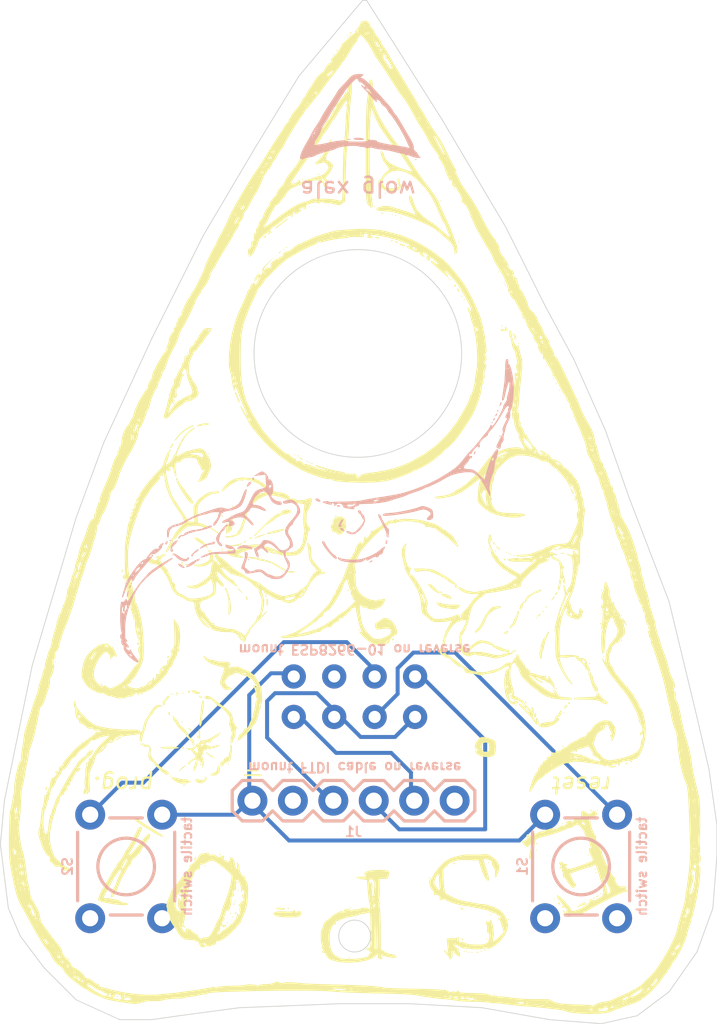
<source format=kicad_pcb>
(kicad_pcb (version 20171130) (host pcbnew "(5.1.5-0-10_14)")

  (general
    (thickness 1.6)
    (drawings 54)
    (tracks 39)
    (zones 0)
    (modules 6)
    (nets 10)
  )

  (page A4)
  (layers
    (0 F.Cu signal)
    (31 B.Cu signal)
    (32 B.Adhes user)
    (33 F.Adhes user)
    (34 B.Paste user)
    (35 F.Paste user)
    (36 B.SilkS user)
    (37 F.SilkS user)
    (38 B.Mask user)
    (39 F.Mask user)
    (40 Dwgs.User user hide)
    (41 Cmts.User user)
    (42 Eco1.User user)
    (43 Eco2.User user)
    (44 Edge.Cuts user)
    (45 Margin user)
    (46 B.CrtYd user hide)
    (47 F.CrtYd user hide)
    (48 B.Fab user)
    (49 F.Fab user hide)
  )

  (setup
    (last_trace_width 0.25)
    (trace_clearance 0.2)
    (zone_clearance 0.508)
    (zone_45_only no)
    (trace_min 0.2)
    (via_size 0.8)
    (via_drill 0.4)
    (via_min_size 0.4)
    (via_min_drill 0.3)
    (uvia_size 0.3)
    (uvia_drill 0.1)
    (uvias_allowed no)
    (uvia_min_size 0.2)
    (uvia_min_drill 0.1)
    (edge_width 0.05)
    (segment_width 0.2)
    (pcb_text_width 0.3)
    (pcb_text_size 1.5 1.5)
    (mod_edge_width 0.12)
    (mod_text_size 1 1)
    (mod_text_width 0.15)
    (pad_size 1.524 1.524)
    (pad_drill 0.762)
    (pad_to_mask_clearance 0.051)
    (solder_mask_min_width 0.25)
    (aux_axis_origin 0 0)
    (visible_elements FFFFFF7F)
    (pcbplotparams
      (layerselection 0x010fc_ffffffff)
      (usegerberextensions false)
      (usegerberattributes false)
      (usegerberadvancedattributes false)
      (creategerberjobfile false)
      (excludeedgelayer true)
      (linewidth 0.100000)
      (plotframeref false)
      (viasonmask false)
      (mode 1)
      (useauxorigin false)
      (hpglpennumber 1)
      (hpglpenspeed 20)
      (hpglpendiameter 15.000000)
      (psnegative false)
      (psa4output false)
      (plotreference true)
      (plotvalue true)
      (plotinvisibletext false)
      (padsonsilk false)
      (subtractmaskfromsilk false)
      (outputformat 1)
      (mirror false)
      (drillshape 1)
      (scaleselection 1)
      (outputdirectory ""))
  )

  (net 0 "")
  (net 1 "Net-(J1-PadCTS)")
  (net 2 "Net-(J1-PadDTR)")
  (net 3 GND)
  (net 4 "Net-(J1-PadRXI)")
  (net 5 "Net-(J1-PadTXO)")
  (net 6 "Net-(J1-PadVCC)")
  (net 7 "Net-(S1-Pad3)")
  (net 8 "Net-(S2-Pad1)")
  (net 9 "Net-(U1-Pad7)")

  (net_class Default "This is the default net class."
    (clearance 0.2)
    (trace_width 0.25)
    (via_dia 0.8)
    (via_drill 0.4)
    (uvia_dia 0.3)
    (uvia_drill 0.1)
    (add_net GND)
    (add_net "Net-(J1-PadCTS)")
    (add_net "Net-(J1-PadDTR)")
    (add_net "Net-(J1-PadRXI)")
    (add_net "Net-(J1-PadTXO)")
    (add_net "Net-(J1-PadVCC)")
    (add_net "Net-(S1-Pad3)")
    (add_net "Net-(S2-Pad1)")
    (add_net "Net-(U1-Pad7)")
  )

  (module ESProg:bsilk360 (layer B.Cu) (tedit 0) (tstamp 60193E12)
    (at 125.8 66.1)
    (fp_text reference G*** (at 0 0) (layer B.SilkS) hide
      (effects (font (size 1.524 1.524) (thickness 0.3)) (justify mirror))
    )
    (fp_text value LOGO (at 0.75 0) (layer B.SilkS) hide
      (effects (font (size 1.524 1.524) (thickness 0.3)) (justify mirror))
    )
    (fp_poly (pts (xy -1.992661 -14.902304) (xy -1.860762 -14.959891) (xy -1.668324 -14.993799) (xy -1.656165 -14.994625)
      (xy -1.464174 -15.023549) (xy -1.32898 -15.073654) (xy -1.323926 -15.077263) (xy -1.17037 -15.159571)
      (xy -0.928735 -15.253786) (xy -0.64904 -15.342799) (xy -0.381301 -15.409505) (xy -0.3175 -15.42148)
      (xy -0.109129 -15.474777) (xy 0.049422 -15.545847) (xy 0.071153 -15.56195) (xy 0.19652 -15.614708)
      (xy 0.41834 -15.661814) (xy 0.691959 -15.698676) (xy 0.972723 -15.720702) (xy 1.215978 -15.723302)
      (xy 1.377069 -15.701885) (xy 1.388869 -15.697435) (xy 1.567622 -15.657772) (xy 1.668955 -15.657009)
      (xy 1.80972 -15.639302) (xy 1.865481 -15.59964) (xy 1.964166 -15.563276) (xy 2.06996 -15.588433)
      (xy 2.235269 -15.614801) (xy 2.332046 -15.593404) (xy 2.45607 -15.554708) (xy 2.666354 -15.514637)
      (xy 2.831751 -15.492123) (xy 3.126637 -15.456464) (xy 3.342031 -15.422938) (xy 3.538892 -15.380029)
      (xy 3.778178 -15.316221) (xy 3.810275 -15.307273) (xy 4.028791 -15.254686) (xy 4.205795 -15.226543)
      (xy 4.250972 -15.224937) (xy 4.355429 -15.197312) (xy 4.374444 -15.160895) (xy 4.418048 -15.123104)
      (xy 4.445898 -15.134722) (xy 4.551473 -15.135598) (xy 4.715655 -15.07953) (xy 4.73896 -15.06833)
      (xy 4.961631 -14.990424) (xy 5.179034 -14.960022) (xy 5.320561 -14.967995) (xy 5.338863 -14.999591)
      (xy 5.274027 -15.055994) (xy 5.174466 -15.163551) (xy 5.150555 -15.227657) (xy 5.095354 -15.320003)
      (xy 5.015808 -15.377705) (xy 4.915084 -15.49425) (xy 4.91623 -15.584309) (xy 4.902952 -15.721073)
      (xy 4.82963 -15.917621) (xy 4.77291 -16.026205) (xy 4.501206 -16.494045) (xy 4.290626 -16.85579)
      (xy 4.131392 -17.127349) (xy 4.013727 -17.324631) (xy 3.927854 -17.463548) (xy 3.863993 -17.560008)
      (xy 3.812369 -17.629921) (xy 3.763204 -17.689197) (xy 3.721805 -17.736536) (xy 3.629144 -17.861333)
      (xy 3.598333 -17.933668) (xy 3.554361 -18.009703) (xy 3.437941 -18.159842) (xy 3.272313 -18.354478)
      (xy 3.234905 -18.396614) (xy 2.806459 -18.872769) (xy 2.460287 -19.250196) (xy 2.187441 -19.537828)
      (xy 1.978972 -19.744596) (xy 1.825929 -19.879433) (xy 1.719365 -19.951271) (xy 1.659052 -19.969466)
      (xy 1.56113 -19.979195) (xy 1.587708 -20.0241) (xy 1.640416 -20.065439) (xy 1.739629 -20.153204)
      (xy 1.736005 -20.201349) (xy 1.615985 -20.219888) (xy 1.430872 -20.220202) (xy 1.199386 -20.198888)
      (xy 1.03624 -20.124784) (xy 0.884067 -19.981904) (xy 0.702262 -19.786605) (xy 0.491143 -19.562838)
      (xy 0.405694 -19.473171) (xy 0.258939 -19.313842) (xy 0.162863 -19.198068) (xy 0.141111 -19.161334)
      (xy 0.104183 -19.09255) (xy 0.003313 -18.930096) (xy -0.146628 -18.697352) (xy -0.330771 -18.417699)
      (xy -0.354902 -18.381435) (xy -0.55134 -18.080399) (xy -0.723118 -17.805724) (xy -0.852149 -17.587101)
      (xy -0.920347 -17.454221) (xy -0.921462 -17.45135) (xy -1.009895 -17.277668) (xy -1.144337 -17.071056)
      (xy -1.188745 -17.011372) (xy -1.31443 -16.8275) (xy -1.199445 -16.8275) (xy -1.164167 -16.862778)
      (xy -1.128889 -16.8275) (xy -1.164167 -16.792222) (xy -1.199445 -16.8275) (xy -1.31443 -16.8275)
      (xy -1.347858 -16.778597) (xy -1.400205 -16.686389) (xy -1.27 -16.686389) (xy -1.234723 -16.721667)
      (xy -1.199445 -16.686389) (xy -1.234723 -16.651111) (xy -1.27 -16.686389) (xy -1.400205 -16.686389)
      (xy -1.490291 -16.527708) (xy -1.51266 -16.48136) (xy -1.523707 -16.459669) (xy -1.399738 -16.459669)
      (xy -1.382571 -16.499098) (xy -1.311529 -16.574843) (xy -1.270687 -16.559305) (xy -1.27 -16.549442)
      (xy -1.320115 -16.489765) (xy -1.351457 -16.467985) (xy -1.399738 -16.459669) (xy -1.523707 -16.459669)
      (xy -1.587909 -16.333611) (xy -1.481667 -16.333611) (xy -1.446389 -16.368889) (xy -1.411111 -16.333611)
      (xy -1.446389 -16.298333) (xy -1.481667 -16.333611) (xy -1.587909 -16.333611) (xy -1.632524 -16.246011)
      (xy -1.780854 -15.985736) (xy -1.832141 -15.902548) (xy -1.910071 -15.764424) (xy -1.380003 -15.764424)
      (xy -1.357755 -15.779578) (xy -1.302086 -15.852291) (xy -1.31175 -15.885472) (xy -1.304875 -15.986315)
      (xy -1.250143 -16.073474) (xy -1.153492 -16.209216) (xy -1.044683 -16.395574) (xy -0.953506 -16.577486)
      (xy -0.909755 -16.699894) (xy -0.909362 -16.703288) (xy -0.871273 -16.804891) (xy -0.789214 -16.963997)
      (xy -0.69676 -17.120213) (xy -0.627484 -17.213145) (xy -0.624583 -17.215555) (xy -0.567419 -17.29363)
      (xy -0.47186 -17.454075) (xy -0.408985 -17.568333) (xy -0.309316 -17.746182) (xy -0.174856 -17.970297)
      (xy 0.004871 -18.257354) (xy 0.240345 -18.624026) (xy 0.542044 -19.086987) (xy 0.622649 -19.209978)
      (xy 0.783981 -19.420584) (xy 0.990103 -19.645479) (xy 1.080884 -19.732257) (xy 1.244937 -19.876609)
      (xy 1.336077 -19.934708) (xy 1.3854 -19.91566) (xy 1.422618 -19.83233) (xy 1.488271 -19.72649)
      (xy 1.541369 -19.71357) (xy 1.625257 -19.693243) (xy 1.749743 -19.593741) (xy 1.765931 -19.576992)
      (xy 1.853956 -19.46256) (xy 1.860457 -19.404556) (xy 1.850907 -19.402778) (xy 1.742978 -19.454647)
      (xy 1.728611 -19.473333) (xy 1.636288 -19.541235) (xy 1.615905 -19.543889) (xy 1.62404 -19.499076)
      (xy 1.713499 -19.38215) (xy 1.77985 -19.310145) (xy 1.905 -19.310145) (xy 1.948293 -19.33601)
      (xy 2.046075 -19.286704) (xy 2.130277 -19.20875) (xy 2.253502 -19.051026) (xy 2.290247 -18.973178)
      (xy 2.240748 -18.986405) (xy 2.127579 -19.080839) (xy 1.991737 -19.21193) (xy 1.912954 -19.296899)
      (xy 1.905 -19.310145) (xy 1.77985 -19.310145) (xy 1.849375 -19.234697) (xy 2.048127 -19.024191)
      (xy 2.234305 -18.81492) (xy 2.325023 -18.70553) (xy 2.439589 -18.579388) (xy 2.539985 -18.497804)
      (xy 2.598658 -18.477231) (xy 2.588056 -18.534119) (xy 2.575277 -18.556111) (xy 2.556695 -18.618724)
      (xy 2.636097 -18.610421) (xy 2.710618 -18.58384) (xy 2.807791 -18.503219) (xy 2.822222 -18.455998)
      (xy 2.874399 -18.36168) (xy 3.003018 -18.238222) (xy 3.033889 -18.214489) (xy 3.172304 -18.094663)
      (xy 3.243143 -17.999137) (xy 3.245555 -17.986604) (xy 3.289997 -17.888659) (xy 3.392952 -17.759411)
      (xy 3.564194 -17.54837) (xy 3.772293 -17.246892) (xy 3.994154 -16.892283) (xy 4.206679 -16.521848)
      (xy 4.386775 -16.172892) (xy 4.422979 -16.095668) (xy 4.660976 -15.575503) (xy 4.464793 -15.623694)
      (xy 4.290495 -15.658911) (xy 4.036922 -15.701473) (xy 3.81 -15.734951) (xy 3.371393 -15.801577)
      (xy 3.014716 -15.868527) (xy 2.755241 -15.932155) (xy 2.608239 -15.988814) (xy 2.582634 -16.028014)
      (xy 2.54927 -16.067386) (xy 2.416007 -16.081055) (xy 2.38702 -16.080084) (xy 2.191384 -16.081337)
      (xy 2.047517 -16.100769) (xy 2.046111 -16.101199) (xy 1.981303 -16.115124) (xy 1.993194 -16.104501)
      (xy 2.04791 -16.051903) (xy 1.98967 -16.014353) (xy 1.810287 -15.990239) (xy 1.501572 -15.977949)
      (xy 1.34039 -15.975985) (xy 1.044284 -15.979545) (xy 0.809386 -15.993014) (xy 0.665554 -16.014051)
      (xy 0.635 -16.031332) (xy 0.571136 -16.058484) (xy 0.399044 -16.057017) (xy 0.147977 -16.030123)
      (xy -0.152817 -15.980997) (xy -0.474085 -15.912831) (xy -0.493889 -15.908081) (xy -0.72725 -15.85639)
      (xy -0.962762 -15.811683) (xy -1.170205 -15.778457) (xy -1.319359 -15.761205) (xy -1.380003 -15.764424)
      (xy -1.910071 -15.764424) (xy -1.980354 -15.639854) (xy -2.116869 -15.352174) (xy -2.149994 -15.270565)
      (xy -2.220053 -15.065091) (xy -2.23146 -14.949659) (xy -2.187154 -14.887352) (xy -2.180835 -14.883274)
      (xy -2.048293 -14.871709) (xy -1.992661 -14.902304)) (layer B.SilkS) (width 0.01))
    (fp_poly (pts (xy 5.08 -14.851944) (xy 5.044722 -14.887222) (xy 5.009444 -14.851944) (xy 5.044722 -14.816667)
      (xy 5.08 -14.851944)) (layer B.SilkS) (width 0.01))
    (fp_poly (pts (xy 1.183626 7.053628) (xy 1.173824 7.020003) (xy 1.182587 6.939014) (xy 1.307887 6.914453)
      (xy 1.311656 6.914445) (xy 1.430319 6.891799) (xy 1.446389 6.843889) (xy 1.475225 6.794552)
      (xy 1.615631 6.771933) (xy 1.636252 6.771548) (xy 2.268682 6.750137) (xy 2.814043 6.697726)
      (xy 3.251893 6.616692) (xy 3.434883 6.562419) (xy 3.686338 6.477407) (xy 3.90901 6.408865)
      (xy 4.021666 6.379344) (xy 4.198945 6.32542) (xy 4.421195 6.238235) (xy 4.480277 6.211965)
      (xy 4.737908 6.106525) (xy 5.020613 6.008484) (xy 5.08 5.990575) (xy 5.309667 5.91278)
      (xy 5.504924 5.827843) (xy 5.55253 5.80118) (xy 5.675129 5.73528) (xy 5.728919 5.723793)
      (xy 5.799893 5.706307) (xy 5.962704 5.637405) (xy 6.185144 5.532941) (xy 6.435005 5.40877)
      (xy 6.680081 5.280748) (xy 6.888165 5.16473) (xy 6.985 5.105438) (xy 7.216651 4.988988)
      (xy 7.506258 4.892799) (xy 7.822612 4.821009) (xy 8.134504 4.777756) (xy 8.410724 4.767181)
      (xy 8.620065 4.79342) (xy 8.731315 4.860614) (xy 8.737129 4.87308) (xy 8.818072 4.935122)
      (xy 8.848719 4.938889) (xy 8.92673 4.994313) (xy 9.048004 5.136468) (xy 9.186475 5.329179)
      (xy 9.316078 5.536271) (xy 9.31728 5.538611) (xy 9.454444 5.538611) (xy 9.489722 5.503333)
      (xy 9.525 5.538611) (xy 9.489722 5.573889) (xy 9.454444 5.538611) (xy 9.31728 5.538611)
      (xy 9.407944 5.715) (xy 9.487201 5.871779) (xy 9.51946 5.926667) (xy 9.60052 6.083565)
      (xy 9.638156 6.173611) (xy 9.679836 6.267628) (xy 9.704005 6.232216) (xy 9.719218 6.152089)
      (xy 9.712692 5.98731) (xy 9.674554 5.901563) (xy 9.654092 5.790743) (xy 9.672454 5.590104)
      (xy 9.72087 5.342665) (xy 9.790569 5.091451) (xy 9.872781 4.879481) (xy 9.889752 4.845958)
      (xy 9.935958 4.701577) (xy 9.975388 4.480365) (xy 9.988955 4.355661) (xy 10.015598 4.142534)
      (xy 10.050806 3.993694) (xy 10.071836 3.955256) (xy 10.132879 3.854844) (xy 10.134628 3.845278)
      (xy 10.155206 3.731677) (xy 10.191379 3.553791) (xy 10.193151 3.545417) (xy 10.213837 3.391154)
      (xy 10.200122 3.317218) (xy 10.195844 3.316111) (xy 10.081963 3.38184) (xy 9.948605 3.56577)
      (xy 9.80535 3.848014) (xy 9.73997 4.012259) (xy 9.807222 4.012259) (xy 9.833432 3.892231)
      (xy 9.888675 3.837948) (xy 9.937162 3.88232) (xy 9.917854 3.998394) (xy 9.885715 4.041952)
      (xy 9.820726 4.076086) (xy 9.807222 4.012259) (xy 9.73997 4.012259) (xy 9.661779 4.208686)
      (xy 9.527472 4.627899) (xy 9.509982 4.691945) (xy 9.595555 4.691945) (xy 9.630833 4.656667)
      (xy 9.666111 4.691945) (xy 9.630833 4.727222) (xy 9.595555 4.691945) (xy 9.509982 4.691945)
      (xy 9.479844 4.802306) (xy 9.359389 5.265444) (xy 9.01793 4.925778) (xy 8.822216 4.741088)
      (xy 8.674424 4.638598) (xy 8.529003 4.594793) (xy 8.359902 4.586111) (xy 8.137846 4.564479)
      (xy 8.048527 4.495987) (xy 8.089803 4.375241) (xy 8.219722 4.233333) (xy 8.340222 4.093617)
      (xy 8.395699 3.977002) (xy 8.396111 3.969926) (xy 8.43013 3.904345) (xy 8.459273 3.911264)
      (xy 8.533057 3.891237) (xy 8.565907 3.837017) (xy 8.570619 3.755978) (xy 8.508583 3.762412)
      (xy 8.400273 3.745087) (xy 8.370265 3.703305) (xy 8.377375 3.635112) (xy 8.428608 3.642307)
      (xy 8.524663 3.616648) (xy 8.567338 3.54404) (xy 8.631151 3.425115) (xy 8.734716 3.297865)
      (xy 8.845625 3.193374) (xy 8.931472 3.142726) (xy 8.960555 3.166865) (xy 9.003517 3.219264)
      (xy 9.034537 3.208161) (xy 9.067824 3.126177) (xy 9.04059 3.080524) (xy 9.035998 2.976448)
      (xy 9.119995 2.828407) (xy 9.265114 2.672707) (xy 9.443888 2.545655) (xy 9.446192 2.544416)
      (xy 9.549726 2.462928) (xy 9.564428 2.405605) (xy 9.586696 2.324785) (xy 9.68725 2.201073)
      (xy 9.707024 2.181928) (xy 9.888996 1.976147) (xy 10.107285 1.674443) (xy 10.3398 1.309351)
      (xy 10.549625 0.941102) (xy 10.690815 0.715129) (xy 10.801957 0.615452) (xy 10.84257 0.614202)
      (xy 10.900113 0.677612) (xy 10.867968 0.737926) (xy 10.828335 0.83683) (xy 10.840944 0.869092)
      (xy 10.843257 0.953701) (xy 10.813689 1.003712) (xy 10.738287 1.128957) (xy 10.68877 1.263713)
      (xy 10.67665 1.363169) (xy 10.71344 1.382516) (xy 10.716885 1.380505) (xy 10.782995 1.356259)
      (xy 10.777859 1.417625) (xy 10.698656 1.578885) (xy 10.665955 1.638271) (xy 10.548757 1.880346)
      (xy 10.489118 2.072803) (xy 10.495021 2.186142) (xy 10.513555 2.201478) (xy 10.521751 2.269905)
      (xy 10.469765 2.411701) (xy 10.453148 2.444731) (xy 10.288718 2.758702) (xy 10.181646 2.970425)
      (xy 10.123837 3.102665) (xy 10.107198 3.17819) (xy 10.123636 3.219763) (xy 10.165055 3.250152)
      (xy 10.166478 3.251053) (xy 10.301185 3.309888) (xy 10.362018 3.253563) (xy 10.371666 3.148362)
      (xy 10.41521 2.978334) (xy 10.480711 2.890113) (xy 10.553014 2.769563) (xy 10.549348 2.694317)
      (xy 10.543515 2.560955) (xy 10.581721 2.370278) (xy 10.591756 2.338089) (xy 10.649504 2.142379)
      (xy 10.682357 1.992033) (xy 10.683901 1.97844) (xy 10.720939 1.854146) (xy 10.804066 1.663849)
      (xy 10.853429 1.565849) (xy 10.95073 1.331334) (xy 10.975088 1.150791) (xy 10.96904 1.121491)
      (xy 10.961239 0.968428) (xy 10.990778 0.896198) (xy 11.052463 0.749951) (xy 11.107118 0.498514)
      (xy 11.150795 0.177772) (xy 11.179547 -0.176386) (xy 11.18943 -0.528074) (xy 11.178836 -0.813982)
      (xy 11.142586 -1.132756) (xy 11.089097 -1.439566) (xy 11.025653 -1.706348) (xy 10.959537 -1.905038)
      (xy 10.898032 -2.007574) (xy 10.867859 -2.012257) (xy 10.840043 -2.04511) (xy 10.848695 -2.154079)
      (xy 10.847444 -2.291159) (xy 10.77369 -2.328333) (xy 10.720066 -2.304113) (xy 10.68618 -2.215026)
      (xy 10.667453 -2.036431) (xy 10.659303 -1.743689) (xy 10.659133 -1.728611) (xy 10.795 -1.728611)
      (xy 10.830277 -1.763889) (xy 10.865555 -1.728611) (xy 10.830277 -1.693333) (xy 10.795 -1.728611)
      (xy 10.659133 -1.728611) (xy 10.658932 -1.710972) (xy 10.614333 -0.894298) (xy 10.492107 -0.057393)
      (xy 10.477803 0.017639) (xy 10.458684 0.201972) (xy 10.488913 0.280951) (xy 10.496917 0.282222)
      (xy 10.560065 0.221557) (xy 10.606116 0.088195) (xy 10.670964 -0.206399) (xy 10.742899 -0.487234)
      (xy 10.811582 -0.717896) (xy 10.866677 -0.861973) (xy 10.883242 -0.887871) (xy 10.922627 -0.87791)
      (xy 10.936221 -0.766275) (xy 10.926404 -0.589562) (xy 10.895557 -0.384368) (xy 10.846061 -0.187291)
      (xy 10.835658 -0.156361) (xy 10.781987 0.026277) (xy 10.766527 0.146755) (xy 10.772799 0.165948)
      (xy 10.760609 0.24135) (xy 10.683127 0.380872) (xy 10.656781 0.419271) (xy 10.568308 0.556872)
      (xy 10.539217 0.630907) (xy 10.544266 0.635) (xy 10.537375 0.690943) (xy 10.477245 0.837047)
      (xy 10.380247 1.040723) (xy 10.26275 1.269386) (xy 10.141122 1.490446) (xy 10.031735 1.671317)
      (xy 10.000506 1.717491) (xy 9.888542 1.844258) (xy 9.816027 1.845568) (xy 9.805489 1.831641)
      (xy 9.75058 1.807181) (xy 9.700645 1.907341) (xy 9.613987 2.079264) (xy 9.498904 2.231549)
      (xy 9.37875 2.36962) (xy 9.209365 2.574503) (xy 9.031111 2.797191) (xy 8.835984 3.036512)
      (xy 8.639409 3.263702) (xy 8.495968 3.417167) (xy 8.322338 3.604734) (xy 8.127039 3.836796)
      (xy 8.037421 3.951111) (xy 7.864064 4.170595) (xy 7.705632 4.342142) (xy 7.525836 4.498165)
      (xy 7.478791 4.532424) (xy 7.721156 4.532424) (xy 7.790509 4.521126) (xy 7.88202 4.534098)
      (xy 7.883113 4.558183) (xy 7.788682 4.575026) (xy 7.747882 4.563753) (xy 7.721156 4.532424)
      (xy 7.478791 4.532424) (xy 7.288387 4.671077) (xy 7.055555 4.828076) (xy 6.43592 5.203769)
      (xy 5.780267 5.525982) (xy 5.065397 5.810196) (xy 4.713019 5.934095) (xy 4.403419 6.032238)
      (xy 4.101826 6.112768) (xy 3.773466 6.183826) (xy 3.383569 6.253557) (xy 2.897362 6.330102)
      (xy 2.751666 6.352007) (xy 2.385264 6.409144) (xy 2.055917 6.464904) (xy 1.795714 6.513548)
      (xy 1.636743 6.549336) (xy 1.61995 6.554435) (xy 1.578192 6.561667) (xy 2.398889 6.561667)
      (xy 2.459634 6.512062) (xy 2.592916 6.49607) (xy 2.718417 6.504645) (xy 2.713984 6.529662)
      (xy 2.645833 6.561667) (xy 2.480976 6.620304) (xy 2.409097 6.606519) (xy 2.398889 6.561667)
      (xy 1.578192 6.561667) (xy 1.479535 6.578753) (xy 1.233929 6.59928) (xy 0.919046 6.613708)
      (xy 0.606596 6.619567) (xy 0.277725 6.624599) (xy 0.003145 6.634564) (xy -0.187956 6.648007)
      (xy -0.266029 6.663066) (xy -0.344513 6.659308) (xy -0.392454 6.628572) (xy -0.522523 6.590425)
      (xy -0.677111 6.604964) (xy -0.803574 6.643648) (xy -0.803334 6.675515) (xy -0.736776 6.703343)
      (xy -0.494125 6.77952) (xy -0.32087 6.813174) (xy -0.241817 6.80063) (xy -0.245197 6.776161)
      (xy -0.230837 6.713413) (xy -0.180553 6.702778) (xy -0.086507 6.760592) (xy -0.06841 6.82625)
      (xy -0.056999 6.908195) (xy -0.011847 6.85661) (xy -0.002795 6.841343) (xy 0.104978 6.75895)
      (xy 0.255572 6.73897) (xy 0.392133 6.776868) (xy 0.457807 6.868111) (xy 0.458298 6.878109)
      (xy 0.458877 6.879167) (xy 0.564444 6.879167) (xy 0.599722 6.843889) (xy 0.614007 6.858174)
      (xy 0.729074 6.858174) (xy 0.775114 6.792492) (xy 0.926006 6.799785) (xy 0.926245 6.799833)
      (xy 1.083278 6.805597) (xy 1.168496 6.766328) (xy 1.238783 6.727087) (xy 1.258838 6.738653)
      (xy 1.242783 6.802969) (xy 1.163579 6.865575) (xy 0.984364 6.936049) (xy 0.827074 6.944359)
      (xy 0.736626 6.891271) (xy 0.729074 6.858174) (xy 0.614007 6.858174) (xy 0.635 6.879167)
      (xy 0.599722 6.914445) (xy 0.564444 6.879167) (xy 0.458877 6.879167) (xy 0.52031 6.991375)
      (xy 0.635 7.029218) (xy 0.844427 7.060529) (xy 1.012859 7.089068) (xy 1.151699 7.100295)
      (xy 1.183626 7.053628)) (layer B.SilkS) (width 0.01))
    (fp_poly (pts (xy 10.380279 0.541514) (xy 10.427023 0.4246) (xy 10.422128 0.379721) (xy 10.374001 0.404875)
      (xy 10.345105 0.461339) (xy 10.30513 0.595311) (xy 10.321543 0.622041) (xy 10.380279 0.541514)) (layer B.SilkS) (width 0.01))
    (fp_poly (pts (xy 10.207037 0.964259) (xy 10.215481 0.880526) (xy 10.207037 0.870185) (xy 10.165091 0.87987)
      (xy 10.16 0.917222) (xy 10.185815 0.975298) (xy 10.207037 0.964259)) (layer B.SilkS) (width 0.01))
    (fp_poly (pts (xy 10.088907 1.227376) (xy 10.098199 1.218259) (xy 10.15393 1.125753) (xy 10.146373 1.091744)
      (xy 10.093889 1.112918) (xy 10.058703 1.178763) (xy 10.037221 1.261192) (xy 10.088907 1.227376)) (layer B.SilkS) (width 0.01))
    (fp_poly (pts (xy 9.947796 1.509598) (xy 9.957088 1.500482) (xy 10.012819 1.407975) (xy 10.005262 1.373967)
      (xy 9.952778 1.39514) (xy 9.917591 1.460985) (xy 9.89611 1.543414) (xy 9.947796 1.509598)) (layer B.SilkS) (width 0.01))
    (fp_poly (pts (xy 9.877777 1.658056) (xy 9.8425 1.622778) (xy 9.807222 1.658056) (xy 9.8425 1.693333)
      (xy 9.877777 1.658056)) (layer B.SilkS) (width 0.01))
    (fp_poly (pts (xy 10.371666 2.504722) (xy 10.336389 2.469445) (xy 10.301111 2.504722) (xy 10.336389 2.54)
      (xy 10.371666 2.504722)) (layer B.SilkS) (width 0.01))
    (fp_poly (pts (xy 8.74674 3.617541) (xy 8.773236 3.566099) (xy 8.791289 3.466682) (xy 8.743893 3.485978)
      (xy 8.71071 3.532472) (xy 8.689022 3.624816) (xy 8.697829 3.641348) (xy 8.74674 3.617541)) (layer B.SilkS) (width 0.01))
    (fp_poly (pts (xy -6.597285 8.159061) (xy -6.461041 8.119588) (xy -6.414785 8.113889) (xy -6.345955 8.068736)
      (xy -6.351653 7.968352) (xy -6.415401 7.865348) (xy -6.50875 7.813892) (xy -6.605373 7.790437)
      (xy -6.590737 7.757175) (xy -6.455834 7.692311) (xy -6.234359 7.627568) (xy -5.989442 7.600108)
      (xy -5.979749 7.600111) (xy -5.784516 7.625908) (xy -5.621082 7.720263) (xy -5.48085 7.857896)
      (xy -5.336 8.006286) (xy -5.228625 8.098678) (xy -5.198463 8.113889) (xy -5.150022 8.072761)
      (xy -5.213476 7.951619) (xy -5.386873 7.753824) (xy -5.43681 7.703125) (xy -5.723065 7.41687)
      (xy -5.542644 7.298654) (xy -5.414166 7.185191) (xy -5.362223 7.082719) (xy -5.303595 7.007332)
      (xy -5.151086 6.987056) (xy -4.939754 7.019673) (xy -4.704656 7.102963) (xy -4.653856 7.127545)
      (xy -4.468175 7.205269) (xy -4.381375 7.205924) (xy -4.403764 7.135328) (xy -4.497917 7.039559)
      (xy -4.702389 6.913758) (xy -4.939525 6.839474) (xy -5.08882 6.833308) (xy -5.188797 6.80248)
      (xy -5.209923 6.688944) (xy -5.158986 6.522142) (xy -5.042772 6.331519) (xy -4.947709 6.221208)
      (xy -4.70968 6.026962) (xy -4.504844 5.969486) (xy -4.330605 6.049053) (xy -4.184366 6.265936)
      (xy -4.167707 6.303224) (xy -4.034623 6.561292) (xy -3.885782 6.715263) (xy -3.682918 6.800343)
      (xy -3.609248 6.817012) (xy -3.452047 6.833521) (xy -3.39163 6.788761) (xy -3.386667 6.746875)
      (xy -3.413648 6.644362) (xy -3.439584 6.626979) (xy -3.544282 6.611196) (xy -3.661599 6.590565)
      (xy -3.80979 6.530059) (xy -3.943997 6.425156) (xy -4.030924 6.311095) (xy -4.037276 6.223116)
      (xy -4.022018 6.209106) (xy -3.952894 6.0958) (xy -3.919192 5.897071) (xy -3.921978 5.664363)
      (xy -3.962314 5.449117) (xy -4.00426 5.350969) (xy -4.099371 5.225005) (xy -4.168022 5.224556)
      (xy -4.180934 5.240188) (xy -4.220887 5.267459) (xy -4.215948 5.185833) (xy -4.249194 5.043367)
      (xy -4.359961 4.884683) (xy -4.50287 4.762897) (xy -4.607386 4.727687) (xy -4.719303 4.764336)
      (xy -4.881508 4.853385) (xy -4.903416 4.86754) (xy -5.114886 5.006928) (xy -4.756562 4.96449)
      (xy -4.398237 4.922051) (xy -4.38453 5.195054) (xy -4.371331 5.413124) (xy -4.356903 5.59058)
      (xy -4.354995 5.608509) (xy -4.369514 5.667368) (xy -4.203427 5.667368) (xy -4.146961 5.590732)
      (xy -4.088059 5.573889) (xy -4.022941 5.621228) (xy -4.021667 5.632685) (xy -4.067693 5.734935)
      (xy -4.163234 5.749134) (xy -4.17377 5.743485) (xy -4.203427 5.667368) (xy -4.369514 5.667368)
      (xy -4.382735 5.720959) (xy -4.51764 5.784218) (xy -4.550834 5.791492) (xy -4.823597 5.860396)
      (xy -5.004072 5.957224) (xy -5.140163 6.119009) (xy -5.258233 6.338339) (xy -5.430129 6.68877)
      (xy -5.556645 6.934714) (xy -5.655375 7.097963) (xy -5.743913 7.20031) (xy -5.839851 7.263548)
      (xy -5.960783 7.309469) (xy -6.069131 7.342799) (xy -6.285745 7.423366) (xy -6.446135 7.509198)
      (xy -6.495708 7.554465) (xy -6.549691 7.606812) (xy -6.561667 7.584722) (xy -6.590439 7.562165)
      (xy -6.615664 7.591782) (xy -6.715537 7.667877) (xy -6.874757 7.737303) (xy -7.024385 7.808101)
      (xy -7.109152 7.885702) (xy -7.114956 7.942242) (xy -7.027698 7.94986) (xy -6.975709 7.936777)
      (xy -6.787927 7.88777) (xy -6.701362 7.899129) (xy -6.68514 7.981579) (xy -6.69125 8.035588)
      (xy -6.689624 8.154981) (xy -6.62067 8.167167) (xy -6.597285 8.159061)) (layer B.SilkS) (width 0.01))
    (fp_poly (pts (xy -5.149405 5.255678) (xy -5.108704 5.171121) (xy -5.118291 5.14568) (xy -5.186403 5.083119)
      (xy -5.219731 5.154375) (xy -5.221111 5.189997) (xy -5.186398 5.262666) (xy -5.149405 5.255678)) (layer B.SilkS) (width 0.01))
    (fp_poly (pts (xy -5.444768 5.619885) (xy -5.432778 5.609167) (xy -5.316629 5.475435) (xy -5.300045 5.386046)
      (xy -5.35974 5.362222) (xy -5.443653 5.417174) (xy -5.500851 5.498695) (xy -5.567085 5.649372)
      (xy -5.547873 5.69061) (xy -5.444768 5.619885)) (layer B.SilkS) (width 0.01))
    (fp_poly (pts (xy -10.489637 8.827915) (xy -10.470953 8.67518) (xy -10.470445 8.641943) (xy -10.409251 8.398299)
      (xy -10.232056 8.227793) (xy -9.948434 8.139204) (xy -9.917985 8.135546) (xy -9.699614 8.074877)
      (xy -9.516233 7.976506) (xy -9.226218 7.796457) (xy -8.878819 7.628239) (xy -8.534746 7.498706)
      (xy -8.30738 7.441745) (xy -8.105429 7.399801) (xy -7.962106 7.354555) (xy -7.9375 7.341342)
      (xy -7.828295 7.307046) (xy -7.636702 7.28093) (xy -7.549445 7.274989) (xy -7.359691 7.273718)
      (xy -7.291337 7.298153) (xy -7.314626 7.342601) (xy -7.37148 7.457175) (xy -7.367166 7.505125)
      (xy -7.389765 7.605303) (xy -7.483701 7.753104) (xy -7.513791 7.789724) (xy -7.648487 7.964216)
      (xy -7.685541 8.072445) (xy -7.634983 8.139907) (xy -7.573662 8.102866) (xy -7.472625 7.971498)
      (xy -7.383969 7.826571) (xy -7.285757 7.639345) (xy -7.233008 7.513122) (xy -7.232914 7.478889)
      (xy -7.258713 7.451945) (xy -7.194901 7.387789) (xy -7.07852 7.311439) (xy -6.946609 7.247909)
      (xy -6.85412 7.223057) (xy -6.506051 7.159432) (xy -6.201137 7.052679) (xy -5.980524 6.91873)
      (xy -5.927538 6.864249) (xy -5.830077 6.697011) (xy -5.73029 6.459526) (xy -5.683276 6.316505)
      (xy -5.614161 6.073283) (xy -5.582712 5.935424) (xy -5.586049 5.873129) (xy -5.621293 5.856601)
      (xy -5.638775 5.856111) (xy -5.694398 5.917461) (xy -5.76944 6.075605) (xy -5.824228 6.226528)
      (xy -5.945671 6.53853) (xy -6.088308 6.750979) (xy -6.286208 6.904845) (xy -6.461969 6.993457)
      (xy -6.671705 7.07156) (xy -6.831571 7.079537) (xy -6.967596 7.040528) (xy -7.16082 6.995654)
      (xy -7.37292 7.018834) (xy -7.490627 7.05092) (xy -7.657895 7.102593) (xy -7.243704 7.102593)
      (xy -7.234019 7.060648) (xy -7.196667 7.055556) (xy -7.138592 7.081371) (xy -7.14963 7.102593)
      (xy -7.233363 7.111037) (xy -7.243704 7.102593) (xy -7.657895 7.102593) (xy -8.004123 7.20955)
      (xy -8.408147 7.343486) (xy -8.729893 7.463176) (xy -8.996555 7.579066) (xy -9.235325 7.701603)
      (xy -9.341081 7.761792) (xy -9.589854 7.8964) (xy -9.809095 7.996038) (xy -9.957578 8.042343)
      (xy -9.973797 8.043597) (xy -10.133823 8.079828) (xy -10.327826 8.168254) (xy -10.354028 8.183671)
      (xy -10.507362 8.299287) (xy -10.571837 8.434249) (xy -10.583334 8.606741) (xy -10.570851 8.783892)
      (xy -10.539658 8.882641) (xy -10.526889 8.89) (xy -10.489637 8.827915)) (layer B.SilkS) (width 0.01))
    (fp_poly (pts (xy -0.946944 6.591278) (xy -0.987778 6.526389) (xy -1.099294 6.443346) (xy -1.21165 6.422988)
      (xy -1.269368 6.473734) (xy -1.27 6.483563) (xy -1.210587 6.558964) (xy -1.07515 6.617931)
      (xy -0.973368 6.632222) (xy -0.946944 6.591278)) (layer B.SilkS) (width 0.01))
    (fp_poly (pts (xy 9.807222 6.455833) (xy 9.771944 6.420556) (xy 9.736666 6.455833) (xy 9.771944 6.491111)
      (xy 9.807222 6.455833)) (layer B.SilkS) (width 0.01))
    (fp_poly (pts (xy -3.4977 11.458038) (xy -3.37169 11.421824) (xy -3.262675 11.327985) (xy -3.120452 11.161335)
      (xy -3.044452 11.057297) (xy -2.891861 10.757814) (xy -2.868732 10.495929) (xy -2.975387 10.27935)
      (xy -3.01052 10.243802) (xy -3.10535 10.106819) (xy -3.15122 9.944793) (xy -3.143195 9.805766)
      (xy -3.076342 9.737783) (xy -3.062597 9.736667) (xy -2.948799 9.679659) (xy -2.918293 9.630833)
      (xy -2.829457 9.537063) (xy -2.779396 9.525) (xy -2.701211 9.468011) (xy -2.68116 9.322314)
      (xy -2.715075 9.125812) (xy -2.798784 8.916409) (xy -2.856916 8.820288) (xy -2.964458 8.646316)
      (xy -2.993764 8.516431) (xy -2.956942 8.366318) (xy -2.947281 8.340245) (xy -2.865937 8.187679)
      (xy -2.780414 8.114903) (xy -2.771476 8.113889) (xy -2.692249 8.056807) (xy -2.681111 8.004229)
      (xy -2.63568 7.887352) (xy -2.522004 7.727366) (xy -2.473505 7.672431) (xy -2.3316 7.492401)
      (xy -2.236212 7.320242) (xy -2.223943 7.283127) (xy -2.23362 7.1007) (xy -2.322266 6.892491)
      (xy -2.461356 6.697166) (xy -2.622363 6.553389) (xy -2.776761 6.499825) (xy -2.799945 6.502403)
      (xy -2.904711 6.518287) (xy -3.078903 6.541168) (xy -3.086806 6.542151) (xy -3.254568 6.587855)
      (xy -3.315741 6.657051) (xy -3.255782 6.728359) (xy -3.223311 6.742818) (xy -3.090402 6.746749)
      (xy -2.958728 6.713452) (xy -2.76661 6.691403) (xy -2.592917 6.761395) (xy -2.433206 6.924243)
      (xy -2.387515 7.142841) (xy -2.454797 7.391251) (xy -2.628195 7.637411) (xy -2.913952 7.96075)
      (xy -3.092848 8.219757) (xy -3.171448 8.434048) (xy -3.161456 8.558955) (xy -3.139723 8.537222)
      (xy -3.104445 8.5725) (xy -3.139723 8.607778) (xy -3.1591 8.5884) (xy -3.156313 8.623241)
      (xy -3.054008 8.806952) (xy -3.02971 8.837485) (xy -2.881159 9.093711) (xy -2.857971 9.330011)
      (xy -2.953958 9.524102) (xy -3.162934 9.653704) (xy -3.263638 9.680093) (xy -3.408455 9.681756)
      (xy -3.531575 9.603312) (xy -3.636463 9.479712) (xy -3.805287 9.298338) (xy -3.989777 9.154995)
      (xy -4.021811 9.13687) (xy -4.21158 9.065064) (xy -4.39848 9.034057) (xy -4.537956 9.046883)
      (xy -4.586111 9.09846) (xy -4.637659 9.202872) (xy -4.760362 9.338295) (xy -4.906312 9.460003)
      (xy -5.0276 9.52327) (xy -5.043005 9.525) (xy -5.104343 9.558674) (xy -5.095241 9.679942)
      (xy -5.081492 9.731465) (xy -5.015622 9.9236) (xy -4.95507 10.058025) (xy -4.884711 10.130216)
      (xy -4.837525 10.097353) (xy -4.829882 9.995327) (xy -4.870787 9.873193) (xy -4.923307 9.754424)
      (xy -4.926967 9.710659) (xy -4.859094 9.661777) (xy -4.777588 9.600112) (xy -4.683503 9.550283)
      (xy -4.589453 9.577793) (xy -4.449861 9.696747) (xy -4.442449 9.703833) (xy -4.315193 9.8082)
      (xy -4.241062 9.835037) (xy -4.233334 9.819732) (xy -4.282384 9.713864) (xy -4.374445 9.614463)
      (xy -4.492204 9.491782) (xy -4.495125 9.39283) (xy -4.4073 9.285712) (xy -4.25632 9.225493)
      (xy -4.058634 9.285275) (xy -3.829864 9.45846) (xy -3.715377 9.577917) (xy -3.559202 9.720737)
      (xy -3.412883 9.800907) (xy -3.375194 9.807222) (xy -3.279604 9.831842) (xy -3.274707 9.867864)
      (xy -3.265796 9.958949) (xy -3.204071 10.132135) (xy -3.128743 10.296627) (xy -3.027275 10.514563)
      (xy -2.988221 10.657297) (xy -3.004003 10.772155) (xy -3.039611 10.853346) (xy -3.241865 11.148195)
      (xy -3.484303 11.311248) (xy -3.760278 11.339816) (xy -4.025171 11.251799) (xy -4.164594 11.191978)
      (xy -4.23215 11.187105) (xy -4.233334 11.191547) (xy -4.274479 11.177744) (xy -4.376379 11.083873)
      (xy -4.406354 11.052247) (xy -4.633796 10.899195) (xy -4.899726 10.877341) (xy -5.145126 10.965267)
      (xy -5.310211 11.018789) (xy -5.39207 10.995638) (xy -5.508946 10.90519) (xy -5.609167 10.83317)
      (xy -5.688737 10.768867) (xy -5.715053 10.695745) (xy -5.68981 10.570756) (xy -5.626806 10.385135)
      (xy -5.538274 10.107436) (xy -5.510177 9.930508) (xy -5.542088 9.827811) (xy -5.617016 9.778696)
      (xy -5.693949 9.771148) (xy -5.69862 9.857043) (xy -5.685519 9.915081) (xy -5.689312 10.130188)
      (xy -5.780739 10.412456) (xy -5.783503 10.418737) (xy -5.882044 10.654595) (xy -5.918964 10.790523)
      (xy -5.896887 10.852229) (xy -5.829063 10.865556) (xy -5.736015 10.924969) (xy -5.692028 11.016336)
      (xy -5.661629 11.089893) (xy -5.600859 11.129765) (xy -5.484262 11.136636) (xy -5.286379 11.111191)
      (xy -4.981753 11.054116) (xy -4.899301 11.037667) (xy -4.720328 11.030869) (xy -4.573385 11.114754)
      (xy -4.511245 11.175683) (xy -4.361536 11.299026) (xy -4.2264 11.357517) (xy -4.215695 11.358226)
      (xy -4.110867 11.386101) (xy -4.092223 11.416161) (xy -4.030461 11.454984) (xy -3.877982 11.475162)
      (xy -3.683993 11.476309) (xy -3.4977 11.458038)) (layer B.SilkS) (width 0.01))
    (fp_poly (pts (xy 0.282222 6.91223) (xy 0.225041 6.851588) (xy 0.176389 6.843889) (xy 0.082253 6.858984)
      (xy 0.070555 6.871618) (xy 0.125727 6.917113) (xy 0.176389 6.939959) (xy 0.26724 6.941426)
      (xy 0.282222 6.91223)) (layer B.SilkS) (width 0.01))
    (fp_poly (pts (xy 5.983677 7.754499) (xy 6.087866 7.692837) (xy 6.128134 7.585239) (xy 6.124788 7.400383)
      (xy 6.101185 7.220239) (xy 6.039765 7.11289) (xy 5.902781 7.032354) (xy 5.782254 6.983101)
      (xy 5.55099 6.908992) (xy 5.396057 6.90566) (xy 5.326832 6.932848) (xy 5.156387 7.000631)
      (xy 4.884887 7.078753) (xy 4.551156 7.158969) (xy 4.194021 7.233034) (xy 3.852308 7.292705)
      (xy 3.564843 7.329736) (xy 3.419898 7.337778) (xy 3.179274 7.35342) (xy 3.023566 7.394725)
      (xy 2.973085 7.453264) (xy 3.018255 7.504505) (xy 3.119672 7.51482) (xy 3.328804 7.502603)
      (xy 3.614849 7.472255) (xy 3.947007 7.428175) (xy 4.294475 7.374764) (xy 4.626451 7.31642)
      (xy 4.912133 7.257543) (xy 5.111344 7.205519) (xy 5.363046 7.134461) (xy 5.534143 7.112866)
      (xy 5.674893 7.137401) (xy 5.744014 7.163566) (xy 5.93175 7.273516) (xy 5.980047 7.390605)
      (xy 5.890577 7.52115) (xy 5.847788 7.555944) (xy 5.742877 7.677335) (xy 5.759389 7.762442)
      (xy 5.877852 7.782814) (xy 5.983677 7.754499)) (layer B.SilkS) (width 0.01))
    (fp_poly (pts (xy 1.267964 8.618177) (xy 1.499075 8.428451) (xy 1.552222 8.369697) (xy 1.759765 8.083659)
      (xy 1.845711 7.834424) (xy 1.819068 7.606221) (xy 1.751002 7.465499) (xy 1.686431 7.408333)
      (xy 1.628792 7.351633) (xy 1.622777 7.310049) (xy 1.565865 7.201128) (xy 1.516944 7.171152)
      (xy 1.426034 7.182292) (xy 1.411111 7.236373) (xy 1.467865 7.353668) (xy 1.510577 7.380375)
      (xy 1.603205 7.472723) (xy 1.653032 7.589828) (xy 1.709945 7.719558) (xy 1.765831 7.761111)
      (xy 1.792844 7.806672) (xy 1.74276 7.924033) (xy 1.637248 8.084213) (xy 1.497981 8.258229)
      (xy 1.346628 8.417101) (xy 1.204861 8.531846) (xy 1.177295 8.54819) (xy 1.021056 8.574808)
      (xy 0.951379 8.536292) (xy 0.80122 8.478577) (xy 0.726583 8.480673) (xy 0.665545 8.510012)
      (xy 0.718586 8.562756) (xy 0.81531 8.61536) (xy 1.046393 8.678363) (xy 1.267964 8.618177)) (layer B.SilkS) (width 0.01))
    (fp_poly (pts (xy 3.320615 8.841247) (xy 3.330132 8.736682) (xy 3.346943 8.562447) (xy 3.347689 8.554861)
      (xy 3.350111 8.399285) (xy 3.325858 8.326324) (xy 3.321977 8.325556) (xy 3.254643 8.269057)
      (xy 3.150482 8.127216) (xy 3.034532 7.941519) (xy 2.931833 7.75345) (xy 2.867424 7.604493)
      (xy 2.857373 7.555799) (xy 2.798439 7.451489) (xy 2.730374 7.421062) (xy 2.683021 7.432434)
      (xy 2.688543 7.506181) (xy 2.753094 7.660302) (xy 2.882829 7.912794) (xy 2.92589 7.992883)
      (xy 3.062738 8.264333) (xy 3.160865 8.495258) (xy 3.20746 8.653548) (xy 3.20683 8.697154)
      (xy 3.209246 8.81514) (xy 3.240745 8.85175) (xy 3.312461 8.860191) (xy 3.320615 8.841247)) (layer B.SilkS) (width 0.01))
    (fp_poly (pts (xy 0.303023 8.209519) (xy 0.356146 8.18087) (xy 0.413668 8.127195) (xy 0.36879 8.114969)
      (xy 0.324945 8.081145) (xy 0.374724 7.968673) (xy 0.395986 7.935298) (xy 0.473182 7.788337)
      (xy 0.472361 7.723306) (xy 0.401919 7.759121) (xy 0.34449 7.819264) (xy 0.22533 7.993504)
      (xy 0.179267 8.134241) (xy 0.205449 8.215053) (xy 0.303023 8.209519)) (layer B.SilkS) (width 0.01))
    (fp_poly (pts (xy -7.126111 9.371814) (xy -7.177267 9.270011) (xy -7.243875 9.207501) (xy -7.311235 9.139026)
      (xy -7.325975 9.041842) (xy -7.290949 8.870748) (xy -7.269984 8.794028) (xy -7.196295 8.597153)
      (xy -7.115906 8.481753) (xy -7.081664 8.466667) (xy -6.99662 8.409823) (xy -6.985 8.358619)
      (xy -6.927919 8.240893) (xy -6.879167 8.209959) (xy -6.785802 8.140704) (xy -6.773334 8.10634)
      (xy -6.808075 8.0463) (xy -6.911085 8.107616) (xy -7.080546 8.289171) (xy -7.090834 8.301509)
      (xy -7.305504 8.567686) (xy -7.436508 8.757781) (xy -7.495396 8.899855) (xy -7.493719 9.02197)
      (xy -7.443028 9.152189) (xy -7.441907 9.154441) (xy -7.343158 9.304852) (xy -7.236751 9.403145)
      (xy -7.154143 9.427668) (xy -7.126111 9.371814)) (layer B.SilkS) (width 0.01))
    (fp_poly (pts (xy -9.797569 8.921194) (xy -9.766212 8.865226) (xy -9.699295 8.786436) (xy -9.657432 8.789531)
      (xy -9.56235 8.780726) (xy -9.403423 8.71022) (xy -9.347325 8.677538) (xy -9.196129 8.594686)
      (xy -9.109589 8.567786) (xy -9.101667 8.575385) (xy -9.05789 8.585138) (xy -9.013473 8.558344)
      (xy -8.873066 8.499914) (xy -8.770107 8.483804) (xy -8.596557 8.459142) (xy -8.372254 8.406909)
      (xy -8.137155 8.33933) (xy -7.931217 8.268626) (xy -7.794395 8.207021) (xy -7.761111 8.175147)
      (xy -7.810305 8.123036) (xy -7.961966 8.150961) (xy -8.219723 8.258861) (xy -8.468355 8.346005)
      (xy -8.725314 8.392162) (xy -8.773504 8.394261) (xy -8.989028 8.420281) (xy -9.21249 8.484268)
      (xy -9.401056 8.56914) (xy -9.511892 8.65782) (xy -9.525 8.693921) (xy -9.576235 8.735235)
      (xy -9.625675 8.725354) (xy -9.730881 8.736507) (xy -9.828932 8.810134) (xy -9.87023 8.900285)
      (xy -9.854215 8.937081) (xy -9.797569 8.921194)) (layer B.SilkS) (width 0.01))
    (fp_poly (pts (xy 0.558619 8.447357) (xy 0.479777 8.339667) (xy 0.366663 8.263464) (xy 0.291664 8.274162)
      (xy 0.282222 8.308584) (xy 0.335113 8.383359) (xy 0.423333 8.450293) (xy 0.53761 8.494398)
      (xy 0.558619 8.447357)) (layer B.SilkS) (width 0.01))
    (fp_poly (pts (xy -10.32463 9.078148) (xy -10.334315 9.036203) (xy -10.371667 9.031111) (xy -10.429742 9.056926)
      (xy -10.418704 9.078148) (xy -10.334971 9.086592) (xy -10.32463 9.078148)) (layer B.SilkS) (width 0.01))
    (fp_poly (pts (xy -10.273494 9.765121) (xy -10.196824 9.706195) (xy -10.239224 9.620389) (xy -10.282408 9.515098)
      (xy -10.22171 9.4346) (xy -10.053531 9.272895) (xy -9.952483 9.142904) (xy -9.923732 9.063076)
      (xy -9.972444 9.05186) (xy -10.103786 9.127705) (xy -10.144211 9.157851) (xy -10.247627 9.278572)
      (xy -10.323372 9.438798) (xy -10.36325 9.600044) (xy -10.359069 9.723821) (xy -10.302635 9.771642)
      (xy -10.273494 9.765121)) (layer B.SilkS) (width 0.01))
    (fp_poly (pts (xy 3.231248 9.256734) (xy 3.245555 9.176386) (xy 3.229887 9.049258) (xy 3.187776 9.057231)
      (xy 3.150352 9.134685) (xy 3.151104 9.248217) (xy 3.178081 9.27996) (xy 3.231248 9.256734)) (layer B.SilkS) (width 0.01))
    (fp_poly (pts (xy -10.584085 9.25724) (xy -10.557819 9.2075) (xy -10.552768 9.116469) (xy -10.577999 9.101667)
      (xy -10.653138 9.15776) (xy -10.679404 9.2075) (xy -10.684455 9.298532) (xy -10.659224 9.313333)
      (xy -10.584085 9.25724)) (layer B.SilkS) (width 0.01))
    (fp_poly (pts (xy -8.381453 9.52689) (xy -8.359474 9.517504) (xy -8.191629 9.437449) (xy -8.082415 9.370723)
      (xy -8.082139 9.370488) (xy -7.966379 9.327688) (xy -7.82172 9.313333) (xy -7.662947 9.288443)
      (xy -7.581821 9.238084) (xy -7.557405 9.14707) (xy -7.634928 9.143091) (xy -7.691144 9.168467)
      (xy -7.829759 9.218566) (xy -8.028164 9.266094) (xy -8.051286 9.270388) (xy -8.261949 9.341501)
      (xy -8.429231 9.45252) (xy -8.437982 9.461729) (xy -8.521295 9.558602) (xy -8.507612 9.576656)
      (xy -8.381453 9.52689)) (layer B.SilkS) (width 0.01))
    (fp_poly (pts (xy 0.079066 10.18666) (xy 0.053426 10.093104) (xy -0.020131 10.007086) (xy -0.059487 9.987124)
      (xy -0.17235 9.906048) (xy -0.322183 9.743447) (xy -0.476588 9.540681) (xy -0.603169 9.339109)
      (xy -0.656346 9.225139) (xy -0.724828 9.129738) (xy -0.806059 9.100347) (xy -0.846635 9.15569)
      (xy -0.846667 9.158409) (xy -0.802381 9.282649) (xy -0.686833 9.468929) (xy -0.525988 9.685661)
      (xy -0.345808 9.901261) (xy -0.172259 10.084142) (xy -0.031304 10.202721) (xy 0.034667 10.230556)
      (xy 0.079066 10.18666)) (layer B.SilkS) (width 0.01))
    (fp_poly (pts (xy -13.330376 12.560054) (xy -13.257382 12.363692) (xy -13.226558 12.270631) (xy -13.124077 11.990581)
      (xy -13.012295 11.744202) (xy -12.913207 11.579221) (xy -12.901367 11.565076) (xy -12.804148 11.470132)
      (xy -12.78392 11.489512) (xy -12.792619 11.518195) (xy -12.803807 11.622189) (xy -12.753304 11.63466)
      (xy -12.678526 11.564538) (xy -12.635291 11.480654) (xy -12.594155 11.393488) (xy -12.524165 11.285347)
      (xy -12.411372 11.138822) (xy -12.241825 10.936508) (xy -12.001575 10.660997) (xy -11.759906 10.388339)
      (xy -11.599917 10.197466) (xy -11.492698 10.047737) (xy -11.458771 9.968222) (xy -11.460774 9.964597)
      (xy -11.528078 9.980927) (xy -11.604874 10.059317) (xy -11.681757 10.133754) (xy -11.709979 10.115723)
      (xy -11.654564 9.993304) (xy -11.527062 9.913806) (xy -11.419087 9.913469) (xy -11.313036 9.88879)
      (xy -11.158174 9.778484) (xy -11.078803 9.70302) (xy -10.952045 9.56158) (xy -10.891207 9.471542)
      (xy -10.895632 9.454445) (xy -10.905942 9.41115) (xy -10.864141 9.346906) (xy -10.797683 9.240084)
      (xy -10.83049 9.216239) (xy -10.944885 9.279369) (xy -10.99441 9.317436) (xy -11.099799 9.440654)
      (xy -11.10685 9.534143) (xy -11.106165 9.589616) (xy -11.203391 9.57902) (xy -11.322449 9.586177)
      (xy -11.465079 9.680151) (xy -11.556285 9.771945) (xy -11.43 9.771945) (xy -11.394723 9.736667)
      (xy -11.359445 9.771945) (xy -11.394723 9.807222) (xy -11.43 9.771945) (xy -11.556285 9.771945)
      (xy -11.629996 9.84613) (xy -11.772317 10.015291) (xy -11.857511 10.142045) (xy -11.869091 10.19128)
      (xy -11.889757 10.224825) (xy -11.942404 10.230556) (xy -12.08421 10.289238) (xy -12.270191 10.447941)
      (xy -12.352386 10.538648) (xy -12.206111 10.538648) (xy -12.171325 10.435194) (xy -12.101617 10.394897)
      (xy -12.075584 10.408121) (xy -12.085321 10.480607) (xy -12.122621 10.528065) (xy -12.193655 10.56784)
      (xy -12.206111 10.538648) (xy -12.352386 10.538648) (xy -12.481064 10.680649) (xy -12.697544 10.961346)
      (xy -12.775186 11.077222) (xy -12.5966 11.077222) (xy -12.588777 11.02682) (xy -12.519927 10.905129)
      (xy -12.517123 10.900833) (xy -12.407492 10.770444) (xy -12.317172 10.722515) (xy -12.276829 10.772544)
      (xy -12.276667 10.77932) (xy -12.32505 10.858722) (xy -12.433327 10.968118) (xy -12.54619 11.056008)
      (xy -12.5966 11.077222) (xy -12.775186 11.077222) (xy -12.900348 11.264016) (xy -12.901118 11.265371)
      (xy -12.747037 11.265371) (xy -12.737352 11.223425) (xy -12.7 11.218333) (xy -12.641925 11.244149)
      (xy -12.652963 11.265371) (xy -12.736696 11.273815) (xy -12.747037 11.265371) (xy -12.901118 11.265371)
      (xy -13.070191 11.562643) (xy -13.18779 11.831211) (xy -13.223714 11.959167) (xy -13.270424 12.130737)
      (xy -13.328735 12.298899) (xy -13.384828 12.498313) (xy -13.402247 12.651677) (xy -13.381868 12.662997)
      (xy -13.330376 12.560054)) (layer B.SilkS) (width 0.01))
    (fp_poly (pts (xy -8.269847 10.092664) (xy -8.096396 10.035751) (xy -7.937429 9.967068) (xy -7.926591 9.961375)
      (xy -7.800345 9.931114) (xy -7.570593 9.908593) (xy -7.274854 9.896682) (xy -7.07118 9.895923)
      (xy -6.76592 9.894939) (xy -6.515614 9.886267) (xy -6.352348 9.871471) (xy -6.307339 9.858635)
      (xy -6.277343 9.743293) (xy -6.329391 9.594921) (xy -6.436003 9.469463) (xy -6.51922 9.427271)
      (xy -6.700378 9.375831) (xy -6.802057 9.341364) (xy -6.897664 9.346891) (xy -6.914445 9.40407)
      (xy -6.850091 9.52184) (xy -6.664193 9.585458) (xy -6.506508 9.595556) (xy -6.384961 9.609234)
      (xy -6.386756 9.65886) (xy -6.404555 9.678333) (xy -6.516845 9.720385) (xy -6.743956 9.751988)
      (xy -7.059777 9.769835) (xy -7.141861 9.771641) (xy -7.526161 9.788193) (xy -7.815125 9.828306)
      (xy -8.053587 9.899235) (xy -8.131528 9.931841) (xy -8.320246 10.022119) (xy -8.441802 10.091787)
      (xy -8.466667 10.11583) (xy -8.409398 10.123969) (xy -8.269847 10.092664)) (layer B.SilkS) (width 0.01))
    (fp_poly (pts (xy -5.226254 9.593335) (xy -5.251992 9.524023) (xy -5.309306 9.472284) (xy -5.527485 9.373316)
      (xy -5.786178 9.35601) (xy -6.01807 9.421938) (xy -6.067778 9.454545) (xy -6.17261 9.553336)
      (xy -6.154922 9.586394) (xy -6.018401 9.551101) (xy -5.961945 9.529633) (xy -5.798942 9.513517)
      (xy -5.573146 9.548653) (xy -5.520973 9.562965) (xy -5.319019 9.607646) (xy -5.226254 9.593335)) (layer B.SilkS) (width 0.01))
    (fp_poly (pts (xy 1.615135 10.406857) (xy 1.766985 10.339814) (xy 1.785033 10.31875) (xy 1.878334 10.238417)
      (xy 1.91267 10.230556) (xy 1.947647 10.275659) (xy 1.931416 10.315449) (xy 1.955619 10.330451)
      (xy 2.072401 10.281671) (xy 2.209475 10.206641) (xy 2.389885 10.112553) (xy 2.509937 10.072242)
      (xy 2.54 10.084256) (xy 2.591566 10.125707) (xy 2.645428 10.115115) (xy 2.717075 10.0487)
      (xy 2.711819 10.011496) (xy 2.737323 9.961651) (xy 2.818058 9.948333) (xy 2.940114 9.899573)
      (xy 2.963333 9.821333) (xy 3.004371 9.668788) (xy 3.041826 9.61584) (xy 3.097798 9.506325)
      (xy 3.094743 9.465518) (xy 3.036173 9.465954) (xy 2.91823 9.550804) (xy 2.8575 9.608435)
      (xy 2.595337 9.81412) (xy 2.240297 10.009448) (xy 1.839928 10.170176) (xy 1.639286 10.229555)
      (xy 1.418097 10.262617) (xy 1.134287 10.272826) (xy 0.8302 10.262666) (xy 0.548176 10.234623)
      (xy 0.330559 10.191181) (xy 0.23118 10.146917) (xy 0.153251 10.112419) (xy 0.141111 10.142722)
      (xy 0.209577 10.265329) (xy 0.413041 10.356483) (xy 0.635 10.400872) (xy 1.022824 10.439265)
      (xy 1.358309 10.440634) (xy 1.615135 10.406857)) (layer B.SilkS) (width 0.01))
    (fp_poly (pts (xy -8.97071 10.043031) (xy -8.960556 9.999698) (xy -8.904166 9.897798) (xy -8.784167 9.807222)
      (xy -8.656057 9.720227) (xy -8.607778 9.654189) (xy -8.616259 9.607232) (xy -8.659565 9.615871)
      (xy -8.764492 9.693617) (xy -8.887619 9.795276) (xy -9.036592 9.943078) (xy -9.058799 10.032409)
      (xy -9.043704 10.046384) (xy -8.97071 10.043031)) (layer B.SilkS) (width 0.01))
    (fp_poly (pts (xy -9.330568 10.335515) (xy -9.232342 10.253244) (xy -9.208362 10.164128) (xy -9.239352 10.12684)
      (xy -9.306803 10.129265) (xy -9.313334 10.155836) (xy -9.366281 10.223247) (xy -9.498293 10.223144)
      (xy -9.669125 10.163365) (xy -9.835836 10.054081) (xy -10.018122 9.925324) (xy -10.15695 9.879717)
      (xy -10.226821 9.923823) (xy -10.230556 9.952497) (xy -10.187263 9.994488) (xy -10.159502 9.983303)
      (xy -10.079188 9.998956) (xy -10.045119 10.052304) (xy -9.941499 10.174259) (xy -9.758731 10.288138)
      (xy -9.556561 10.36096) (xy -9.466588 10.371667) (xy -9.330568 10.335515)) (layer B.SilkS) (width 0.01))
    (fp_poly (pts (xy -12.38611 16.655589) (xy -12.473154 16.504833) (xy -12.58836 16.366027) (xy -12.732062 16.185233)
      (xy -12.824134 16.027697) (xy -12.842192 15.962991) (xy -12.8568 15.885862) (xy -12.902495 15.93313)
      (xy -12.967868 15.985639) (xy -13.060149 15.92771) (xy -13.077803 15.910452) (xy -13.179497 15.793424)
      (xy -13.167984 15.756805) (xy -13.088056 15.77893) (xy -12.998536 15.779221) (xy -12.994392 15.701568)
      (xy -13.075624 15.580381) (xy -13.088056 15.56758) (xy -13.174315 15.46017) (xy -13.188304 15.399188)
      (xy -13.124142 15.41589) (xy -13.084048 15.404533) (xy -13.096413 15.349498) (xy -13.157341 15.254104)
      (xy -13.186066 15.24) (xy -13.205423 15.174664) (xy -13.217943 14.99934) (xy -13.222007 14.745054)
      (xy -13.220147 14.587361) (xy -13.194378 14.142328) (xy -13.12918 13.757868) (xy -13.016338 13.370278)
      (xy -12.789425 12.761331) (xy -12.545653 12.256894) (xy -12.261718 11.826862) (xy -11.914319 11.441126)
      (xy -11.480152 11.069579) (xy -10.935915 10.682113) (xy -10.935533 10.681858) (xy -10.663066 10.497888)
      (xy -10.439559 10.343181) (xy -10.287801 10.233781) (xy -10.23058 10.185733) (xy -10.230556 10.185507)
      (xy -10.255169 10.162524) (xy -10.339565 10.18868) (xy -10.499582 10.271877) (xy -10.751058 10.420015)
      (xy -10.971389 10.555072) (xy -11.250269 10.734294) (xy -11.494437 10.903508) (xy -11.671425 11.039556)
      (xy -11.736316 11.10069) (xy -11.849911 11.232059) (xy -12.019344 11.425389) (xy -12.194927 11.624135)
      (xy -12.404959 11.887492) (xy -12.624338 12.204053) (xy -12.784489 12.46859) (xy -12.922302 12.706756)
      (xy -13.013332 12.830101) (xy -13.069498 12.852123) (xy -13.093119 12.818081) (xy -13.136226 12.73934)
      (xy -13.190912 12.769602) (xy -13.24697 12.845117) (xy -13.338548 12.941746) (xy -13.402956 12.915464)
      (xy -13.407813 12.908014) (xy -13.45008 12.898631) (xy -13.483354 13.004427) (xy -13.507374 13.19974)
      (xy -13.517968 13.388997) (xy -13.435002 13.388997) (xy -13.409513 13.206084) (xy -13.387227 13.162952)
      (xy -13.365352 13.258398) (xy -13.35407 13.354116) (xy -13.3337 13.451531) (xy -13.254189 13.451531)
      (xy -13.253891 13.354848) (xy -13.220182 13.212322) (xy -13.165327 13.097113) (xy -13.115253 13.102338)
      (xy -13.095514 13.208857) (xy -13.105743 13.298038) (xy -13.152324 13.431314) (xy -13.202114 13.476111)
      (xy -13.254189 13.451531) (xy -13.3337 13.451531) (xy -13.317427 13.529349) (xy -13.2602 13.577551)
      (xy -13.249196 13.57252) (xy -13.205793 13.56829) (xy -13.224547 13.609747) (xy -13.303549 13.656029)
      (xy -13.383995 13.599686) (xy -13.433191 13.475009) (xy -13.435002 13.388997) (xy -13.517968 13.388997)
      (xy -13.521882 13.458909) (xy -13.526619 13.75627) (xy -13.521326 14.066164) (xy -13.505744 14.362927)
      (xy -13.479613 14.620899) (xy -13.442674 14.814417) (xy -13.427534 14.861162) (xy -13.417313 14.941725)
      (xy -13.446482 14.940845) (xy -13.498581 14.968424) (xy -13.521564 15.070382) (xy -13.50559 15.199394)
      (xy -13.464484 15.24) (xy -13.429492 15.28375) (xy -13.441224 15.311187) (xy -13.459653 15.417964)
      (xy -13.431858 15.542815) (xy -13.37752 15.626011) (xy -13.336501 15.628983) (xy -13.303359 15.653194)
      (xy -13.31237 15.725525) (xy -13.291944 15.895348) (xy -13.172636 16.111371) (xy -13.109263 16.186075)
      (xy -12.982223 16.186075) (xy -12.928811 16.185375) (xy -12.876389 16.202263) (xy -12.782913 16.276285)
      (xy -12.770556 16.314521) (xy -12.812508 16.33789) (xy -12.876389 16.298333) (xy -12.964012 16.214845)
      (xy -12.982223 16.186075) (xy -13.109263 16.186075) (xy -12.974891 16.344471) (xy -12.726476 16.560093)
      (xy -12.519251 16.692325) (xy -12.403636 16.721122) (xy -12.38611 16.655589)) (layer B.SilkS) (width 0.01))
    (fp_poly (pts (xy -9.196517 10.68886) (xy -9.101667 10.645839) (xy -8.930904 10.549197) (xy -8.830573 10.465078)
      (xy -8.819445 10.440576) (xy -8.762572 10.378761) (xy -8.717775 10.371667) (xy -8.613222 10.333515)
      (xy -8.543001 10.254666) (xy -8.547796 10.196757) (xy -8.617012 10.215572) (xy -8.774159 10.288514)
      (xy -8.977238 10.395479) (xy -9.196437 10.530046) (xy -9.334971 10.640764) (xy -9.385832 10.713536)
      (xy -9.342016 10.734267) (xy -9.196517 10.68886)) (layer B.SilkS) (width 0.01))
    (fp_poly (pts (xy -5.432778 10.265833) (xy -5.468056 10.230556) (xy -5.503334 10.265833) (xy -5.468056 10.301111)
      (xy -5.432778 10.265833)) (layer B.SilkS) (width 0.01))
    (fp_poly (pts (xy 2.277953 10.390882) (xy 2.293055 10.371667) (xy 2.317889 10.308209) (xy 2.251136 10.332109)
      (xy 2.187222 10.371667) (xy 2.13298 10.428307) (xy 2.165419 10.441142) (xy 2.277953 10.390882)) (layer B.SilkS) (width 0.01))
    (fp_poly (pts (xy -9.482466 10.762323) (xy -9.559757 10.673706) (xy -9.585733 10.651542) (xy -9.747074 10.540615)
      (xy -9.851537 10.515646) (xy -9.877778 10.557916) (xy -9.821454 10.642545) (xy -9.693819 10.732551)
      (xy -9.556884 10.787069) (xy -9.525 10.790409) (xy -9.482466 10.762323)) (layer B.SilkS) (width 0.01))
    (fp_poly (pts (xy -12.770556 11.7475) (xy -12.805834 11.712222) (xy -12.841111 11.7475) (xy -12.805834 11.782778)
      (xy -12.770556 11.7475)) (layer B.SilkS) (width 0.01))
    (fp_poly (pts (xy -12.912204 12.022376) (xy -12.902912 12.013259) (xy -12.847181 11.920753) (xy -12.854738 11.886744)
      (xy -12.907222 11.907918) (xy -12.942409 11.973763) (xy -12.96389 12.056192) (xy -12.912204 12.022376)) (layer B.SilkS) (width 0.01))
    (fp_poly (pts (xy -13.063681 12.569713) (xy -13.02254 12.448016) (xy -12.997667 12.30035) (xy -13.005593 12.229778)
      (xy -13.041875 12.265843) (xy -13.083016 12.38754) (xy -13.107889 12.535206) (xy -13.099963 12.605778)
      (xy -13.063681 12.569713)) (layer B.SilkS) (width 0.01))
    (fp_poly (pts (xy 1.709979 -16.096012) (xy 1.790372 -16.120953) (xy 1.763889 -16.157222) (xy 1.632102 -16.203083)
      (xy 1.452169 -16.223656) (xy 1.27564 -16.21894) (xy 1.154063 -16.188936) (xy 1.128889 -16.157222)
      (xy 1.192511 -16.117991) (xy 1.355939 -16.092859) (xy 1.499305 -16.087747) (xy 1.709979 -16.096012)) (layer B.SilkS) (width 0.01))
    (fp_poly (pts (xy 0.934861 -16.110494) (xy 0.943724 -16.136247) (xy 0.846666 -16.146082) (xy 0.746503 -16.134994)
      (xy 0.758472 -16.110494) (xy 0.902924 -16.101176) (xy 0.934861 -16.110494)) (layer B.SilkS) (width 0.01))
  )

  (module Connectors:FTDI_BASIC (layer F.Cu) (tedit 6018BC05) (tstamp 60192312)
    (at 133.28 91.5 180)
    (descr "FTDI BASIC")
    (tags "FTDI BASIC")
    (path /6013147A)
    (attr virtual)
    (fp_text reference J1 (at 6.35 -1.9558 180) (layer B.SilkS)
      (effects (font (size 0.6096 0.6096) (thickness 0.127)) (justify mirror))
    )
    (fp_text value " " (at 6.35 2.032) (layer B.SilkS)
      (effects (font (size 0.6096 0.6096) (thickness 0.127)) (justify mirror))
    )
    (fp_line (start 12.446 0.254) (end 12.954 0.254) (layer Dwgs.User) (width 0.06604))
    (fp_line (start 12.954 0.254) (end 12.954 -0.254) (layer Dwgs.User) (width 0.06604))
    (fp_line (start 12.446 -0.254) (end 12.954 -0.254) (layer Dwgs.User) (width 0.06604))
    (fp_line (start 12.446 0.254) (end 12.446 -0.254) (layer Dwgs.User) (width 0.06604))
    (fp_line (start 9.906 0.254) (end 10.414 0.254) (layer Dwgs.User) (width 0.06604))
    (fp_line (start 10.414 0.254) (end 10.414 -0.254) (layer Dwgs.User) (width 0.06604))
    (fp_line (start 9.906 -0.254) (end 10.414 -0.254) (layer Dwgs.User) (width 0.06604))
    (fp_line (start 9.906 0.254) (end 9.906 -0.254) (layer Dwgs.User) (width 0.06604))
    (fp_line (start 7.366 0.254) (end 7.874 0.254) (layer Dwgs.User) (width 0.06604))
    (fp_line (start 7.874 0.254) (end 7.874 -0.254) (layer Dwgs.User) (width 0.06604))
    (fp_line (start 7.366 -0.254) (end 7.874 -0.254) (layer Dwgs.User) (width 0.06604))
    (fp_line (start 7.366 0.254) (end 7.366 -0.254) (layer Dwgs.User) (width 0.06604))
    (fp_line (start 4.826 0.254) (end 5.334 0.254) (layer Dwgs.User) (width 0.06604))
    (fp_line (start 5.334 0.254) (end 5.334 -0.254) (layer Dwgs.User) (width 0.06604))
    (fp_line (start 4.826 -0.254) (end 5.334 -0.254) (layer Dwgs.User) (width 0.06604))
    (fp_line (start 4.826 0.254) (end 4.826 -0.254) (layer Dwgs.User) (width 0.06604))
    (fp_line (start 2.286 0.254) (end 2.794 0.254) (layer Dwgs.User) (width 0.06604))
    (fp_line (start 2.794 0.254) (end 2.794 -0.254) (layer Dwgs.User) (width 0.06604))
    (fp_line (start 2.286 -0.254) (end 2.794 -0.254) (layer Dwgs.User) (width 0.06604))
    (fp_line (start 2.286 0.254) (end 2.286 -0.254) (layer Dwgs.User) (width 0.06604))
    (fp_line (start -0.254 0.254) (end 0.254 0.254) (layer Dwgs.User) (width 0.06604))
    (fp_line (start 0.254 0.254) (end 0.254 -0.254) (layer Dwgs.User) (width 0.06604))
    (fp_line (start -0.254 -0.254) (end 0.254 -0.254) (layer Dwgs.User) (width 0.06604))
    (fp_line (start -0.254 0.254) (end -0.254 -0.254) (layer Dwgs.User) (width 0.06604))
    (fp_line (start 11.43 0.635) (end 12.065 1.27) (layer B.SilkS) (width 0.2032))
    (fp_line (start 12.065 1.27) (end 13.335 1.27) (layer B.SilkS) (width 0.2032))
    (fp_line (start 13.335 1.27) (end 13.97 0.635) (layer B.SilkS) (width 0.2032))
    (fp_line (start 13.97 -0.635) (end 13.335 -1.27) (layer B.SilkS) (width 0.2032))
    (fp_line (start 13.335 -1.27) (end 12.065 -1.27) (layer B.SilkS) (width 0.2032))
    (fp_line (start 12.065 -1.27) (end 11.43 -0.635) (layer B.SilkS) (width 0.2032))
    (fp_line (start 6.985 1.27) (end 8.255 1.27) (layer B.SilkS) (width 0.2032))
    (fp_line (start 8.255 1.27) (end 8.89 0.635) (layer B.SilkS) (width 0.2032))
    (fp_line (start 8.89 -0.635) (end 8.255 -1.27) (layer B.SilkS) (width 0.2032))
    (fp_line (start 8.89 0.635) (end 9.525 1.27) (layer B.SilkS) (width 0.2032))
    (fp_line (start 9.525 1.27) (end 10.795 1.27) (layer B.SilkS) (width 0.2032))
    (fp_line (start 10.795 1.27) (end 11.43 0.635) (layer B.SilkS) (width 0.2032))
    (fp_line (start 11.43 -0.635) (end 10.795 -1.27) (layer B.SilkS) (width 0.2032))
    (fp_line (start 10.795 -1.27) (end 9.525 -1.27) (layer B.SilkS) (width 0.2032))
    (fp_line (start 9.525 -1.27) (end 8.89 -0.635) (layer B.SilkS) (width 0.2032))
    (fp_line (start 3.81 0.635) (end 4.445 1.27) (layer B.SilkS) (width 0.2032))
    (fp_line (start 4.445 1.27) (end 5.715 1.27) (layer B.SilkS) (width 0.2032))
    (fp_line (start 5.715 1.27) (end 6.35 0.635) (layer B.SilkS) (width 0.2032))
    (fp_line (start 6.35 -0.635) (end 5.715 -1.27) (layer B.SilkS) (width 0.2032))
    (fp_line (start 5.715 -1.27) (end 4.445 -1.27) (layer B.SilkS) (width 0.2032))
    (fp_line (start 4.445 -1.27) (end 3.81 -0.635) (layer B.SilkS) (width 0.2032))
    (fp_line (start 6.985 1.27) (end 6.35 0.635) (layer B.SilkS) (width 0.2032))
    (fp_line (start 6.35 -0.635) (end 6.985 -1.27) (layer B.SilkS) (width 0.2032))
    (fp_line (start 8.255 -1.27) (end 6.985 -1.27) (layer B.SilkS) (width 0.2032))
    (fp_line (start -0.635 1.27) (end 0.635 1.27) (layer B.SilkS) (width 0.2032))
    (fp_line (start 0.635 1.27) (end 1.27 0.635) (layer B.SilkS) (width 0.2032))
    (fp_line (start 1.27 -0.635) (end 0.635 -1.27) (layer B.SilkS) (width 0.2032))
    (fp_line (start 1.27 0.635) (end 1.905 1.27) (layer B.SilkS) (width 0.2032))
    (fp_line (start 1.905 1.27) (end 3.175 1.27) (layer B.SilkS) (width 0.2032))
    (fp_line (start 3.175 1.27) (end 3.81 0.635) (layer B.SilkS) (width 0.2032))
    (fp_line (start 3.81 -0.635) (end 3.175 -1.27) (layer B.SilkS) (width 0.2032))
    (fp_line (start 3.175 -1.27) (end 1.905 -1.27) (layer B.SilkS) (width 0.2032))
    (fp_line (start 1.905 -1.27) (end 1.27 -0.635) (layer B.SilkS) (width 0.2032))
    (fp_line (start -1.27 0.635) (end -1.27 -0.635) (layer B.SilkS) (width 0.2032))
    (fp_line (start -0.635 1.27) (end -1.27 0.635) (layer B.SilkS) (width 0.2032))
    (fp_line (start -1.27 -0.635) (end -0.635 -1.27) (layer B.SilkS) (width 0.2032))
    (fp_line (start 0.635 -1.27) (end -0.635 -1.27) (layer B.SilkS) (width 0.2032))
    (fp_line (start 13.97 0.635) (end 13.97 -0.635) (layer B.SilkS) (width 0.2032))
    (fp_text user GRN (at 0 -3.81 270) (layer Dwgs.User)
      (effects (font (size 1.27 1.27) (thickness 0.1016)))
    )
    (fp_text user BLK (at 12.7 -3.81 270) (layer Dwgs.User)
      (effects (font (size 1.27 1.27) (thickness 0.1016)))
    )
    (pad CTS thru_hole circle (at 10.16 0 180) (size 1.8796 1.8796) (drill 1.016) (layers *.Cu *.Mask)
      (net 1 "Net-(J1-PadCTS)") (solder_mask_margin 0.1016))
    (pad DTR thru_hole circle (at 0 0 180) (size 1.8796 1.8796) (drill 1.016) (layers *.Cu *.Mask)
      (net 2 "Net-(J1-PadDTR)") (solder_mask_margin 0.1016))
    (pad GND thru_hole circle (at 12.7 0 180) (size 1.8796 1.8796) (drill 1.016) (layers *.Cu *.Mask)
      (net 3 GND) (solder_mask_margin 0.1016))
    (pad RXI thru_hole circle (at 2.54 0 180) (size 1.8796 1.8796) (drill 1.016) (layers *.Cu *.Mask)
      (net 4 "Net-(J1-PadRXI)") (solder_mask_margin 0.1016))
    (pad TXO thru_hole circle (at 5.08 0 180) (size 1.8796 1.8796) (drill 1.016) (layers *.Cu *.Mask)
      (net 5 "Net-(J1-PadTXO)") (solder_mask_margin 0.1016))
    (pad VCC thru_hole circle (at 7.62 0 180) (size 1.8796 1.8796) (drill 1.016) (layers *.Cu *.Mask)
      (net 6 "Net-(J1-PadVCC)") (solder_mask_margin 0.1016))
  )

  (module ESProg:ESP-01 (layer F.Cu) (tedit 6018B81F) (tstamp 601891AD)
    (at 126.987001 83.7)
    (path /6012EAF6)
    (fp_text reference " " (at 0.012999 -1.9) (layer B.SilkS)
      (effects (font (size 1 1) (thickness 0.15)) (justify mirror))
    )
    (fp_text value ESP8266-ESP-01 (at 0 -2.286) (layer F.Fab)
      (effects (font (size 1 1) (thickness 0.15)))
    )
    (pad 8 thru_hole circle (at -3.81 0) (size 1.524 1.524) (drill 0.762) (layers *.Cu *.Mask)
      (net 3 GND))
    (pad 1 thru_hole circle (at -3.81 2.54) (size 1.524 1.524) (drill 0.762) (layers *.Cu *.Mask)
      (net 4 "Net-(J1-PadRXI)"))
    (pad 2 thru_hole circle (at -1.27 2.54) (size 1.524 1.524) (drill 0.762) (layers *.Cu *.Mask)
      (net 6 "Net-(J1-PadVCC)"))
    (pad 3 thru_hole circle (at 1.27 2.54) (size 1.524 1.524) (drill 0.762) (layers *.Cu *.Mask)
      (net 7 "Net-(S1-Pad3)"))
    (pad 4 thru_hole circle (at 3.81 2.54) (size 1.524 1.524) (drill 0.762) (layers *.Cu *.Mask)
      (net 6 "Net-(J1-PadVCC)"))
    (pad 5 thru_hole circle (at 3.81 0) (size 1.524 1.524) (drill 0.762) (layers *.Cu *.Mask)
      (net 5 "Net-(J1-PadTXO)"))
    (pad 6 thru_hole circle (at 1.27 0) (size 1.524 1.524) (drill 0.762) (layers *.Cu *.Mask)
      (net 8 "Net-(S2-Pad1)"))
    (pad 7 thru_hole circle (at -1.27 0) (size 1.524 1.524) (drill 0.762) (layers *.Cu *.Mask)
      (net 9 "Net-(U1-Pad7)"))
  )

  (module ESProg:365 (layer F.Cu) (tedit 0) (tstamp 601908A1)
    (at 127.1 73.5 180)
    (fp_text reference G*** (at 0 0) (layer F.SilkS) hide
      (effects (font (size 1.524 1.524) (thickness 0.3)))
    )
    (fp_text value LOGO (at 0.75 0) (layer F.SilkS) hide
      (effects (font (size 1.524 1.524) (thickness 0.3)))
    )
    (fp_poly (pts (xy -14.25407 -31.378151) (xy -13.873454 -31.351405) (xy -13.538977 -31.310401) (xy -13.282973 -31.258985)
      (xy -13.148623 -31.208395) (xy -13.047361 -31.180417) (xy -12.834712 -31.143747) (xy -12.537957 -31.101647)
      (xy -12.184372 -31.057378) (xy -11.801236 -31.014201) (xy -11.415826 -30.97538) (xy -11.055422 -30.944175)
      (xy -10.786301 -30.925919) (xy -10.405368 -30.897353) (xy -9.964028 -30.853071) (xy -9.539015 -30.801066)
      (xy -9.406625 -30.782265) (xy -9.093056 -30.740676) (xy -8.820541 -30.71383) (xy -8.624979 -30.704756)
      (xy -8.554229 -30.710296) (xy -8.429911 -30.716055) (xy -8.387557 -30.69213) (xy -8.309296 -30.670856)
      (xy -8.119682 -30.651473) (xy -7.846542 -30.63603) (xy -7.517699 -30.626577) (xy -7.492269 -30.626177)
      (xy -7.094071 -30.618672) (xy -6.795909 -30.607812) (xy -6.558639 -30.590552) (xy -6.343118 -30.563848)
      (xy -6.110206 -30.524656) (xy -6.054246 -30.514335) (xy -5.902329 -30.494002) (xy -5.659522 -30.469825)
      (xy -5.373849 -30.446501) (xy -5.323561 -30.442895) (xy -4.986943 -30.409494) (xy -4.587767 -30.355492)
      (xy -4.199203 -30.291081) (xy -4.105753 -30.273258) (xy -3.874505 -30.233079) (xy -3.613929 -30.199775)
      (xy -3.305775 -30.172233) (xy -2.931794 -30.149339) (xy -2.473738 -30.12998) (xy -1.913357 -30.113044)
      (xy -1.232403 -30.097417) (xy -1.217808 -30.097118) (xy -0.652228 -30.083815) (xy -0.112042 -30.067849)
      (xy 0.381806 -30.050088) (xy 0.808369 -30.031396) (xy 1.146701 -30.012641) (xy 1.375855 -29.994688)
      (xy 1.435777 -29.987405) (xy 1.653242 -29.966714) (xy 1.992693 -29.950029) (xy 2.436993 -29.937425)
      (xy 2.969005 -29.928974) (xy 3.571593 -29.924749) (xy 4.22762 -29.924825) (xy 4.919949 -29.929275)
      (xy 5.631443 -29.938172) (xy 6.344966 -29.951589) (xy 6.854521 -29.964204) (xy 7.497394 -29.982369)
      (xy 8.015793 -29.998454) (xy 8.424391 -30.013388) (xy 8.737858 -30.0281) (xy 8.970868 -30.043519)
      (xy 9.138091 -30.060575) (xy 9.254201 -30.080195) (xy 9.333867 -30.10331) (xy 9.379638 -30.12409)
      (xy 9.499182 -30.169413) (xy 9.546556 -30.165591) (xy 9.626955 -30.162875) (xy 9.78445 -30.196475)
      (xy 9.816664 -30.205723) (xy 10.03941 -30.256752) (xy 10.306505 -30.297879) (xy 10.309469 -30.298189)
      (xy 14.498442 -30.298189) (xy 14.509316 -30.271233) (xy 14.571849 -30.204846) (xy 14.583011 -30.201644)
      (xy 14.612901 -30.255484) (xy 14.613699 -30.271233) (xy 14.560202 -30.338148) (xy 14.540003 -30.340822)
      (xy 14.498442 -30.298189) (xy 10.309469 -30.298189) (xy 10.38889 -30.306494) (xy 10.603904 -30.334496)
      (xy 10.765395 -30.371517) (xy 10.806424 -30.388854) (xy 10.94237 -30.423104) (xy 11.026914 -30.419249)
      (xy 11.168685 -30.412363) (xy 11.37801 -30.420577) (xy 11.61739 -30.439921) (xy 11.845147 -30.46595)
      (xy 14.166925 -30.46595) (xy 14.17367 -30.438246) (xy 14.272587 -30.349059) (xy 14.457058 -30.366717)
      (xy 14.469405 -30.371051) (xy 14.752877 -30.371051) (xy 14.794378 -30.238077) (xy 14.933784 -30.164101)
      (xy 15.09087 -30.140127) (xy 15.154294 -30.180242) (xy 15.146936 -30.230639) (xy 15.379179 -30.230639)
      (xy 15.419743 -30.154432) (xy 15.465198 -30.16105) (xy 15.657535 -30.16105) (xy 15.699293 -30.080397)
      (xy 15.74302 -30.079362) (xy 15.852524 -30.057701) (xy 15.966741 -29.979071) (xy 16.094462 -29.893363)
      (xy 16.181616 -29.879694) (xy 16.277393 -29.856198) (xy 16.424003 -29.761817) (xy 16.475958 -29.719026)
      (xy 16.63475 -29.604897) (xy 16.784721 -29.534728) (xy 16.887237 -29.523112) (xy 16.910137 -29.555056)
      (xy 16.852983 -29.63566) (xy 16.703451 -29.756857) (xy 16.494438 -29.898601) (xy 16.25884 -30.040848)
      (xy 16.029555 -30.163552) (xy 15.839479 -30.24667) (xy 15.73478 -30.271233) (xy 15.667333 -30.214593)
      (xy 15.657535 -30.16105) (xy 15.465198 -30.16105) (xy 15.503209 -30.166584) (xy 15.571998 -30.258185)
      (xy 15.541711 -30.329171) (xy 15.489361 -30.340822) (xy 15.393499 -30.284792) (xy 15.379179 -30.230639)
      (xy 15.146936 -30.230639) (xy 15.146606 -30.232894) (xy 15.149694 -30.303505) (xy 15.20875 -30.295038)
      (xy 15.296282 -30.293093) (xy 15.309589 -30.319) (xy 15.249082 -30.374042) (xy 15.097564 -30.436441)
      (xy 15.031233 -30.455955) (xy 14.855365 -30.497338) (xy 14.775362 -30.487691) (xy 14.753656 -30.415555)
      (xy 14.752877 -30.371051) (xy 14.469405 -30.371051) (xy 14.503624 -30.383062) (xy 14.606275 -30.448108)
      (xy 14.581945 -30.503039) (xy 14.442766 -30.533462) (xy 14.374992 -30.535671) (xy 14.212972 -30.519878)
      (xy 14.166925 -30.46595) (xy 11.845147 -30.46595) (xy 11.849321 -30.466427) (xy 12.036304 -30.496123)
      (xy 12.140835 -30.52504) (xy 12.150343 -30.538168) (xy 12.200703 -30.558635) (xy 12.359732 -30.572832)
      (xy 12.596979 -30.578502) (xy 12.689244 -30.578096) (xy 13.036042 -30.587824) (xy 13.307096 -30.622605)
      (xy 13.444627 -30.665082) (xy 13.649846 -30.730947) (xy 13.879446 -30.758356) (xy 13.879527 -30.758356)
      (xy 14.078781 -30.744936) (xy 14.371804 -30.709206) (xy 14.716268 -30.657964) (xy 15.069842 -30.598006)
      (xy 15.390196 -30.536129) (xy 15.634999 -30.47913) (xy 15.657535 -30.47287) (xy 15.857818 -30.404474)
      (xy 16.100534 -30.305569) (xy 16.35277 -30.191818) (xy 16.581612 -30.078886) (xy 16.754147 -29.982437)
      (xy 16.837461 -29.918136) (xy 16.840548 -29.909844) (xy 16.896704 -29.859217) (xy 16.939253 -29.853699)
      (xy 17.052019 -29.809929) (xy 17.237847 -29.693625) (xy 17.468675 -29.527299) (xy 17.71644 -29.333458)
      (xy 17.953079 -29.134613) (xy 18.150529 -28.953273) (xy 18.280726 -28.811947) (xy 18.316857 -28.748709)
      (xy 18.377949 -28.632316) (xy 18.495052 -28.491188) (xy 18.623761 -28.372329) (xy 18.719273 -28.32274)
      (xy 18.790557 -28.269367) (xy 18.903078 -28.136325) (xy 19.028054 -27.964224) (xy 19.136702 -27.793677)
      (xy 19.200238 -27.665295) (xy 19.206576 -27.635166) (xy 19.257889 -27.53797) (xy 19.294136 -27.508526)
      (xy 19.391846 -27.408138) (xy 19.539924 -27.208562) (xy 19.723333 -26.933461) (xy 19.92703 -26.606499)
      (xy 20.135978 -26.251337) (xy 20.335135 -25.891637) (xy 20.399731 -25.769074) (xy 20.556319 -25.471965)
      (xy 20.701278 -25.204809) (xy 20.815786 -25.001868) (xy 20.870054 -24.912877) (xy 20.986593 -24.716085)
      (xy 21.080347 -24.530137) (xy 21.18251 -24.304383) (xy 21.269594 -24.112603) (xy 21.319244 -23.964041)
      (xy 21.386365 -23.708801) (xy 21.464383 -23.377289) (xy 21.546727 -22.999914) (xy 21.626825 -22.607081)
      (xy 21.698104 -22.229199) (xy 21.753993 -21.896674) (xy 21.765942 -21.816164) (xy 21.787564 -21.589582)
      (xy 21.802083 -21.279748) (xy 21.809966 -20.909515) (xy 21.811681 -20.501738) (xy 21.807697 -20.079271)
      (xy 21.798483 -19.664966) (xy 21.784506 -19.281678) (xy 21.766235 -18.95226) (xy 21.744139 -18.699566)
      (xy 21.718685 -18.54645) (xy 21.698202 -18.510685) (xy 21.656473 -18.459993) (xy 21.666502 -18.40853)
      (xy 21.671898 -18.300384) (xy 21.650679 -18.272368) (xy 21.61418 -18.18777) (xy 21.5886 -18.016426)
      (xy 21.584083 -17.943025) (xy 21.563229 -17.745199) (xy 21.525083 -17.607932) (xy 21.510453 -17.58563)
      (xy 21.477447 -17.48098) (xy 21.476459 -17.303737) (xy 21.480159 -17.269046) (xy 21.480454 -17.091905)
      (xy 21.453155 -16.842227) (xy 21.404975 -16.550067) (xy 21.342628 -16.245479) (xy 21.272826 -15.958517)
      (xy 21.202285 -15.719236) (xy 21.137716 -15.557689) (xy 21.085866 -15.503923) (xy 21.027414 -15.47191)
      (xy 21.038365 -15.370341) (xy 21.04514 -15.229066) (xy 21.025804 -14.998557) (xy 20.984509 -14.725428)
      (xy 20.977679 -14.688884) (xy 20.92782 -14.402797) (xy 20.891029 -14.143304) (xy 20.874669 -13.962922)
      (xy 20.874453 -13.952603) (xy 20.848975 -13.769787) (xy 20.786006 -13.524586) (xy 20.731802 -13.361096)
      (xy 20.491919 -12.62791) (xy 20.435404 -12.421644) (xy 20.382292 -12.240153) (xy 20.304446 -11.997318)
      (xy 20.216107 -11.734859) (xy 20.131514 -11.4945) (xy 20.064907 -11.317959) (xy 20.037882 -11.256972)
      (xy 19.981069 -11.082251) (xy 19.972055 -10.994274) (xy 19.948637 -10.854025) (xy 19.888062 -10.638008)
      (xy 19.825354 -10.454015) (xy 19.746978 -10.220834) (xy 19.69499 -10.026996) (xy 19.681748 -9.935206)
      (xy 19.651297 -9.809952) (xy 19.619682 -9.774523) (xy 19.573193 -9.682807) (xy 19.554521 -9.525017)
      (xy 19.532475 -9.328927) (xy 19.487613 -9.190763) (xy 19.42839 -9.034333) (xy 19.379771 -8.833393)
      (xy 19.379673 -8.832841) (xy 19.328883 -8.64377) (xy 19.262856 -8.508692) (xy 19.260671 -8.505988)
      (xy 19.188278 -8.360522) (xy 19.165264 -8.259581) (xy 19.128411 -8.03339) (xy 19.070003 -7.768773)
      (xy 19.003323 -7.518786) (xy 18.941653 -7.336484) (xy 18.925474 -7.30172) (xy 18.868452 -7.135306)
      (xy 18.843071 -6.97999) (xy 18.799423 -6.76426) (xy 18.742724 -6.615948) (xy 18.690904 -6.472043)
      (xy 18.692326 -6.389784) (xy 18.6766 -6.335627) (xy 18.655296 -6.332603) (xy 18.588504 -6.273065)
      (xy 18.536467 -6.141233) (xy 18.482354 -5.969936) (xy 18.393212 -5.735276) (xy 18.326374 -5.575861)
      (xy 18.233691 -5.316272) (xy 18.174382 -5.058421) (xy 18.16274 -4.932163) (xy 18.150156 -4.761039)
      (xy 18.118833 -4.668064) (xy 18.10768 -4.662466) (xy 18.06407 -4.600517) (xy 17.99972 -4.436975)
      (xy 17.92753 -4.205299) (xy 17.917572 -4.169477) (xy 17.845019 -3.925268) (xy 17.779018 -3.738768)
      (xy 17.732632 -3.646433) (xy 17.729071 -3.643452) (xy 17.690366 -3.557086) (xy 17.675617 -3.410286)
      (xy 17.647655 -3.190572) (xy 17.595335 -3.014256) (xy 17.548442 -2.898287) (xy 17.515295 -2.804144)
      (xy 17.483398 -2.688399) (xy 17.440257 -2.50762) (xy 17.402111 -2.342655) (xy 17.325529 -2.077993)
      (xy 17.227474 -1.821055) (xy 17.194536 -1.751149) (xy 17.098006 -1.531901) (xy 16.997478 -1.258859)
      (xy 16.952115 -1.11653) (xy 16.828762 -0.736055) (xy 16.722648 -0.487295) (xy 16.630922 -0.364246)
      (xy 16.587445 -0.347945) (xy 16.497618 -0.29073) (xy 16.446933 -0.168271) (xy 16.46169 -0.063309)
      (xy 16.449903 -0.003816) (xy 16.427121 0) (xy 16.364581 0.037132) (xy 16.364683 0.052192)
      (xy 16.356409 0.161149) (xy 16.315425 0.334623) (xy 16.256789 0.524723) (xy 16.195561 0.683559)
      (xy 16.1468 0.763239) (xy 16.140392 0.76548) (xy 16.103974 0.821565) (xy 16.107914 0.894536)
      (xy 16.090022 1.007042) (xy 16.022547 1.213912) (xy 15.916585 1.484258) (xy 15.801746 1.747002)
      (xy 15.65697 2.077879) (xy 15.526682 2.401741) (xy 15.427737 2.675259) (xy 15.384957 2.818356)
      (xy 15.299236 3.111284) (xy 15.1968 3.380929) (xy 15.093821 3.589502) (xy 15.008546 3.697836)
      (xy 14.976979 3.786154) (xy 14.988659 3.814809) (xy 14.985299 3.910342) (xy 14.962779 3.931079)
      (xy 14.903348 4.029888) (xy 14.892055 4.10986) (xy 14.862122 4.220691) (xy 14.822466 4.244932)
      (xy 14.773515 4.305379) (xy 14.75288 4.450925) (xy 14.752877 4.4527) (xy 14.71195 4.79953)
      (xy 14.603005 5.149624) (xy 14.446799 5.442352) (xy 14.389112 5.515254) (xy 14.26782 5.669755)
      (xy 14.200809 5.791339) (xy 14.196165 5.814698) (xy 14.147673 5.926546) (xy 14.097221 5.980143)
      (xy 14.022076 6.09891) (xy 13.961178 6.289014) (xy 13.951988 6.336244) (xy 13.907831 6.519885)
      (xy 13.85548 6.636526) (xy 13.842165 6.649496) (xy 13.782686 6.74675) (xy 13.778631 6.781926)
      (xy 13.74411 6.88283) (xy 13.654763 7.060594) (xy 13.531914 7.27936) (xy 13.396884 7.503268)
      (xy 13.270996 7.696458) (xy 13.175574 7.823072) (xy 13.142361 7.851964) (xy 13.095496 7.931114)
      (xy 13.08274 8.033949) (xy 13.040429 8.200985) (xy 12.942059 8.371585) (xy 12.84869 8.510542)
      (xy 12.813819 8.604008) (xy 12.814296 8.607134) (xy 12.807562 8.720609) (xy 12.76694 8.872068)
      (xy 12.712514 9.000658) (xy 12.66926 9.046575) (xy 12.622625 9.1021) (xy 12.618813 9.136174)
      (xy 12.608454 9.192545) (xy 12.569859 9.282487) (xy 12.491749 9.426747) (xy 12.362848 9.64607)
      (xy 12.171878 9.961203) (xy 12.157703 9.984424) (xy 12.042897 10.134092) (xy 11.969425 10.204899)
      (xy 11.905066 10.294164) (xy 11.914458 10.337106) (xy 11.920028 10.426221) (xy 11.866212 10.574901)
      (xy 11.861456 10.584256) (xy 11.795302 10.738596) (xy 11.776779 10.838222) (xy 11.777245 10.839914)
      (xy 11.767693 10.955953) (xy 11.709063 11.121563) (xy 11.625876 11.284938) (xy 11.542651 11.394271)
      (xy 11.506182 11.412603) (xy 11.449076 11.461498) (xy 11.460889 11.52705) (xy 11.446295 11.661493)
      (xy 11.382147 11.731187) (xy 11.301874 11.829145) (xy 11.302386 11.890288) (xy 11.296436 11.98389)
      (xy 11.27456 12.003408) (xy 11.214535 12.102501) (xy 11.203836 12.178243) (xy 11.150712 12.318451)
      (xy 11.065101 12.406542) (xy 10.973303 12.493142) (xy 10.964111 12.541463) (xy 10.957256 12.61968)
      (xy 10.901847 12.783128) (xy 10.814877 12.994263) (xy 10.71334 13.215538) (xy 10.614231 13.40941)
      (xy 10.534543 13.538332) (xy 10.498629 13.569863) (xy 10.440691 13.623669) (xy 10.438357 13.644095)
      (xy 10.399803 13.743619) (xy 10.304142 13.897761) (xy 10.273827 13.939849) (xy 10.161899 14.115142)
      (xy 10.02404 14.365365) (xy 9.889337 14.637606) (xy 9.884293 14.648493) (xy 9.767352 14.89976)
      (xy 9.666525 15.113018) (xy 9.601443 15.246796) (xy 9.596494 15.256453) (xy 9.543241 15.391568)
      (xy 9.533699 15.446486) (xy 9.505135 15.540901) (xy 9.43015 15.723123) (xy 9.324806 15.959074)
      (xy 9.205161 16.214677) (xy 9.087278 16.455855) (xy 8.987217 16.64853) (xy 8.921038 16.758625)
      (xy 8.909475 16.770959) (xy 8.850542 16.857808) (xy 8.802227 16.979726) (xy 8.729759 17.155469)
      (xy 8.621675 17.363066) (xy 8.601478 17.397449) (xy 8.370362 17.816802) (xy 8.110077 18.355002)
      (xy 7.938546 18.737553) (xy 7.81879 18.98388) (xy 7.63947 19.318569) (xy 7.417178 19.713484)
      (xy 7.168508 20.140493) (xy 6.910051 20.571464) (xy 6.6584 20.978263) (xy 6.430148 21.332757)
      (xy 6.266453 21.572603) (xy 6.111463 21.800379) (xy 5.91645 22.101246) (xy 5.711608 22.428127)
      (xy 5.596977 22.616438) (xy 5.392212 22.951218) (xy 5.171314 23.302582) (xy 4.9684 23.616636)
      (xy 4.878971 23.750767) (xy 4.715531 23.996223) (xy 4.573257 24.217752) (xy 4.478436 24.37425)
      (xy 4.467299 24.394466) (xy 4.379539 24.519481) (xy 4.310724 24.564932) (xy 4.257257 24.62325)
      (xy 4.244932 24.70411) (xy 4.21579 24.81719) (xy 4.175343 24.843288) (xy 4.111405 24.898624)
      (xy 4.105754 24.93455) (xy 4.062766 25.052469) (xy 3.983973 25.163133) (xy 3.772395 25.414261)
      (xy 3.587529 25.656511) (xy 3.450564 25.860212) (xy 3.382687 25.995691) (xy 3.379585 26.009514)
      (xy 3.321953 26.124059) (xy 3.282002 26.150109) (xy 3.205535 26.216513) (xy 3.201096 26.237777)
      (xy 3.165498 26.324835) (xy 3.0756 26.484218) (xy 2.956753 26.674115) (xy 2.834304 26.852716)
      (xy 2.801939 26.896165) (xy 2.731448 27.006981) (xy 2.657812 27.139726) (xy 2.499943 27.377384)
      (xy 2.297933 27.598862) (xy 2.119079 27.737819) (xy 1.995117 27.86579) (xy 1.950076 27.96809)
      (xy 1.894421 28.094814) (xy 1.84411 28.135477) (xy 1.785308 28.203112) (xy 1.784061 28.235005)
      (xy 1.752951 28.28832) (xy 1.724089 28.278281) (xy 1.633479 28.289136) (xy 1.593834 28.331222)
      (xy 1.536538 28.456888) (xy 1.556892 28.509061) (xy 1.6113 28.490067) (xy 1.610067 28.507154)
      (xy 1.527563 28.600742) (xy 1.396373 28.735682) (xy 1.205358 28.954831) (xy 1.03848 29.193723)
      (xy 0.969615 29.320544) (xy 0.892372 29.480653) (xy 0.844294 29.561095) (xy 0.836597 29.560927)
      (xy 0.793055 29.582216) (xy 0.680075 29.684801) (xy 0.52164 29.846814) (xy 0.51345 29.855553)
      (xy 0.343087 30.022595) (xy 0.204184 30.13151) (xy 0.126504 30.159004) (xy 0.126056 30.158739)
      (xy 0.080417 30.174406) (xy 0.082333 30.222014) (xy 0.049784 30.333756) (xy -0.058719 30.476336)
      (xy -0.086986 30.50403) (xy -0.214239 30.659797) (xy -0.276972 30.809827) (xy -0.278356 30.828729)
      (xy -0.305295 30.928088) (xy -0.350993 30.930445) (xy -0.460305 30.929399) (xy -0.513189 30.959879)
      (xy -0.613082 30.986721) (xy -0.744298 30.902195) (xy -0.755245 30.892133) (xy -0.851532 30.773144)
      (xy -0.868705 30.686895) (xy -0.877211 30.653973) (xy -0.556712 30.653973) (xy -0.521917 30.688767)
      (xy -0.487123 30.653973) (xy -0.521917 30.619178) (xy -0.556712 30.653973) (xy -0.877211 30.653973)
      (xy -0.889269 30.607307) (xy -0.971546 30.535126) (xy -1.082759 30.422632) (xy -1.113424 30.333513)
      (xy -1.120649 30.313866) (xy -0.115257 30.313866) (xy -0.104383 30.340822) (xy -0.04185 30.407209)
      (xy -0.030687 30.410411) (xy -0.000797 30.356571) (xy 0 30.340822) (xy -0.053496 30.273907)
      (xy -0.073696 30.271233) (xy -0.115257 30.313866) (xy -1.120649 30.313866) (xy -1.157007 30.215)
      (xy -1.165915 30.201644) (xy -0.765479 30.201644) (xy -0.740017 30.258924) (xy -0.719086 30.248037)
      (xy -0.710758 30.165451) (xy -0.719086 30.155251) (xy -0.760457 30.164804) (xy -0.765479 30.201644)
      (xy -1.165915 30.201644) (xy -1.21233 30.132055) (xy -0.626301 30.132055) (xy -0.600839 30.189335)
      (xy -0.579908 30.178448) (xy -0.57158 30.095862) (xy -0.579908 30.085662) (xy -0.621279 30.095215)
      (xy -0.626301 30.132055) (xy -1.21233 30.132055) (xy -1.266593 30.0507) (xy -1.32108 29.98491)
      (xy -1.34312 29.958082) (xy -1.113424 29.958082) (xy -1.07863 29.992877) (xy -1.043835 29.958082)
      (xy -1.07863 29.923288) (xy -1.113424 29.958082) (xy -1.34312 29.958082) (xy -1.446539 29.832198)
      (xy -1.455486 29.818904) (xy -1.113424 29.818904) (xy -1.07863 29.853699) (xy -1.043835 29.818904)
      (xy -1.07863 29.78411) (xy -1.113424 29.818904) (xy -1.455486 29.818904) (xy -1.521046 29.721494)
      (xy -1.529847 29.697123) (xy -1.55721 29.57294) (xy -1.65543 29.432027) (xy -1.668316 29.41689)
      (xy -1.719966 29.346248) (xy -1.422281 29.346248) (xy -1.392702 29.461426) (xy -1.313795 29.59361)
      (xy -1.290906 29.620516) (xy -1.212755 29.682705) (xy -1.202907 29.624658) (xy -1.248933 29.48061)
      (xy -1.321383 29.347228) (xy -1.387874 29.296986) (xy -1.422281 29.346248) (xy -1.719966 29.346248)
      (xy -1.798859 29.238347) (xy -1.849244 29.157808) (xy -1.600547 29.157808) (xy -1.547592 29.225375)
      (xy -1.530958 29.227397) (xy -1.463392 29.174442) (xy -1.461369 29.157808) (xy -1.514325 29.090241)
      (xy -1.530958 29.088219) (xy -1.598525 29.141175) (xy -1.600547 29.157808) (xy -1.849244 29.157808)
      (xy -1.965929 28.971295) (xy -1.998321 28.914247) (xy -1.600547 28.914247) (xy -1.565753 28.949041)
      (xy -1.530958 28.914247) (xy -1.565753 28.879452) (xy -1.600547 28.914247) (xy -1.998321 28.914247)
      (xy -2.146619 28.653074) (xy -2.211466 28.531507) (xy -2.313299 28.348905) (xy -2.459012 28.101671)
      (xy -2.515697 28.008991) (xy -2.226849 28.008991) (xy -2.195561 28.148181) (xy -2.118115 28.31982)
      (xy -2.019142 28.483073) (xy -1.923271 28.597104) (xy -1.856928 28.622309) (xy -1.821639 28.625597)
      (xy -1.837464 28.659933) (xy -1.854882 28.781386) (xy -1.841839 28.813536) (xy -1.760585 28.864784)
      (xy -1.68582 28.834338) (xy -1.675982 28.773329) (xy -1.728623 28.576668) (xy -1.77194 28.483926)
      (xy -1.817431 28.461918) (xy -1.872005 28.405435) (xy -1.878904 28.357534) (xy -1.91648 28.264927)
      (xy -1.948493 28.253151) (xy -2.011649 28.197427) (xy -2.018082 28.157288) (xy -2.067176 28.035331)
      (xy -2.122465 27.974795) (xy -2.204532 27.92723) (xy -2.226707 27.994875) (xy -2.226849 28.008991)
      (xy -2.515697 28.008991) (xy -2.617555 27.842457) (xy -2.621828 27.835617) (xy -2.802073 27.543297)
      (xy -3.009037 27.201754) (xy -3.199611 26.882162) (xy -3.209414 26.865526) (xy -3.372048 26.591317)
      (xy -3.528698 26.330615) (xy -3.6505 26.131386) (xy -3.670081 26.100047) (xy -3.785695 25.907128)
      (xy -3.875882 25.741135) (xy -3.88928 25.713151) (xy -3.967596 25.569946) (xy -4.087803 25.378129)
      (xy -4.133582 25.309923) (xy -4.241192 25.148031) (xy -4.305988 25.04118) (xy -4.31452 25.021282)
      (xy -4.349876 24.944796) (xy -4.435192 24.796895) (xy -4.012968 24.796895) (xy -4.003415 24.838266)
      (xy -3.966575 24.843288) (xy -3.909295 24.817826) (xy -3.920182 24.796895) (xy -4.002768 24.788567)
      (xy -4.012968 24.796895) (xy -4.435192 24.796895) (xy -4.443039 24.783292) (xy -4.574652 24.567584)
      (xy -4.598254 24.530137) (xy -4.453698 24.530137) (xy -4.418904 24.564932) (xy -4.384109 24.530137)
      (xy -4.418904 24.495343) (xy -4.453698 24.530137) (xy -4.598254 24.530137) (xy -4.725358 24.328482)
      (xy -4.775164 24.251781) (xy -4.592876 24.251781) (xy -4.558082 24.286575) (xy -4.523287 24.251781)
      (xy -4.558082 24.216986) (xy -4.592876 24.251781) (xy -4.775164 24.251781) (xy -4.875802 24.096799)
      (xy -5.006625 23.903347) (xy -5.082101 23.799452) (xy -5.199986 23.636802) (xy -5.316564 23.449613)
      (xy -5.445846 23.212128) (xy -5.601844 22.898593) (xy -5.771871 22.539617) (xy -5.553114 22.539617)
      (xy -5.536698 22.63328) (xy -5.468695 22.805036) (xy -5.365395 23.024299) (xy -5.243088 23.260483)
      (xy -5.118063 23.483005) (xy -5.006609 23.661278) (xy -4.925017 23.764717) (xy -4.894464 23.776291)
      (xy -4.913103 23.707275) (xy -4.985135 23.542551) (xy -5.098201 23.30908) (xy -5.199141 23.111515)
      (xy -5.337559 22.85549) (xy -5.452083 22.661526) (xy -5.528747 22.552187) (xy -5.553114 22.539617)
      (xy -5.771871 22.539617) (xy -5.798569 22.483251) (xy -5.801366 22.47726) (xy -5.886235 22.303288)
      (xy -5.706301 22.303288) (xy -5.671506 22.338082) (xy -5.636712 22.303288) (xy -5.671506 22.268493)
      (xy -5.706301 22.303288) (xy -5.886235 22.303288) (xy -5.938612 22.195921) (xy -6.077422 21.931944)
      (xy -6.190827 21.736311) (xy -6.204324 21.715492) (xy -6.28169 21.582883) (xy -6.292708 21.525597)
      (xy -6.273375 21.531405) (xy -6.216868 21.54888) (xy -6.244347 21.468219) (xy -5.77589 21.468219)
      (xy -5.741095 21.503014) (xy -5.706301 21.468219) (xy -5.741095 21.433425) (xy -5.77589 21.468219)
      (xy -6.244347 21.468219) (xy -6.244567 21.467575) (xy -6.24938 21.458104) (xy -6.318541 21.312827)
      (xy -6.373494 21.189863) (xy -5.915068 21.189863) (xy -5.880274 21.224658) (xy -5.845479 21.189863)
      (xy -5.880274 21.155069) (xy -5.915068 21.189863) (xy -6.373494 21.189863) (xy -6.409065 21.110272)
      (xy -6.434814 21.050685) (xy -6.554321 20.814806) (xy -6.622939 20.70274) (xy -6.193424 20.70274)
      (xy -6.15863 20.737534) (xy -6.123835 20.70274) (xy -6.15863 20.667945) (xy -6.193424 20.70274)
      (xy -6.622939 20.70274) (xy -6.70804 20.563756) (xy -6.756709 20.493973) (xy -7.138879 19.946672)
      (xy -7.462892 19.436815) (xy -7.71328 18.989418) (xy -7.805985 18.797062) (xy -7.931691 18.534879)
      (xy -8.084121 18.243741) (xy -8.248057 17.9495) (xy -8.408281 17.678007) (xy -8.549578 17.455114)
      (xy -8.656728 17.306672) (xy -8.711901 17.258082) (xy -8.761917 17.201531) (xy -8.768219 17.153699)
      (xy -8.801787 17.061034) (xy -8.830264 17.049315) (xy -8.890262 16.987548) (xy -8.951823 16.831414)
      (xy -8.999356 16.624662) (xy -9.010254 16.544216) (xy -9.064561 16.404699) (xy -9.162909 16.26586)
      (xy -9.303994 16.087278) (xy -9.425188 15.901096) (xy -9.324931 15.901096) (xy -9.290137 15.935891)
      (xy -9.255342 15.901096) (xy -9.290137 15.866301) (xy -9.324931 15.901096) (xy -9.425188 15.901096)
      (xy -9.43173 15.891046) (xy -9.525389 15.713939) (xy -9.564243 15.59273) (xy -9.557654 15.565508)
      (xy -9.558042 15.487478) (xy -9.625206 15.391803) (xy -9.700343 15.344384) (xy -9.324931 15.344384)
      (xy -9.290137 15.379178) (xy -9.255342 15.344384) (xy -9.290137 15.309589) (xy -9.324931 15.344384)
      (xy -9.700343 15.344384) (xy -9.710199 15.338164) (xy -9.740174 15.342968) (xy -9.802331 15.311952)
      (xy -9.86862 15.205206) (xy -9.464109 15.205206) (xy -9.429315 15.24) (xy -9.39452 15.205206)
      (xy -9.429315 15.170411) (xy -9.464109 15.205206) (xy -9.86862 15.205206) (xy -9.869976 15.203024)
      (xy -9.908846 15.071524) (xy -9.880151 15.031233) (xy -9.820375 14.981591) (xy -9.59207 14.981591)
      (xy -9.575138 15.020481) (xy -9.505069 15.095188) (xy -9.464787 15.079863) (xy -9.464109 15.070134)
      (xy -9.513537 15.011275) (xy -9.54445 14.989793) (xy -9.59207 14.981591) (xy -9.820375 14.981591)
      (xy -9.8152 14.977294) (xy -9.812054 14.954199) (xy -9.862127 14.906258) (xy -9.909934 14.914724)
      (xy -9.99845 14.886324) (xy -10.081157 14.771627) (xy -10.10201 14.712283) (xy -10.015328 14.712283)
      (xy -10.002533 14.802541) (xy -9.978778 14.803619) (xy -9.962166 14.710482) (xy -9.973284 14.67024)
      (xy -10.004184 14.643881) (xy -10.015328 14.712283) (xy -10.10201 14.712283) (xy -10.133642 14.622264)
      (xy -10.131494 14.489869) (xy -10.121156 14.467969) (xy -10.108773 14.416028) (xy -10.149247 14.433081)
      (xy -10.212008 14.419969) (xy -10.229589 14.304655) (xy -10.252457 14.171917) (xy -10.297821 14.126575)
      (xy -10.354871 14.068722) (xy -10.446341 13.920696) (xy -10.447883 13.917808) (xy -9.77726 13.917808)
      (xy -9.771742 13.981933) (xy -9.746572 13.987397) (xy -9.675708 13.936882) (xy -9.672876 13.917808)
      (xy -9.696619 13.850029) (xy -9.703564 13.848219) (xy -9.762977 13.896983) (xy -9.77726 13.917808)
      (xy -10.447883 13.917808) (xy -10.503644 13.813425) (xy -10.438356 13.813425) (xy -10.403561 13.848219)
      (xy -10.368767 13.813425) (xy -10.403561 13.77863) (xy -10.438356 13.813425) (xy -10.503644 13.813425)
      (xy -10.553126 13.720798) (xy -10.656119 13.507328) (xy -10.736212 13.318585) (xy -10.774299 13.192871)
      (xy -10.774317 13.17142) (xy -10.799076 13.06564) (xy -10.882533 12.9139) (xy -10.990346 12.766908)
      (xy -11.088172 12.675373) (xy -11.116849 12.665646) (xy -11.1951 12.609596) (xy -11.203835 12.566621)
      (xy -11.24561 12.462635) (xy -11.274114 12.44461) (xy -11.339388 12.365649) (xy -11.377704 12.248211)
      (xy -11.441452 12.073699) (xy -10.85589 12.073699) (xy -10.821095 12.108493) (xy -10.786301 12.073699)
      (xy -10.821095 12.038904) (xy -10.85589 12.073699) (xy -11.441452 12.073699) (xy -11.443594 12.067836)
      (xy -11.550995 11.885905) (xy -11.654992 11.717484) (xy -11.711364 11.574289) (xy -11.711767 11.571985)
      (xy -11.742374 11.482721) (xy -11.199277 11.482721) (xy -11.181997 11.518757) (xy -11.143123 11.569178)
      (xy -11.04155 11.677367) (xy -10.996211 11.676896) (xy -10.995068 11.664685) (xy -11.042623 11.606597)
      (xy -11.116849 11.542904) (xy -11.199277 11.482721) (xy -11.742374 11.482721) (xy -11.780975 11.370143)
      (xy -11.783171 11.36621) (xy -11.250228 11.36621) (xy -11.240675 11.407581) (xy -11.203835 11.412603)
      (xy -11.146556 11.387141) (xy -11.157442 11.36621) (xy -11.240028 11.357882) (xy -11.250228 11.36621)
      (xy -11.783171 11.36621) (xy -11.904992 11.148065) (xy -11.951362 11.08947) (xy -11.669237 11.08947)
      (xy -11.613455 11.18437) (xy -11.554188 11.203836) (xy -11.522227 11.148101) (xy -11.53282 11.060059)
      (xy -11.585944 10.966016) (xy -11.638543 10.984406) (xy -11.669237 11.08947) (xy -11.951362 11.08947)
      (xy -12.0151 11.008931) (xy -12.100015 10.878991) (xy -12.117191 10.816125) (xy -12.12173 10.782195)
      (xy -11.760547 10.782195) (xy -11.710032 10.853059) (xy -11.690958 10.855891) (xy -11.623179 10.832148)
      (xy -11.621369 10.825203) (xy -11.670133 10.76579) (xy -11.690958 10.751507) (xy -11.755084 10.757024)
      (xy -11.760547 10.782195) (xy -12.12173 10.782195) (xy -12.133176 10.696644) (xy -12.170906 10.592537)
      (xy -12.199443 10.54274) (xy -11.899726 10.54274) (xy -11.864931 10.577534) (xy -11.830137 10.54274)
      (xy -11.864931 10.507945) (xy -11.899726 10.54274) (xy -12.199443 10.54274) (xy -12.25323 10.448882)
      (xy -12.303309 10.368767) (xy -12.392267 10.195409) (xy -12.413133 10.113607) (xy -11.737351 10.113607)
      (xy -11.727799 10.154978) (xy -11.690958 10.16) (xy -11.633679 10.134539) (xy -11.644566 10.113607)
      (xy -11.727152 10.105279) (xy -11.737351 10.113607) (xy -12.413133 10.113607) (xy -12.426618 10.060744)
      (xy -12.422954 10.035585) (xy -12.44663 9.937849) (xy -12.495218 9.90528) (xy -12.56565 9.829318)
      (xy -12.677736 9.653273) (xy -12.801633 9.429315) (xy -12.31726 9.429315) (xy -12.282465 9.46411)
      (xy -12.247671 9.429315) (xy -12.282465 9.394521) (xy -12.31726 9.429315) (xy -12.801633 9.429315)
      (xy -12.815721 9.40385) (xy -12.95559 9.125037) (xy -13.262814 8.48193) (xy -13.512714 7.954455)
      (xy -13.709539 7.533431) (xy -13.857544 7.209676) (xy -13.960979 6.974007) (xy -14.023181 6.819726)
      (xy -14.163776 6.47825) (xy -14.332464 6.124073) (xy -14.498901 5.819577) (xy -14.547854 5.741096)
      (xy -14.780736 5.32932) (xy -14.929793 4.943986) (xy -14.969235 4.727948) (xy -14.752876 4.727948)
      (xy -14.702361 4.798812) (xy -14.683287 4.801644) (xy -14.615507 4.777901) (xy -14.613698 4.770956)
      (xy -14.662462 4.711543) (xy -14.683287 4.69726) (xy -14.747412 4.702778) (xy -14.752876 4.727948)
      (xy -14.969235 4.727948) (xy -14.9803 4.667342) (xy -15.000703 4.491312) (xy -15.032246 4.39234)
      (xy -15.043696 4.38447) (xy -15.064907 4.349315) (xy -14.683287 4.349315) (xy -14.648493 4.38411)
      (xy -14.613698 4.349315) (xy -14.648493 4.314521) (xy -14.683287 4.349315) (xy -15.064907 4.349315)
      (xy -15.081368 4.322035) (xy -15.104947 4.244932) (xy -14.822465 4.244932) (xy -14.797004 4.302211)
      (xy -14.776073 4.291324) (xy -14.767744 4.208738) (xy -14.776073 4.198539) (xy -14.817443 4.208091)
      (xy -14.822465 4.244932) (xy -15.104947 4.244932) (xy -15.130764 4.160517) (xy -15.165172 4.009208)
      (xy -14.868133 4.009208) (xy -14.85726 4.036165) (xy -14.794727 4.102551) (xy -14.783564 4.105754)
      (xy -14.753674 4.051913) (xy -14.752876 4.036165) (xy -14.806373 3.96925) (xy -14.826572 3.966575)
      (xy -14.868133 4.009208) (xy -15.165172 4.009208) (xy -15.170911 3.983973) (xy -15.248928 3.653425)
      (xy -14.961643 3.653425) (xy -14.926849 3.688219) (xy -14.892054 3.653425) (xy -14.926849 3.61863)
      (xy -14.961643 3.653425) (xy -15.248928 3.653425) (xy -15.250694 3.645946) (xy -15.317763 3.444658)
      (xy -15.100821 3.444658) (xy -15.066027 3.479452) (xy -15.031232 3.444658) (xy -15.066027 3.409863)
      (xy -15.100821 3.444658) (xy -15.317763 3.444658) (xy -15.336006 3.389909) (xy -15.418889 3.236473)
      (xy -15.473199 3.201096) (xy -15.505545 3.14996) (xy -15.494046 3.098941) (xy -15.497072 2.985545)
      (xy -15.525687 2.953003) (xy -15.600673 2.857618) (xy -15.68554 2.68443) (xy -15.734973 2.542109)
      (xy -15.430768 2.542109) (xy -15.416834 2.570165) (xy -15.350478 2.64211) (xy -15.338271 2.591373)
      (xy -15.355164 2.536999) (xy -15.406397 2.461213) (xy -15.429537 2.46278) (xy -15.430768 2.542109)
      (xy -15.734973 2.542109) (xy -15.753142 2.4898) (xy -15.758134 2.470411) (xy -15.79492 2.361272)
      (xy -15.85965 2.195098) (xy -15.860896 2.192055) (xy -15.909122 2.052877) (xy -15.587945 2.052877)
      (xy -15.55315 2.087671) (xy -15.518356 2.052877) (xy -15.55315 2.018082) (xy -15.587945 2.052877)
      (xy -15.909122 2.052877) (xy -15.924683 2.00797) (xy -15.955623 1.866328) (xy -15.986823 1.781921)
      (xy -16.014915 1.780352) (xy -16.027018 1.774521) (xy -15.727123 1.774521) (xy -15.692328 1.809315)
      (xy -15.657534 1.774521) (xy -15.692328 1.739726) (xy -15.727123 1.774521) (xy -16.027018 1.774521)
      (xy -16.069679 1.753969) (xy -16.114522 1.649678) (xy -16.129885 1.528414) (xy -16.114754 1.469285)
      (xy -16.131409 1.393969) (xy -16.171064 1.369834) (xy -16.234989 1.287791) (xy -16.300244 1.121665)
      (xy -16.349487 0.925292) (xy -16.365759 0.76548) (xy -16.40378 0.688593) (xy -16.438847 0.642017)
      (xy -16.480455 0.543163) (xy -16.468328 0.509242) (xy -16.465297 0.425948) (xy -16.490011 0.385862)
      (xy -16.521026 0.313151) (xy -16.075068 0.313151) (xy -16.040274 0.347945) (xy -16.005479 0.313151)
      (xy -16.040274 0.278356) (xy -16.075068 0.313151) (xy -16.521026 0.313151) (xy -16.539948 0.268791)
      (xy -16.567434 0.139178) (xy -16.144657 0.139178) (xy -16.119196 0.196458) (xy -16.098264 0.185571)
      (xy -16.089936 0.102985) (xy -16.098264 0.092786) (xy -16.139635 0.102338) (xy -16.144657 0.139178)
      (xy -16.567434 0.139178) (xy -16.580023 0.079815) (xy -16.585822 0.03417) (xy -16.600047 -0.034794)
      (xy -16.283835 -0.034794) (xy -16.249041 0) (xy -16.214246 -0.034794) (xy -16.249041 -0.069589)
      (xy -16.283835 -0.034794) (xy -16.600047 -0.034794) (xy -16.62287 -0.145441) (xy -16.677705 -0.25383)
      (xy -16.693401 -0.264102) (xy -16.767408 -0.335494) (xy -16.770958 -0.356562) (xy -16.809165 -0.452013)
      (xy -16.90328 -0.601473) (xy -16.925118 -0.631682) (xy -17.014008 -0.790564) (xy -17.128962 -1.050889)
      (xy -17.219371 -1.281096) (xy -16.767205 -1.281096) (xy -16.724093 -1.164576) (xy -16.63178 -1.043835)
      (xy -16.528488 -0.892967) (xy -16.48453 -0.772229) (xy -16.473113 -0.70188) (xy -16.448978 -0.765286)
      (xy -16.445532 -0.778205) (xy -16.454669 -0.917481) (xy -16.518835 -1.09659) (xy -16.524981 -1.108753)
      (xy -16.616928 -1.252277) (xy -16.695893 -1.321143) (xy -16.703156 -1.322192) (xy -16.767205 -1.281096)
      (xy -17.219371 -1.281096) (xy -17.258271 -1.380146) (xy -17.300135 -1.496164) (xy -17.118904 -1.496164)
      (xy -17.084109 -1.46137) (xy -17.049315 -1.496164) (xy -17.084109 -1.530959) (xy -17.118904 -1.496164)
      (xy -17.300135 -1.496164) (xy -17.319287 -1.549241) (xy -16.808105 -1.549241) (xy -16.796124 -1.496164)
      (xy -16.729018 -1.404107) (xy -16.696108 -1.391781) (xy -16.664223 -1.443087) (xy -16.676204 -1.496164)
      (xy -16.743309 -1.588221) (xy -16.77622 -1.600548) (xy -16.808105 -1.549241) (xy -17.319287 -1.549241)
      (xy -17.390225 -1.745825) (xy -17.434473 -1.878904) (xy -16.910137 -1.878904) (xy -16.884675 -1.821624)
      (xy -16.863744 -1.832511) (xy -16.855415 -1.915097) (xy -16.863744 -1.925297) (xy -16.905114 -1.915744)
      (xy -16.910137 -1.878904) (xy -17.434473 -1.878904) (xy -17.513114 -2.115416) (xy -17.567323 -2.296438)
      (xy -17.39726 -2.296438) (xy -17.371798 -2.239159) (xy -17.350867 -2.250046) (xy -17.349698 -2.261644)
      (xy -16.979726 -2.261644) (xy -16.944931 -2.226849) (xy -16.910137 -2.261644) (xy -16.944931 -2.296438)
      (xy -16.979726 -2.261644) (xy -17.349698 -2.261644) (xy -17.342539 -2.332631) (xy -17.350867 -2.342831)
      (xy -17.392238 -2.333278) (xy -17.39726 -2.296438) (xy -17.567323 -2.296438) (xy -17.615228 -2.456407)
      (xy -17.670649 -2.679178) (xy -17.118904 -2.679178) (xy -17.084109 -2.644383) (xy -17.049315 -2.679178)
      (xy -17.084109 -2.713972) (xy -17.118904 -2.679178) (xy -17.670649 -2.679178) (xy -17.684857 -2.736287)
      (xy -17.687098 -2.747216) (xy -17.72749 -2.920801) (xy -17.241163 -2.920801) (xy -17.217515 -2.843811)
      (xy -17.16415 -2.79112) (xy -17.133709 -2.84353) (xy -17.133188 -2.952168) (xy -17.146449 -2.973482)
      (xy -17.213375 -2.989696) (xy -17.241163 -2.920801) (xy -17.72749 -2.920801) (xy -17.738965 -2.970112)
      (xy -17.791682 -3.14612) (xy -17.814002 -3.199615) (xy -17.825104 -3.23589) (xy -17.327671 -3.23589)
      (xy -17.292876 -3.201096) (xy -17.258082 -3.23589) (xy -17.292876 -3.270685) (xy -17.327671 -3.23589)
      (xy -17.825104 -3.23589) (xy -17.855625 -3.335607) (xy -17.872343 -3.444657) (xy -17.39726 -3.444657)
      (xy -17.362465 -3.409863) (xy -17.327671 -3.444657) (xy -17.362465 -3.479452) (xy -17.39726 -3.444657)
      (xy -17.872343 -3.444657) (xy -17.886547 -3.537301) (xy -17.890512 -3.583906) (xy -17.914215 -3.778678)
      (xy -17.9247 -3.820341) (xy -17.516724 -3.820341) (xy -17.502123 -3.750612) (xy -17.497169 -3.73741)
      (xy -17.442041 -3.652195) (xy -17.410699 -3.651583) (xy -17.418505 -3.725198) (xy -17.458214 -3.776365)
      (xy -17.516724 -3.820341) (xy -17.9247 -3.820341) (xy -17.94831 -3.914156) (xy -17.957331 -3.931781)
      (xy -18.013346 -4.063564) (xy -18.03444 -4.138439) (xy -17.588029 -4.138439) (xy -17.574094 -4.110383)
      (xy -17.507738 -4.038438) (xy -17.495532 -4.089175) (xy -17.512424 -4.143549) (xy -17.563657 -4.219335)
      (xy -17.586798 -4.217768) (xy -17.588029 -4.138439) (xy -18.03444 -4.138439) (xy -18.072957 -4.275153)
      (xy -18.120598 -4.508502) (xy -18.130839 -4.578802) (xy -18.177232 -4.744475) (xy -18.22288 -4.825054)
      (xy -18.269539 -4.934295) (xy -18.322787 -5.137405) (xy -18.370767 -5.388522) (xy -18.418214 -5.647153)
      (xy -18.468526 -5.861636) (xy -18.509638 -5.982701) (xy -18.570269 -6.14643) (xy -18.596834 -6.268376)
      (xy -18.652075 -6.469218) (xy -18.706149 -6.590742) (xy -18.765988 -6.727994) (xy -18.77696 -6.79951)
      (xy -18.783044 -6.906952) (xy -18.818377 -7.099418) (xy -18.871323 -7.328923) (xy -18.930247 -7.547482)
      (xy -18.983513 -7.707111) (xy -19.00882 -7.755699) (xy -19.06308 -7.880775) (xy -19.068466 -7.929671)
      (xy -19.092676 -8.035679) (xy -19.157456 -8.239981) (xy -19.25241 -8.511362) (xy -19.346822 -8.765536)
      (xy -19.459541 -9.075103) (xy -19.550207 -9.350042) (xy -19.608255 -9.556639) (xy -19.624109 -9.650436)
      (xy -19.661886 -9.85249) (xy -19.768619 -10.142723) (xy -19.934409 -10.494629) (xy -19.952163 -10.528945)
      (xy -20.010982 -10.709259) (xy -20.002401 -10.842096) (xy -19.937852 -11.032318) (xy -19.956291 -11.12274)
      (xy -19.999033 -11.134246) (xy -20.054714 -11.197568) (xy -20.053916 -11.385815) (xy -20.049814 -11.562726)
      (xy -20.077638 -11.673251) (xy -20.085658 -11.681569) (xy -20.165525 -11.805471) (xy -20.25226 -12.064768)
      (xy -20.344853 -12.455899) (xy -20.424698 -12.873972) (xy -20.499351 -13.236257) (xy -20.603437 -13.662846)
      (xy -20.72006 -14.086803) (xy -20.782714 -14.292372) (xy -20.886425 -14.648) (xy -20.92933 -14.822466)
      (xy -20.459178 -14.822466) (xy -20.433716 -14.765186) (xy -20.412785 -14.776073) (xy -20.404456 -14.858659)
      (xy -20.412785 -14.868858) (xy -20.454156 -14.859306) (xy -20.459178 -14.822466) (xy -20.92933 -14.822466)
      (xy -20.974285 -15.005264) (xy -21.034938 -15.314833) (xy -21.055028 -15.475386) (xy -21.09918 -15.831863)
      (xy -21.185675 -16.296325) (xy -21.309827 -16.845764) (xy -21.414546 -17.258082) (xy -21.155068 -17.258082)
      (xy -21.129607 -17.200802) (xy -21.108675 -17.211689) (xy -21.100347 -17.294275) (xy -21.108675 -17.304475)
      (xy -21.150046 -17.294922) (xy -21.155068 -17.258082) (xy -21.414546 -17.258082) (xy -21.432221 -17.327671)
      (xy -21.489315 -17.568231) (xy -21.541754 -17.827645) (xy -21.545667 -17.849589) (xy -21.553462 -17.919178)
      (xy -21.363835 -17.919178) (xy -21.329041 -17.884383) (xy -21.294246 -17.919178) (xy -21.329041 -17.953972)
      (xy -21.363835 -17.919178) (xy -21.553462 -17.919178) (xy -21.565155 -18.023562) (xy -21.224657 -18.023562)
      (xy -21.199196 -17.966282) (xy -21.178264 -17.977169) (xy -21.169936 -18.059755) (xy -21.178264 -18.069954)
      (xy -21.219635 -18.060402) (xy -21.224657 -18.023562) (xy -21.565155 -18.023562) (xy -21.568048 -18.049377)
      (xy -21.585541 -18.344519) (xy -21.597802 -18.701249) (xy -21.602554 -18.974612) (xy -21.340639 -18.974612)
      (xy -21.331086 -18.933241) (xy -21.294246 -18.928219) (xy -21.236966 -18.953681) (xy -21.247853 -18.974612)
      (xy -21.330439 -18.98294) (xy -21.340639 -18.974612) (xy -21.602554 -18.974612) (xy -21.604487 -19.0858)
      (xy -21.605249 -19.464406) (xy -21.599744 -19.803302) (xy -21.587627 -20.06872) (xy -21.569897 -20.221057)
      (xy -21.553316 -20.41024) (xy -21.559716 -20.633151) (xy -21.224657 -20.633151) (xy -21.189863 -20.598356)
      (xy -21.155068 -20.633151) (xy -21.189863 -20.667945) (xy -21.224657 -20.633151) (xy -21.559716 -20.633151)
      (xy -21.560711 -20.667795) (xy -21.578753 -20.845646) (xy -21.593249 -21.01589) (xy -21.294246 -21.01589)
      (xy -21.268785 -20.958611) (xy -21.247853 -20.969498) (xy -21.239525 -21.052084) (xy -21.247853 -21.062283)
      (xy -21.289224 -21.052731) (xy -21.294246 -21.01589) (xy -21.593249 -21.01589) (xy -21.602439 -21.123811)
      (xy -21.581536 -21.276614) (xy -21.579182 -21.279478) (xy -20.975936 -21.279478) (xy -20.974315 -20.946301)
      (xy -20.948193 -20.12396) (xy -20.924957 -19.428699) (xy -20.9038 -18.84847) (xy -20.883913 -18.371225)
      (xy -20.864487 -17.984914) (xy -20.844714 -17.677489) (xy -20.823786 -17.436901) (xy -20.800893 -17.251103)
      (xy -20.775227 -17.108044) (xy -20.745981 -16.995677) (xy -20.712344 -16.901954) (xy -20.701134 -16.875342)
      (xy -20.586505 -16.575937) (xy -20.476467 -16.230249) (xy -20.390534 -15.903241) (xy -20.356189 -15.727123)
      (xy -20.322921 -15.513829) (xy -20.279085 -15.243311) (xy -20.255421 -15.100822) (xy -20.217979 -14.833485)
      (xy -20.181346 -14.499104) (xy -20.153396 -14.169635) (xy -20.153194 -14.166706) (xy -20.127785 -13.903008)
      (xy -20.094364 -13.696765) (xy -20.059205 -13.584311) (xy -20.051025 -13.5752) (xy -20.004358 -13.491575)
      (xy -19.940633 -13.309176) (xy -19.870239 -13.065673) (xy -19.803565 -12.798736) (xy -19.750998 -12.546036)
      (xy -19.729631 -12.409764) (xy -19.700536 -12.241769) (xy -19.648584 -11.993365) (xy -19.586678 -11.725309)
      (xy -19.524766 -11.46263) (xy -19.475027 -11.238552) (xy -19.448063 -11.10087) (xy -19.447847 -11.099452)
      (xy -19.426029 -10.986466) (xy -19.415342 -10.960274) (xy -19.397707 -10.90206) (xy -19.384101 -10.821096)
      (xy -19.349478 -10.659903) (xy -19.280555 -10.400974) (xy -19.186206 -10.072781) (xy -19.075304 -9.703797)
      (xy -18.956723 -9.322493) (xy -18.839338 -8.957342) (xy -18.732022 -8.636817) (xy -18.64365 -8.389389)
      (xy -18.583095 -8.243531) (xy -18.577491 -8.233096) (xy -18.505478 -8.069405) (xy -18.519003 -7.988965)
      (xy -18.524825 -7.986428) (xy -18.547598 -7.927883) (xy -18.496808 -7.859626) (xy -18.40999 -7.727458)
      (xy -18.391393 -7.653966) (xy -18.362694 -7.503346) (xy -18.333175 -7.417214) (xy -18.311151 -7.325234)
      (xy -18.359681 -7.334335) (xy -18.431964 -7.339121) (xy -18.441095 -7.310956) (xy -18.39516 -7.240042)
      (xy -18.378021 -7.23726) (xy -18.343619 -7.181353) (xy -18.354189 -7.0872) (xy -18.361519 -6.985487)
      (xy -18.32755 -6.977857) (xy -18.278794 -6.94182) (xy -18.223394 -6.810077) (xy -18.171618 -6.625066)
      (xy -18.133737 -6.429228) (xy -18.120019 -6.265002) (xy -18.134979 -6.182042) (xy -18.14256 -6.135087)
      (xy -18.103902 -6.151985) (xy -18.032332 -6.155904) (xy -18.023561 -6.127942) (xy -18.010541 -5.981038)
      (xy -17.95252 -5.878638) (xy -17.94515 -5.869644) (xy -17.925607 -5.783304) (xy -17.968465 -5.753357)
      (xy -18.002979 -5.721867) (xy -17.942104 -5.711795) (xy -17.839432 -5.641445) (xy -17.777494 -5.480137)
      (xy -17.713197 -5.259999) (xy -17.637669 -5.08) (xy -17.538246 -4.85917) (xy -17.464351 -4.637108)
      (xy -17.428743 -4.45856) (xy -17.436995 -4.376116) (xy -17.424716 -4.31788) (xy -17.403551 -4.31452)
      (xy -17.361741 -4.263677) (xy -17.372095 -4.210137) (xy -17.367133 -4.120866) (xy -17.331009 -4.105753)
      (xy -17.280777 -4.065951) (xy -17.289904 -4.040973) (xy -17.28186 -3.951239) (xy -17.262256 -3.934361)
      (xy -17.224222 -3.843439) (xy -17.235573 -3.78568) (xy -17.240571 -3.641504) (xy -17.206404 -3.526949)
      (xy -17.054335 -3.173244) (xy -16.958763 -2.89644) (xy -16.937603 -2.807486) (xy -16.893411 -2.662798)
      (xy -16.808961 -2.4486) (xy -16.736666 -2.285568) (xy -16.642331 -2.065669) (xy -16.579171 -1.885419)
      (xy -16.562871 -1.805836) (xy -16.526314 -1.667591) (xy -16.5021 -1.631863) (xy -16.428463 -1.503058)
      (xy -16.347256 -1.293209) (xy -16.277762 -1.057834) (xy -16.243327 -0.886805) (xy -16.184149 -0.678171)
      (xy -16.114708 -0.53886) (xy -16.040612 -0.382125) (xy -15.952337 -0.131879) (xy -15.863123 0.168935)
      (xy -15.786206 0.477378) (xy -15.755507 0.626301) (xy -15.70845 0.806024) (xy -15.634008 1.027123)
      (xy -15.617719 1.069919) (xy -15.559936 1.244646) (xy -15.541758 1.357873) (xy -15.546924 1.373957)
      (xy -15.53388 1.443381) (xy -15.485171 1.504496) (xy -15.417412 1.624316) (xy -15.347561 1.827674)
      (xy -15.310932 1.976815) (xy -15.241567 2.22072) (xy -15.150413 2.429345) (xy -15.097241 2.509334)
      (xy -14.99663 2.679808) (xy -14.961643 2.830058) (xy -14.928198 2.977145) (xy -14.841486 3.190433)
      (xy -14.746889 3.374961) (xy -14.630987 3.588939) (xy -14.546237 3.761491) (xy -14.514503 3.843632)
      (xy -14.49099 3.965289) (xy -14.454671 4.157069) (xy -14.444707 4.210137) (xy -14.380082 4.457825)
      (xy -14.284945 4.724393) (xy -14.25956 4.783488) (xy -14.180485 4.966546) (xy -14.132858 5.091565)
      (xy -14.126575 5.117254) (xy -14.099002 5.194013) (xy -14.025638 5.364226) (xy -13.920518 5.595683)
      (xy -13.883013 5.676251) (xy -13.76987 5.92823) (xy -13.684686 6.13759) (xy -13.64188 6.268227)
      (xy -13.639452 6.286034) (xy -13.6002 6.408364) (xy -13.537281 6.510672) (xy -13.45432 6.677417)
      (xy -13.432898 6.789207) (xy -13.385275 6.946151) (xy -13.295697 7.077553) (xy -13.211826 7.194435)
      (xy -13.203186 7.264922) (xy -13.191817 7.339366) (xy -13.105518 7.460184) (xy -13.102315 7.463699)
      (xy -13.008234 7.597341) (xy -12.881122 7.818779) (xy -12.743331 8.088123) (xy -12.693668 8.192906)
      (xy -12.549484 8.484856) (xy -12.445739 8.649264) (xy -12.379311 8.690771) (xy -12.36625 8.680029)
      (xy -12.329749 8.650509) (xy -12.346585 8.724572) (xy -12.330532 8.875411) (xy -12.216623 9.108981)
      (xy -12.144382 9.223489) (xy -12.016604 9.428243) (xy -11.928071 9.593521) (xy -11.899726 9.674718)
      (xy -11.850247 9.728412) (xy -11.805583 9.72123) (xy -11.736706 9.736679) (xy -11.729866 9.852963)
      (xy -11.724051 9.980208) (xy -11.691704 10.020822) (xy -11.623814 10.075197) (xy -11.524351 10.210637)
      (xy -11.493885 10.260191) (xy -11.409675 10.434451) (xy -11.417261 10.522821) (xy -11.43482 10.534076)
      (xy -11.45808 10.597373) (xy -11.374424 10.694844) (xy -11.235682 10.855517) (xy -11.143252 11.031245)
      (xy -11.124954 11.15691) (xy -11.092519 11.242776) (xy -10.996112 11.381788) (xy -10.96969 11.414103)
      (xy -10.853482 11.595209) (xy -10.737132 11.843755) (xy -10.677964 12.006985) (xy -10.596039 12.224582)
      (xy -10.511456 12.382541) (xy -10.457536 12.437265) (xy -10.389888 12.5175) (xy -10.394449 12.562169)
      (xy -10.375971 12.671648) (xy -10.290514 12.797651) (xy -10.202482 12.920622) (xy -10.187679 13.001638)
      (xy -10.167531 13.082766) (xy -10.083885 13.176564) (xy -9.995905 13.294682) (xy -9.994223 13.380347)
      (xy -10.006695 13.426792) (xy -9.983352 13.411054) (xy -9.918804 13.435979) (xy -9.809786 13.55493)
      (xy -9.69424 13.720346) (xy -9.567552 13.939249) (xy -9.522121 14.071665) (xy -9.550788 14.138593)
      (xy -9.551496 14.139048) (xy -9.600531 14.185518) (xy -9.546989 14.195099) (xy -9.489292 14.234829)
      (xy -9.498828 14.265631) (xy -9.494947 14.367876) (xy -9.433346 14.489883) (xy -9.351279 14.641657)
      (xy -9.324931 14.744012) (xy -9.289118 14.843186) (xy -9.193062 15.026692) (xy -9.053838 15.263136)
      (xy -8.969734 15.397078) (xy -8.813539 15.647364) (xy -8.689384 15.859129) (xy -8.614934 16.001596)
      (xy -8.601706 16.038225) (xy -8.560991 16.158819) (xy -8.477726 16.333899) (xy -8.375305 16.521399)
      (xy -8.277121 16.679252) (xy -8.206569 16.76539) (xy -8.194229 16.770959) (xy -8.144566 16.825513)
      (xy -8.141917 16.850425) (xy -8.106821 16.94416) (xy -8.014055 17.11919) (xy -7.882402 17.340515)
      (xy -7.85814 17.379222) (xy -7.705996 17.628432) (xy -7.575729 17.865257) (xy -7.446571 18.13104)
      (xy -7.297754 18.467126) (xy -7.219878 18.649863) (xy -7.158266 18.809383) (xy -7.129418 18.903482)
      (xy -7.074332 19.047893) (xy -6.975244 19.224923) (xy -6.857888 19.39743) (xy -6.748002 19.528274)
      (xy -6.671319 19.580312) (xy -6.6621 19.577914) (xy -6.617294 19.582795) (xy -6.634152 19.653767)
      (xy -6.630179 19.784168) (xy -6.570347 19.968521) (xy -6.478875 20.146947) (xy -6.392844 20.250411)
      (xy -6.344036 20.340385) (xy -6.320733 20.424384) (xy -6.248883 20.533071) (xy -6.173504 20.543114)
      (xy -6.070427 20.5677) (xy -6.048922 20.612703) (xy -6.027132 20.782165) (xy -5.990439 20.923799)
      (xy -5.951064 21.008212) (xy -5.921227 21.00601) (xy -5.912634 20.940502) (xy -5.888847 20.933443)
      (xy -5.830456 21.024934) (xy -5.751955 21.183294) (xy -5.667841 21.376844) (xy -5.592608 21.573905)
      (xy -5.540753 21.742797) (xy -5.535837 21.763973) (xy -5.48214 21.917429) (xy -5.417171 21.989382)
      (xy -5.410817 21.990137) (xy -5.367397 22.017557) (xy -5.377362 22.032339) (xy -5.366732 22.106942)
      (xy -5.286983 22.216851) (xy -5.201752 22.338362) (xy -5.189804 22.416443) (xy -5.16781 22.495715)
      (xy -5.076097 22.648395) (xy -4.934973 22.840836) (xy -4.746188 23.106309) (xy -4.56611 23.402842)
      (xy -4.470563 23.588651) (xy -4.337296 23.848728) (xy -4.186389 24.098703) (xy -4.103927 24.214952)
      (xy -3.988445 24.384767) (xy -3.836836 24.638515) (xy -3.673307 24.934706) (xy -3.586442 25.101881)
      (xy -3.411425 25.424677) (xy -3.217456 25.74709) (xy -3.036034 26.017923) (xy -2.9656 26.110922)
      (xy -2.776558 26.362206) (xy -2.564518 26.668521) (xy -2.375166 26.963853) (xy -2.374012 26.965754)
      (xy -2.211685 27.227019) (xy -2.018491 27.52872) (xy -1.812929 27.843025) (xy -1.613497 28.142106)
      (xy -1.438696 28.39813) (xy -1.307023 28.583267) (xy -1.251411 28.654642) (xy -1.174488 28.772892)
      (xy -1.07961 28.955274) (xy -1.057224 29.003477) (xy -0.929109 29.250026) (xy -0.769005 29.506316)
      (xy -0.598557 29.743409) (xy -0.439409 29.932369) (xy -0.313206 30.044258) (xy -0.2651 30.062466)
      (xy -0.202153 30.005261) (xy -0.11551 29.862157) (xy -0.08586 29.801507) (xy 0.001825 29.632558)
      (xy 0.065506 29.540548) (xy 0.208768 29.540548) (xy 0.243562 29.575343) (xy 0.278357 29.540548)
      (xy 0.243562 29.505754) (xy 0.208768 29.540548) (xy 0.065506 29.540548) (xy 0.07382 29.528536)
      (xy 0.088812 29.516743) (xy 0.145352 29.449516) (xy 0.251442 29.289447) (xy 0.388598 29.065111)
      (xy 0.460245 28.942634) (xy 0.561404 28.775069) (xy 0.76548 28.775069) (xy 0.800274 28.809863)
      (xy 0.835069 28.775069) (xy 0.800274 28.740274) (xy 0.76548 28.775069) (xy 0.561404 28.775069)
      (xy 0.606341 28.700634) (xy 0.732082 28.512874) (xy 0.818674 28.406508) (xy 0.841159 28.392329)
      (xy 0.901792 28.338304) (xy 0.904658 28.315541) (xy 0.946369 28.231877) (xy 1.058619 28.06895)
      (xy 1.222088 27.853775) (xy 1.256031 27.81147) (xy 1.46137 27.81147) (xy 1.504294 27.83139)
      (xy 1.630444 27.745042) (xy 1.724655 27.661644) (xy 1.827072 27.547059) (xy 1.832355 27.490364)
      (xy 1.816767 27.487671) (xy 1.719548 27.532937) (xy 1.593045 27.636389) (xy 1.49051 27.749512)
      (xy 1.46137 27.81147) (xy 1.256031 27.81147) (xy 1.340146 27.706636) (xy 1.562472 27.428987)
      (xy 1.781992 27.144761) (xy 1.962486 26.901189) (xy 2.015057 26.826575) (xy 2.148417 26.636395)
      (xy 2.251279 26.496325) (xy 2.294654 26.443836) (xy 2.470411 26.443836) (xy 2.475929 26.507961)
      (xy 2.501099 26.513425) (xy 2.571963 26.462909) (xy 2.574795 26.443836) (xy 2.551052 26.376056)
      (xy 2.544107 26.374247) (xy 2.484694 26.42301) (xy 2.470411 26.443836) (xy 2.294654 26.443836)
      (xy 2.3563 26.37346) (xy 2.439786 26.269863) (xy 2.713973 26.269863) (xy 2.748768 26.304658)
      (xy 2.783562 26.269863) (xy 2.748768 26.235069) (xy 2.713973 26.269863) (xy 2.439786 26.269863)
      (xy 2.473229 26.228364) (xy 2.576593 26.09612) (xy 2.777103 25.837441) (xy 2.820303 25.78274)
      (xy 2.992329 25.78274) (xy 3.027124 25.817534) (xy 3.061918 25.78274) (xy 3.027124 25.747945)
      (xy 2.992329 25.78274) (xy 2.820303 25.78274) (xy 2.913777 25.664383) (xy 2.931123 25.643562)
      (xy 3.131507 25.643562) (xy 3.166302 25.678356) (xy 3.201096 25.643562) (xy 3.166302 25.608767)
      (xy 3.131507 25.643562) (xy 2.931123 25.643562) (xy 3.007367 25.552046) (xy 3.078628 25.475526)
      (xy 3.14831 25.409923) (xy 3.148905 25.409387) (xy 3.24505 25.290363) (xy 3.270685 25.216361)
      (xy 3.307103 25.12096) (xy 3.322877 25.110046) (xy 3.388995 25.038929) (xy 3.508905 24.872645)
      (xy 3.666773 24.636538) (xy 3.846766 24.355951) (xy 4.033049 24.056229) (xy 4.209789 23.762715)
      (xy 4.361151 23.500752) (xy 4.471302 23.295684) (xy 4.513563 23.20425) (xy 4.626951 22.992381)
      (xy 4.75487 22.82151) (xy 4.8033 22.755617) (xy 5.149589 22.755617) (xy 5.173332 22.823396)
      (xy 5.180277 22.825206) (xy 5.23969 22.776442) (xy 5.253973 22.755617) (xy 5.248456 22.691491)
      (xy 5.223285 22.686028) (xy 5.152421 22.736543) (xy 5.149589 22.755617) (xy 4.8033 22.755617)
      (xy 4.89572 22.629872) (xy 5.004107 22.425069) (xy 5.030206 22.372877) (xy 5.358357 22.372877)
      (xy 5.373245 22.465723) (xy 5.385706 22.47726) (xy 5.430577 22.422845) (xy 5.453111 22.372877)
      (xy 5.454557 22.28327) (xy 5.425762 22.268493) (xy 5.36595 22.324891) (xy 5.358357 22.372877)
      (xy 5.030206 22.372877) (xy 5.079336 22.274634) (xy 5.142909 22.200525) (xy 5.149916 22.198904)
      (xy 5.215049 22.142853) (xy 5.247588 22.077123) (xy 5.25741 22.055195) (xy 5.584186 22.055195)
      (xy 5.593704 22.059726) (xy 5.65721 22.010737) (xy 5.671507 21.990137) (xy 5.68924 21.925079)
      (xy 5.679721 21.920548) (xy 5.616215 21.969537) (xy 5.601918 21.990137) (xy 5.584186 22.055195)
      (xy 5.25741 22.055195) (xy 5.343944 21.862007) (xy 5.379515 21.804566) (xy 5.659909 21.804566)
      (xy 5.669462 21.845937) (xy 5.706302 21.850959) (xy 5.763581 21.825497) (xy 5.752695 21.804566)
      (xy 5.670109 21.796238) (xy 5.659909 21.804566) (xy 5.379515 21.804566) (xy 5.415427 21.746575)
      (xy 5.84548 21.746575) (xy 5.880274 21.78137) (xy 5.915069 21.746575) (xy 5.880274 21.711781)
      (xy 5.84548 21.746575) (xy 5.415427 21.746575) (xy 5.453868 21.684502) (xy 5.551758 21.583174)
      (xy 5.582519 21.572603) (xy 5.627702 21.545657) (xy 5.617707 21.530401) (xy 5.628602 21.455943)
      (xy 5.644973 21.433425) (xy 5.880274 21.433425) (xy 5.885792 21.49755) (xy 5.910962 21.503014)
      (xy 5.981826 21.452498) (xy 5.984658 21.433425) (xy 5.960915 21.365645) (xy 5.95397 21.363836)
      (xy 5.894557 21.412599) (xy 5.880274 21.433425) (xy 5.644973 21.433425) (xy 5.710492 21.343306)
      (xy 5.809578 21.213146) (xy 5.819027 21.189863) (xy 6.054247 21.189863) (xy 6.089042 21.224658)
      (xy 6.123836 21.189863) (xy 6.089042 21.155069) (xy 6.054247 21.189863) (xy 5.819027 21.189863)
      (xy 5.845535 21.12455) (xy 5.874335 21.026321) (xy 5.948033 20.84646) (xy 6.047675 20.625407)
      (xy 6.116437 20.482375) (xy 6.564567 20.482375) (xy 6.574119 20.523745) (xy 6.610959 20.528767)
      (xy 6.668239 20.503306) (xy 6.657352 20.482375) (xy 6.574766 20.474046) (xy 6.564567 20.482375)
      (xy 6.116437 20.482375) (xy 6.154305 20.403606) (xy 6.248967 20.221499) (xy 6.312708 20.119527)
      (xy 6.319912 20.112432) (xy 6.378347 20.032909) (xy 6.468884 19.875748) (xy 6.506576 19.80389)
      (xy 6.674361 19.477749) (xy 6.689074 19.450137) (xy 7.30685 19.450137) (xy 7.341644 19.484932)
      (xy 7.376439 19.450137) (xy 7.341644 19.415343) (xy 7.30685 19.450137) (xy 6.689074 19.450137)
      (xy 6.713186 19.404888) (xy 7.051622 19.404888) (xy 7.09432 19.371374) (xy 7.137283 19.315056)
      (xy 7.146559 19.299361) (xy 7.330046 19.299361) (xy 7.339599 19.340731) (xy 7.376439 19.345754)
      (xy 7.433718 19.320292) (xy 7.422831 19.299361) (xy 7.340246 19.291032) (xy 7.330046 19.299361)
      (xy 7.146559 19.299361) (xy 7.215589 19.182573) (xy 7.237261 19.109768) (xy 7.209889 19.077577)
      (xy 7.148926 19.130464) (xy 7.086097 19.230611) (xy 7.05448 19.327652) (xy 7.051622 19.404888)
      (xy 6.713186 19.404888) (xy 6.79326 19.254619) (xy 6.876204 19.112814) (xy 6.936124 19.030648)
      (xy 6.985951 18.986435) (xy 6.998692 18.978571) (xy 7.062181 18.88063) (xy 7.056229 18.830533)
      (xy 7.056721 18.823836) (xy 7.585206 18.823836) (xy 7.62 18.85863) (xy 7.654795 18.823836)
      (xy 7.62 18.789041) (xy 7.585206 18.823836) (xy 7.056721 18.823836) (xy 7.063721 18.728692)
      (xy 7.08393 18.676921) (xy 7.376439 18.676921) (xy 7.404509 18.669156) (xy 7.475639 18.56343)
      (xy 7.485708 18.54548) (xy 7.793973 18.54548) (xy 7.828768 18.580274) (xy 7.863562 18.54548)
      (xy 7.828768 18.510685) (xy 7.793973 18.54548) (xy 7.485708 18.54548) (xy 7.519752 18.484794)
      (xy 7.60019 18.315963) (xy 7.63458 18.204564) (xy 7.631396 18.185734) (xy 7.585558 18.218214)
      (xy 7.513142 18.332912) (xy 7.43867 18.48259) (xy 7.386661 18.620008) (xy 7.376439 18.676921)
      (xy 7.08393 18.676921) (xy 7.119942 18.584673) (xy 7.199914 18.443738) (xy 7.278658 18.351153)
      (xy 7.325074 18.343339) (xy 7.349489 18.323049) (xy 7.344928 18.256103) (xy 7.369562 18.116803)
      (xy 7.457553 17.943393) (xy 7.474287 17.919178) (xy 7.602893 17.724946) (xy 7.706923 17.542481)
      (xy 7.70991 17.536438) (xy 8.00274 17.536438) (xy 8.028202 17.593718) (xy 8.049133 17.582831)
      (xy 8.057461 17.500245) (xy 8.049133 17.490046) (xy 8.007762 17.499598) (xy 8.00274 17.536438)
      (xy 7.70991 17.536438) (xy 7.773635 17.413278) (xy 7.862034 17.257224) (xy 7.991013 17.041129)
      (xy 8.176478 16.737843) (xy 8.203829 16.693416) (xy 8.489057 16.225055) (xy 8.70167 15.864095)
      (xy 8.840246 15.613038) (xy 8.903367 15.474385) (xy 8.907398 15.454023) (xy 8.95727 15.382256)
      (xy 8.976987 15.379178) (xy 9.038725 15.322814) (xy 9.046576 15.274795) (xy 9.086323 15.182222)
      (xy 9.120272 15.170411) (xy 9.164202 15.129189) (xy 9.155634 15.108385) (xy 9.157904 15.002906)
      (xy 9.219667 14.821279) (xy 9.322648 14.60278) (xy 9.448569 14.386684) (xy 9.565252 14.228059)
      (xy 9.678977 14.082486) (xy 9.739404 13.979151) (xy 9.742381 13.965357) (xy 9.781264 13.878761)
      (xy 9.878219 13.73193) (xy 9.916439 13.680432) (xy 10.026298 13.518588) (xy 10.086508 13.395256)
      (xy 10.090411 13.373555) (xy 10.120604 13.276073) (xy 10.201846 13.084231) (xy 10.320137 12.82671)
      (xy 10.461474 12.532188) (xy 10.611856 12.229346) (xy 10.757281 11.946864) (xy 10.883747 11.713422)
      (xy 10.976063 11.559467) (xy 11.077109 11.385221) (xy 11.131324 11.245822) (xy 11.134247 11.222039)
      (xy 11.164135 11.086842) (xy 11.241252 10.876529) (xy 11.346777 10.638494) (xy 11.431654 10.473151)
      (xy 11.666109 10.026805) (xy 11.832543 9.654527) (xy 11.940825 9.342329) (xy 12.011129 9.140908)
      (xy 12.078122 9.008217) (xy 12.113432 8.976986) (xy 12.166186 8.918731) (xy 12.178083 8.83949)
      (xy 12.213346 8.690358) (xy 12.299932 8.503183) (xy 12.317001 8.474148) (xy 12.409477 8.286009)
      (xy 12.455155 8.12161) (xy 12.456179 8.102848) (xy 12.502197 7.948316) (xy 12.598328 7.807095)
      (xy 12.684046 7.701294) (xy 12.696201 7.654886) (xy 12.694708 7.654795) (xy 12.693995 7.605816)
      (xy 12.753175 7.496108) (xy 12.82624 7.339927) (xy 12.903015 7.107926) (xy 12.946224 6.939396)
      (xy 13.002949 6.726672) (xy 13.058911 6.58225) (xy 13.093814 6.54137) (xy 13.146428 6.485175)
      (xy 13.152329 6.441671) (xy 13.17634 6.321724) (xy 13.238431 6.134722) (xy 13.323691 5.915713)
      (xy 13.323969 5.915069) (xy 13.569863 5.915069) (xy 13.593606 5.982848) (xy 13.600551 5.984658)
      (xy 13.659964 5.935894) (xy 13.674247 5.915069) (xy 13.66873 5.850943) (xy 13.643559 5.84548)
      (xy 13.572695 5.895995) (xy 13.569863 5.915069) (xy 13.323969 5.915069) (xy 13.417208 5.699746)
      (xy 13.45827 5.615658) (xy 13.714801 5.615658) (xy 13.74273 5.635961) (xy 13.766955 5.636712)
      (xy 13.823055 5.577186) (xy 13.842747 5.532329) (xy 14.056987 5.532329) (xy 14.091781 5.567123)
      (xy 14.126576 5.532329) (xy 14.091781 5.497534) (xy 14.056987 5.532329) (xy 13.842747 5.532329)
      (xy 13.887546 5.430284) (xy 13.899619 5.393151) (xy 13.935896 5.214462) (xy 13.91316 5.154411)
      (xy 13.851858 5.217368) (xy 13.785438 5.368741) (xy 13.728176 5.539069) (xy 13.714801 5.615658)
      (xy 13.45827 5.615658) (xy 13.50407 5.52187) (xy 13.569367 5.417132) (xy 13.593364 5.405053)
      (xy 13.636888 5.393821) (xy 13.645175 5.352557) (xy 13.716653 4.926939) (xy 13.764764 4.784247)
      (xy 14.058052 4.784247) (xy 14.067185 4.958185) (xy 14.094185 5.002756) (xy 14.135099 4.913643)
      (xy 14.144725 4.878936) (xy 14.14525 4.721262) (xy 14.119112 4.652772) (xy 14.076561 4.631266)
      (xy 14.058769 4.743493) (xy 14.058052 4.784247) (xy 13.764764 4.784247) (xy 13.872269 4.465405)
      (xy 14.091538 4.023826) (xy 14.188117 3.871668) (xy 14.302629 3.685743) (xy 14.439022 3.437632)
      (xy 14.581196 3.160291) (xy 14.71305 2.88668) (xy 14.818483 2.649757) (xy 14.881394 2.48248)
      (xy 14.892055 2.430716) (xy 14.918273 2.317285) (xy 14.982017 2.147422) (xy 14.98828 2.132983)
      (xy 15.085992 1.900834) (xy 15.170695 1.687534) (xy 15.24966 1.53607) (xy 15.329653 1.462661)
      (xy 15.338909 1.46137) (xy 15.405079 1.402308) (xy 15.426536 1.304795) (xy 15.454348 1.151715)
      (xy 15.520728 0.923915) (xy 15.611103 0.660749) (xy 15.710902 0.401569) (xy 15.805554 0.185731)
      (xy 15.880488 0.052587) (xy 15.896772 0.034795) (xy 15.964981 -0.069637) (xy 16.042632 -0.255983)
      (xy 16.078083 -0.365342) (xy 16.143033 -0.555485) (xy 16.201501 -0.674986) (xy 16.225114 -0.69589)
      (xy 16.267774 -0.753537) (xy 16.275491 -0.817671) (xy 16.295065 -1.001997) (xy 16.343685 -1.249863)
      (xy 16.407195 -1.50085) (xy 16.471439 -1.694539) (xy 16.490687 -1.736146) (xy 16.55 -1.893253)
      (xy 16.562192 -1.974182) (xy 16.570263 -2.018082) (xy 16.910137 -2.018082) (xy 16.921363 -1.904804)
      (xy 16.936816 -1.878904) (xy 16.97337 -1.936282) (xy 16.99989 -2.018082) (xy 17.003793 -2.129047)
      (xy 16.973212 -2.15726) (xy 16.921946 -2.098918) (xy 16.910137 -2.018082) (xy 16.570263 -2.018082)
      (xy 16.587556 -2.112139) (xy 16.642418 -2.274511) (xy 16.676326 -2.368088) (xy 17.02664 -2.368088)
      (xy 17.034211 -2.366027) (xy 17.10483 -2.422425) (xy 17.179929 -2.548993) (xy 17.239138 -2.707058)
      (xy 17.228 -2.749099) (xy 17.157362 -2.672132) (xy 17.093915 -2.572653) (xy 17.029136 -2.436807)
      (xy 17.02664 -2.368088) (xy 16.676326 -2.368088) (xy 16.709396 -2.45935) (xy 16.746719 -2.594515)
      (xy 16.802443 -2.74982) (xy 16.86843 -2.872871) (xy 16.875409 -2.887945) (xy 17.188494 -2.887945)
      (xy 17.223288 -2.853151) (xy 17.258083 -2.887945) (xy 17.223288 -2.92274) (xy 17.188494 -2.887945)
      (xy 16.875409 -2.887945) (xy 16.931756 -3.009635) (xy 17.280233 -3.009635) (xy 17.308551 -2.992329)
      (xy 17.369574 -3.051944) (xy 17.436597 -3.199029) (xy 17.448639 -3.235822) (xy 17.483857 -3.403251)
      (xy 17.475362 -3.505586) (xy 17.467739 -3.513697) (xy 17.411972 -3.482973) (xy 17.370186 -3.381052)
      (xy 17.319462 -3.202585) (xy 17.285729 -3.103177) (xy 17.280233 -3.009635) (xy 16.931756 -3.009635)
      (xy 16.950843 -3.050854) (xy 17.014078 -3.26601) (xy 17.01503 -3.270685) (xy 17.075775 -3.508143)
      (xy 17.133648 -3.678193) (xy 17.425859 -3.678193) (xy 17.437434 -3.621432) (xy 17.455935 -3.61863)
      (xy 17.521792 -3.677375) (xy 17.593012 -3.820619) (xy 17.599534 -3.838682) (xy 17.644584 -4.009209)
      (xy 17.640347 -4.088843) (xy 17.597931 -4.061295) (xy 17.536296 -3.931406) (xy 17.471302 -3.772153)
      (xy 17.425859 -3.678193) (xy 17.133648 -3.678193) (xy 17.148903 -3.723014) (xy 17.232223 -3.948449)
      (xy 17.323899 -4.221735) (xy 17.629224 -4.221735) (xy 17.638777 -4.180364) (xy 17.675617 -4.175342)
      (xy 17.732897 -4.200804) (xy 17.72201 -4.221735) (xy 17.639424 -4.230063) (xy 17.629224 -4.221735)
      (xy 17.323899 -4.221735) (xy 17.340354 -4.270786) (xy 17.365226 -4.349315) (xy 17.675617 -4.349315)
      (xy 17.710411 -4.31452) (xy 17.745206 -4.349315) (xy 17.710411 -4.384109) (xy 17.675617 -4.349315)
      (xy 17.365226 -4.349315) (xy 17.387268 -4.418904) (xy 17.46685 -4.418904) (xy 17.501644 -4.384109)
      (xy 17.536439 -4.418904) (xy 17.501644 -4.453699) (xy 17.46685 -4.418904) (xy 17.387268 -4.418904)
      (xy 17.42033 -4.523288) (xy 17.745206 -4.523288) (xy 17.770667 -4.466008) (xy 17.791599 -4.476895)
      (xy 17.799927 -4.559481) (xy 17.791599 -4.56968) (xy 17.750228 -4.560128) (xy 17.745206 -4.523288)
      (xy 17.42033 -4.523288) (xy 17.46132 -4.652702) (xy 17.583144 -5.05687) (xy 17.620031 -5.184383)
      (xy 17.745206 -5.184383) (xy 17.78 -5.149589) (xy 17.814795 -5.184383) (xy 17.78 -5.219178)
      (xy 17.745206 -5.184383) (xy 17.620031 -5.184383) (xy 17.640162 -5.253972) (xy 17.749916 -5.62284)
      (xy 17.870626 -6.001511) (xy 17.900272 -6.089041) (xy 18.023562 -6.089041) (xy 18.058357 -6.054246)
      (xy 18.093151 -6.089041) (xy 18.058357 -6.123835) (xy 18.023562 -6.089041) (xy 17.900272 -6.089041)
      (xy 17.99077 -6.356234) (xy 17.99483 -6.367397) (xy 18.16274 -6.367397) (xy 18.197535 -6.332603)
      (xy 18.232329 -6.367397) (xy 18.197535 -6.402192) (xy 18.16274 -6.367397) (xy 17.99483 -6.367397)
      (xy 18.098821 -6.65326) (xy 18.183258 -6.858838) (xy 18.199725 -6.892764) (xy 18.255878 -7.024101)
      (xy 18.338959 -7.242936) (xy 18.433047 -7.504349) (xy 18.522225 -7.76342) (xy 18.590572 -7.975226)
      (xy 18.617735 -8.072329) (xy 18.635956 -8.156876) (xy 18.670845 -8.322424) (xy 18.680401 -8.368082)
      (xy 18.74117 -8.545049) (xy 18.820156 -8.627227) (xy 18.83322 -8.629041) (xy 18.899164 -8.673832)
      (xy 18.909356 -8.822761) (xy 18.904873 -8.870647) (xy 18.902047 -9.019076) (xy 18.92896 -9.078113)
      (xy 18.938028 -9.075308) (xy 19.00179 -9.080358) (xy 19.00669 -9.09466) (xy 19.032165 -9.331959)
      (xy 19.016468 -9.45154) (xy 18.996743 -9.464109) (xy 18.973966 -9.522204) (xy 18.98899 -9.667784)
      (xy 19.03135 -9.857792) (xy 19.090583 -10.049172) (xy 19.156223 -10.198868) (xy 19.185798 -10.241999)
      (xy 19.253246 -10.400415) (xy 19.245277 -10.495637) (xy 19.241085 -10.646485) (xy 19.28504 -10.849431)
      (xy 19.302747 -10.900761) (xy 19.380837 -11.12282) (xy 19.471752 -11.401535) (xy 19.524506 -11.572675)
      (xy 19.607349 -11.803618) (xy 19.696949 -11.984507) (xy 19.756517 -12.059798) (xy 19.850163 -12.160536)
      (xy 19.870042 -12.212877) (xy 19.884794 -12.313962) (xy 19.92068 -12.505692) (xy 19.960251 -12.7)
      (xy 20.023577 -13.001055) (xy 20.089074 -13.312482) (xy 20.121246 -13.465479) (xy 20.182284 -13.726608)
      (xy 20.260688 -14.02224) (xy 20.3452 -14.314205) (xy 20.42456 -14.564333) (xy 20.429951 -14.578904)
      (xy 20.598357 -14.578904) (xy 20.633151 -14.544109) (xy 20.667946 -14.578904) (xy 20.633151 -14.613699)
      (xy 20.598357 -14.578904) (xy 20.429951 -14.578904) (xy 20.487509 -14.734453) (xy 20.507407 -14.774614)
      (xy 20.544479 -14.891225) (xy 20.561423 -14.996438) (xy 20.737535 -14.996438) (xy 20.772329 -14.961644)
      (xy 20.807124 -14.996438) (xy 20.772329 -15.031233) (xy 20.737535 -14.996438) (xy 20.561423 -14.996438)
      (xy 20.575078 -15.081228) (xy 20.580284 -15.133995) (xy 20.611947 -15.376809) (xy 20.641025 -15.518356)
      (xy 20.807124 -15.518356) (xy 20.832585 -15.461076) (xy 20.853516 -15.471963) (xy 20.861845 -15.554549)
      (xy 20.853516 -15.564749) (xy 20.812146 -15.555196) (xy 20.807124 -15.518356) (xy 20.641025 -15.518356)
      (xy 20.657925 -15.600615) (xy 20.663996 -15.62274) (xy 20.703521 -15.792074) (xy 20.740317 -15.982283)
      (xy 20.899909 -15.982283) (xy 20.909462 -15.940912) (xy 20.946302 -15.93589) (xy 21.003581 -15.961352)
      (xy 20.992695 -15.982283) (xy 20.910109 -15.990611) (xy 20.899909 -15.982283) (xy 20.740317 -15.982283)
      (xy 20.753098 -16.048351) (xy 20.78735 -16.249041) (xy 20.946302 -16.249041) (xy 20.981096 -16.214246)
      (xy 21.015891 -16.249041) (xy 20.981096 -16.283835) (xy 20.946302 -16.249041) (xy 20.78735 -16.249041)
      (xy 20.803002 -16.340749) (xy 20.810481 -16.388219) (xy 20.946302 -16.388219) (xy 20.981096 -16.353425)
      (xy 21.015891 -16.388219) (xy 20.981096 -16.423014) (xy 20.946302 -16.388219) (xy 20.810481 -16.388219)
      (xy 20.859701 -16.668143) (xy 20.911893 -16.90686) (xy 20.957262 -17.060655) (xy 20.965086 -17.07823)
      (xy 20.994338 -17.199999) (xy 21.020724 -17.426141) (xy 21.040958 -17.721851) (xy 21.050459 -17.982887)
      (xy 21.065511 -18.363575) (xy 21.075369 -18.510685) (xy 21.300204 -18.510685) (xy 21.307468 -18.399298)
      (xy 21.344654 -18.413452) (xy 21.363836 -18.441096) (xy 21.412094 -18.584949) (xy 21.427468 -18.754246)
      (xy 21.419622 -18.885651) (xy 21.395955 -18.890126) (xy 21.363836 -18.823835) (xy 21.314059 -18.640326)
      (xy 21.300204 -18.510685) (xy 21.075369 -18.510685) (xy 21.091771 -18.755419) (xy 21.12174 -19.067397)
      (xy 21.329042 -19.067397) (xy 21.334559 -19.003272) (xy 21.359729 -18.997808) (xy 21.430593 -19.048324)
      (xy 21.433425 -19.067397) (xy 21.409682 -19.135177) (xy 21.402738 -19.136986) (xy 21.343325 -19.088223)
      (xy 21.329042 -19.067397) (xy 21.12174 -19.067397) (xy 21.124884 -19.100115) (xy 21.145457 -19.255089)
      (xy 21.179738 -19.513611) (xy 21.197026 -19.72361) (xy 21.193913 -19.842449) (xy 21.19273 -19.846596)
      (xy 21.168092 -19.965592) (xy 21.139644 -20.166114) (xy 21.126064 -20.285205) (xy 21.117295 -20.354794)
      (xy 21.363836 -20.354794) (xy 21.398631 -20.32) (xy 21.433425 -20.354794) (xy 21.398631 -20.389589)
      (xy 21.363836 -20.354794) (xy 21.117295 -20.354794) (xy 21.084404 -20.615795) (xy 21.038956 -20.858748)
      (xy 21.013188 -20.946301) (xy 20.988662 -21.039757) (xy 20.986489 -21.050685) (xy 20.950409 -21.174779)
      (xy 20.932067 -21.224657) (xy 20.920215 -21.269263) (xy 21.363836 -21.269263) (xy 21.400527 -21.162801)
      (xy 21.479465 -21.071694) (xy 21.55395 -21.046568) (xy 21.563325 -21.053004) (xy 21.553639 -21.123806)
      (xy 21.52121 -21.164708) (xy 21.475211 -21.289639) (xy 21.485484 -21.348936) (xy 21.490711 -21.420258)
      (xy 21.445251 -21.405939) (xy 21.369349 -21.303827) (xy 21.363836 -21.269263) (xy 20.920215 -21.269263)
      (xy 20.90433 -21.329041) (xy 21.08548 -21.329041) (xy 21.120274 -21.294246) (xy 21.155069 -21.329041)
      (xy 21.120274 -21.363835) (xy 21.08548 -21.329041) (xy 20.90433 -21.329041) (xy 20.896211 -21.359595)
      (xy 20.850294 -21.591695) (xy 20.841656 -21.642192) (xy 21.08548 -21.642192) (xy 21.110941 -21.584912)
      (xy 21.131873 -21.595799) (xy 21.140201 -21.678385) (xy 21.131873 -21.688584) (xy 21.090502 -21.679032)
      (xy 21.08548 -21.642192) (xy 20.841656 -21.642192) (xy 20.800981 -21.879951) (xy 20.760501 -22.146712)
      (xy 21.016956 -22.146712) (xy 21.04232 -22.024533) (xy 21.08548 -21.990137) (xy 21.15231 -22.030096)
      (xy 21.154003 -22.042329) (xy 21.119234 -22.139907) (xy 21.08548 -22.198904) (xy 21.034719 -22.253555)
      (xy 21.01773 -22.184439) (xy 21.016956 -22.146712) (xy 20.760501 -22.146712) (xy 20.75494 -22.183355)
      (xy 20.743866 -22.268493) (xy 21.294247 -22.268493) (xy 21.319709 -22.211213) (xy 21.34064 -22.2221)
      (xy 21.348968 -22.304686) (xy 21.34064 -22.314886) (xy 21.299269 -22.305333) (xy 21.294247 -22.268493)
      (xy 20.743866 -22.268493) (xy 20.718839 -22.460902) (xy 20.710533 -22.546849) (xy 20.946302 -22.546849)
      (xy 20.975444 -22.433769) (xy 21.015891 -22.407671) (xy 21.072431 -22.465955) (xy 21.08548 -22.546849)
      (xy 21.056338 -22.659929) (xy 21.015891 -22.686027) (xy 20.959351 -22.627743) (xy 20.946302 -22.546849)
      (xy 20.710533 -22.546849) (xy 20.700905 -22.646463) (xy 20.671959 -22.870954) (xy 20.660758 -22.929589)
      (xy 21.224658 -22.929589) (xy 21.259453 -22.894794) (xy 21.294247 -22.929589) (xy 21.259453 -22.964383)
      (xy 21.224658 -22.929589) (xy 20.660758 -22.929589) (xy 20.617432 -23.156379) (xy 20.57482 -23.337048)
      (xy 20.831213 -23.337048) (xy 20.850369 -23.196919) (xy 20.85259 -23.188292) (xy 20.90587 -23.084563)
      (xy 20.954402 -23.073773) (xy 20.974819 -23.156834) (xy 20.956752 -23.207945) (xy 21.155069 -23.207945)
      (xy 21.189863 -23.173151) (xy 21.224658 -23.207945) (xy 21.189863 -23.24274) (xy 21.155069 -23.207945)
      (xy 20.956752 -23.207945) (xy 20.940852 -23.252923) (xy 20.865355 -23.35863) (xy 20.831213 -23.337048)
      (xy 20.57482 -23.337048) (xy 20.567748 -23.36703) (xy 20.53327 -23.521096) (xy 20.807124 -23.521096)
      (xy 20.832585 -23.463816) (xy 20.853516 -23.474703) (xy 20.861845 -23.557289) (xy 20.853516 -23.567488)
      (xy 21.039087 -23.567488) (xy 21.04864 -23.526118) (xy 21.08548 -23.521096) (xy 21.14276 -23.546557)
      (xy 21.131873 -23.567488) (xy 21.049287 -23.575817) (xy 21.039087 -23.567488) (xy 20.853516 -23.567488)
      (xy 20.812146 -23.557936) (xy 20.807124 -23.521096) (xy 20.53327 -23.521096) (xy 20.515114 -23.602222)
      (xy 20.489663 -23.785405) (xy 20.495524 -23.871551) (xy 20.48405 -23.933348) (xy 20.45584 -23.93863)
      (xy 20.40531 -23.988897) (xy 20.4139 -24.040785) (xy 20.410873 -24.154181) (xy 20.382258 -24.186723)
      (xy 20.299681 -24.280904) (xy 20.245253 -24.380321) (xy 20.163952 -24.542073) (xy 20.053591 -24.737436)
      (xy 20.041226 -24.758031) (xy 19.938634 -24.976349) (xy 19.880481 -25.183418) (xy 20.181832 -25.183418)
      (xy 20.222405 -25.037513) (xy 20.297923 -24.856026) (xy 20.389132 -24.680272) (xy 20.476778 -24.551569)
      (xy 20.540962 -24.511005) (xy 20.603045 -24.585885) (xy 20.603576 -24.601466) (xy 20.543043 -24.665088)
      (xy 20.51137 -24.669858) (xy 20.445767 -24.729736) (xy 20.423892 -24.843831) (xy 20.394025 -25.030446)
      (xy 20.321576 -25.181734) (xy 20.230655 -25.254571) (xy 20.195457 -25.252422) (xy 20.181832 -25.183418)
      (xy 19.880481 -25.183418) (xy 19.876613 -25.197188) (xy 19.874758 -25.21036) (xy 19.847242 -25.401114)
      (xy 19.838412 -25.449642) (xy 20.052862 -25.449642) (xy 20.069794 -25.410752) (xy 20.139862 -25.336045)
      (xy 20.180145 -25.35137) (xy 20.180822 -25.361098) (xy 20.131395 -25.419958) (xy 20.100481 -25.44144)
      (xy 20.052862 -25.449642) (xy 19.838412 -25.449642) (xy 19.822118 -25.539178) (xy 19.771063 -25.635365)
      (xy 19.65094 -25.815996) (xy 19.625093 -25.852329) (xy 20.041644 -25.852329) (xy 20.076439 -25.817534)
      (xy 20.111233 -25.852329) (xy 20.076439 -25.887123) (xy 20.041644 -25.852329) (xy 19.625093 -25.852329)
      (xy 19.479616 -26.056825) (xy 19.274959 -26.33361) (xy 19.111214 -26.548219) (xy 19.693699 -26.548219)
      (xy 19.728494 -26.513425) (xy 19.763288 -26.548219) (xy 19.728494 -26.583014) (xy 19.693699 -26.548219)
      (xy 19.111214 -26.548219) (xy 19.054837 -26.622107) (xy 18.837115 -26.898072) (xy 18.791418 -26.953737)
      (xy 19.37276 -26.953737) (xy 19.443629 -26.822643) (xy 19.505683 -26.737907) (xy 19.581591 -26.670622)
      (xy 19.604234 -26.706543) (xy 19.564505 -26.816891) (xy 19.542603 -26.854593) (xy 19.452305 -26.966424)
      (xy 19.394497 -27.000548) (xy 19.37276 -26.953737) (xy 18.791418 -26.953737) (xy 18.675924 -27.094421)
      (xy 18.668229 -27.104931) (xy 18.997809 -27.104931) (xy 19.032603 -27.070137) (xy 19.067398 -27.104931)
      (xy 19.032603 -27.139726) (xy 18.997809 -27.104931) (xy 18.668229 -27.104931) (xy 18.552055 -27.263592)
      (xy 18.485335 -27.398651) (xy 18.482085 -27.443925) (xy 18.467944 -27.522466) (xy 18.649863 -27.522466)
      (xy 18.684658 -27.487671) (xy 18.719453 -27.522466) (xy 18.858631 -27.522466) (xy 18.893425 -27.487671)
      (xy 18.92822 -27.522466) (xy 18.893425 -27.55726) (xy 18.858631 -27.522466) (xy 18.719453 -27.522466)
      (xy 18.684658 -27.55726) (xy 18.649863 -27.522466) (xy 18.467944 -27.522466) (xy 18.459211 -27.570964)
      (xy 18.398857 -27.661644) (xy 18.789042 -27.661644) (xy 18.823836 -27.626849) (xy 18.858631 -27.661644)
      (xy 18.823836 -27.696438) (xy 18.789042 -27.661644) (xy 18.398857 -27.661644) (xy 18.324929 -27.772718)
      (xy 18.299853 -27.800822) (xy 18.580274 -27.800822) (xy 18.617851 -27.708215) (xy 18.649863 -27.696438)
      (xy 18.711601 -27.752802) (xy 18.719453 -27.800822) (xy 18.681876 -27.893429) (xy 18.649863 -27.905205)
      (xy 18.588126 -27.848841) (xy 18.580274 -27.800822) (xy 18.299853 -27.800822) (xy 18.082261 -28.044681)
      (xy 18.073355 -28.05386) (xy 17.996031 -28.140929) (xy 18.395428 -28.140929) (xy 18.406302 -28.113972)
      (xy 18.468835 -28.047586) (xy 18.479998 -28.044383) (xy 18.509888 -28.098224) (xy 18.510685 -28.113972)
      (xy 18.457189 -28.180887) (xy 18.436989 -28.183562) (xy 18.395428 -28.140929) (xy 17.996031 -28.140929)
      (xy 17.963606 -28.177439) (xy 17.921727 -28.24732) (xy 17.927565 -28.253151) (xy 17.923567 -28.296096)
      (xy 17.872616 -28.362725) (xy 18.033609 -28.362725) (xy 18.050018 -28.326414) (xy 18.089044 -28.32274)
      (xy 18.183408 -28.373281) (xy 18.197042 -28.391532) (xy 18.185841 -28.431076) (xy 18.13156 -28.418881)
      (xy 18.033609 -28.362725) (xy 17.872616 -28.362725) (xy 17.852089 -28.389567) (xy 17.742682 -28.486302)
      (xy 17.676567 -28.511348) (xy 17.585032 -28.542969) (xy 17.438669 -28.644337) (xy 17.275991 -28.781964)
      (xy 17.271286 -28.786667) (xy 17.698813 -28.786667) (xy 17.708366 -28.745296) (xy 17.745206 -28.740274)
      (xy 17.802486 -28.765735) (xy 17.791599 -28.786667) (xy 17.709013 -28.794995) (xy 17.698813 -28.786667)
      (xy 17.271286 -28.786667) (xy 17.135516 -28.922362) (xy 17.055759 -29.032046) (xy 17.049316 -29.056704)
      (xy 16.98938 -29.137442) (xy 16.885504 -29.157808) (xy 16.719724 -29.204019) (xy 16.552746 -29.314383)
      (xy 16.549402 -29.31727) (xy 17.147215 -29.31727) (xy 17.156671 -29.292178) (xy 17.223849 -29.230473)
      (xy 17.256721 -29.300753) (xy 17.256784 -29.302381) (xy 17.33494 -29.302381) (xy 17.369911 -29.198294)
      (xy 17.434499 -29.111836) (xy 17.508058 -29.085402) (xy 17.509935 -29.088219) (xy 17.606028 -29.088219)
      (xy 17.658983 -29.020652) (xy 17.675617 -29.01863) (xy 17.743184 -29.071586) (xy 17.745206 -29.088219)
      (xy 17.69225 -29.155786) (xy 17.675617 -29.157808) (xy 17.60805 -29.104853) (xy 17.606028 -29.088219)
      (xy 17.509935 -29.088219) (xy 17.536439 -29.127984) (xy 17.493139 -29.203479) (xy 17.432055 -29.272133)
      (xy 17.346475 -29.343103) (xy 17.33494 -29.302381) (xy 17.256784 -29.302381) (xy 17.258083 -29.335888)
      (xy 17.223845 -29.407561) (xy 17.187358 -29.400668) (xy 17.147215 -29.31727) (xy 16.549402 -29.31727)
      (xy 16.405765 -29.441271) (xy 16.303942 -29.495497) (xy 16.214247 -29.505753) (xy 16.152509 -29.562117)
      (xy 16.144658 -29.610137) (xy 16.088954 -29.702396) (xy 16.040274 -29.71452) (xy 15.947472 -29.715912)
      (xy 15.866827 -29.726991) (xy 15.750954 -29.758114) (xy 15.552469 -29.819638) (xy 15.536672 -29.824594)
      (xy 15.006793 -29.962693) (xy 14.407122 -30.072507) (xy 13.781274 -30.149399) (xy 13.17286 -30.188738)
      (xy 12.625496 -30.185889) (xy 12.352055 -30.162942) (xy 12.113623 -30.136824) (xy 11.825412 -30.109647)
      (xy 11.690959 -30.098415) (xy 11.421184 -30.07328) (xy 11.16587 -30.043318) (xy 11.064658 -30.028648)
      (xy 10.823335 -29.992597) (xy 10.563388 -29.958078) (xy 10.54274 -29.955567) (xy 10.31373 -29.926221)
      (xy 10.11386 -29.897769) (xy 10.090411 -29.894081) (xy 9.661767 -29.823986) (xy 9.35339 -29.770675)
      (xy 9.147829 -29.730816) (xy 9.027633 -29.701079) (xy 8.98127 -29.682373) (xy 8.892791 -29.692144)
      (xy 8.871216 -29.716764) (xy 8.795317 -29.751298) (xy 8.730403 -29.712012) (xy 8.61773 -29.676159)
      (xy 8.387576 -29.64756) (xy 8.061542 -29.62831) (xy 7.797552 -29.621647) (xy 7.474546 -29.614493)
      (xy 7.209271 -29.603445) (xy 7.028594 -29.589994) (xy 6.959384 -29.575628) (xy 6.95931 -29.575179)
      (xy 6.898235 -29.545374) (xy 6.748838 -29.533917) (xy 6.560479 -29.538811) (xy 6.382518 -29.558056)
      (xy 6.264316 -29.589656) (xy 6.245617 -29.604069) (xy 6.178964 -29.638938) (xy 6.140565 -29.598303)
      (xy 6.042322 -29.55168) (xy 5.843141 -29.52463) (xy 5.683514 -29.520513) (xy 5.450389 -29.509674)
      (xy 5.270486 -29.477895) (xy 5.200539 -29.44536) (xy 5.087604 -29.386868) (xy 4.944601 -29.368444)
      (xy 4.831294 -29.391724) (xy 4.801644 -29.434442) (xy 4.746885 -29.467552) (xy 4.633921 -29.43854)
      (xy 4.441716 -29.406353) (xy 4.11978 -29.405014) (xy 3.674065 -29.434375) (xy 3.30548 -29.471559)
      (xy 3.152073 -29.4827) (xy 2.885335 -29.495749) (xy 2.531083 -29.509707) (xy 2.115134 -29.523578)
      (xy 1.663305 -29.536361) (xy 1.565754 -29.538827) (xy 0.781342 -29.559957) (xy 0.124018 -29.581688)
      (xy -0.41831 -29.604754) (xy -0.857732 -29.629889) (xy -1.20634 -29.657826) (xy -1.476223 -29.689298)
      (xy -1.679474 -29.72504) (xy -1.739726 -29.739369) (xy -1.856604 -29.753007) (xy -2.090968 -29.76706)
      (xy -2.421132 -29.780715) (xy -2.825408 -29.793159) (xy -3.28211 -29.803579) (xy -3.591347 -29.808802)
      (xy -4.063471 -29.817605) (xy -4.49081 -29.829225) (xy -4.853175 -29.842816) (xy -5.130374 -29.857533)
      (xy -5.302216 -29.87253) (xy -5.336212 -29.879772) (xy 0.199111 -29.879772) (xy 0.291541 -29.867724)
      (xy 0.313151 -29.867265) (xy 0.431997 -29.874787) (xy 0.439555 -29.890523) (xy 0.635899 -29.890523)
      (xy 0.653912 -29.861893) (xy 0.661096 -29.858932) (xy 0.805027 -29.828644) (xy 1.031203 -29.807466)
      (xy 1.217809 -29.801136) (xy 1.431543 -29.802689) (xy 1.516766 -29.813416) (xy 1.48399 -29.835897)
      (xy 1.426576 -29.852366) (xy 1.261177 -29.883227) (xy 1.066359 -29.902757) (xy 0.875173 -29.910672)
      (xy 0.72067 -29.906688) (xy 0.635899 -29.890523) (xy 0.439555 -29.890523) (xy 0.44246 -29.896571)
      (xy 0.436256 -29.899345) (xy 0.298109 -29.913111) (xy 0.227489 -29.901923) (xy 0.199111 -29.879772)
      (xy -5.336212 -29.879772) (xy -5.34847 -29.882383) (xy -5.469355 -29.89939) (xy -5.500582 -29.886609)
      (xy -5.612655 -29.88298) (xy -5.657157 -29.907246) (xy -5.751789 -29.958082) (xy -0.208767 -29.958082)
      (xy -0.173972 -29.923288) (xy -0.139178 -29.958082) (xy -0.173972 -29.992877) (xy -0.208767 -29.958082)
      (xy -5.751789 -29.958082) (xy -5.790811 -29.979044) (xy -5.9348 -30.015168) (xy -6.036028 -30.006176)
      (xy -6.054246 -29.977841) (xy -6.09364 -29.950342) (xy -6.152434 -29.987735) (xy -6.25596 -30.0298)
      (xy -6.295719 -29.996256) (xy -6.387298 -29.926702) (xy -6.410405 -29.923288) (xy -6.448134 -29.966163)
      (xy -6.436986 -29.992877) (xy -6.479825 -30.029347) (xy -6.651512 -30.057032) (xy -6.941913 -30.074516)
      (xy -7.041783 -30.077359) (xy -7.36876 -30.085119) (xy -7.679329 -30.092905) (xy -7.921544 -30.099402)
      (xy -7.98239 -30.101183) (xy -8.192879 -30.127191) (xy -8.354693 -30.180865) (xy -8.382127 -30.198862)
      (xy -8.529954 -30.255383) (xy -8.663435 -30.254277) (xy -8.792968 -30.248709) (xy -8.837808 -30.278699)
      (xy -8.888756 -30.309671) (xy -8.936359 -30.298636) (xy -9.043257 -30.292839) (xy -9.253602 -30.307187)
      (xy -9.53359 -30.338743) (xy -9.75403 -30.369667) (xy -10.243024 -30.42497) (xy -10.591339 -30.445205)
      (xy -7.585205 -30.445205) (xy -7.550411 -30.410411) (xy -7.515616 -30.445205) (xy -7.550411 -30.48)
      (xy -7.585205 -30.445205) (xy -10.591339 -30.445205) (xy -10.795768 -30.457081) (xy -11.328097 -30.461861)
      (xy -11.754321 -30.460192) (xy -12.047787 -30.47425) (xy -12.084428 -30.481103) (xy -7.446027 -30.481103)
      (xy -7.385164 -30.43143) (xy -7.236926 -30.393455) (xy -7.219863 -30.391162) (xy -7.04329 -30.368414)
      (xy -6.929425 -30.352264) (xy -6.927589 -30.351959) (xy -6.906922 -30.378701) (xy -6.931874 -30.410411)
      (xy -6.819726 -30.410411) (xy -6.761441 -30.353871) (xy -6.680547 -30.340822) (xy -6.567468 -30.369964)
      (xy -6.547965 -30.40019) (xy -6.430505 -30.40019) (xy -6.429204 -30.397819) (xy -6.352735 -30.361266)
      (xy -6.220757 -30.341352) (xy -6.099497 -30.343395) (xy -6.096644 -30.344929) (xy -5.984657 -30.344929)
      (xy -5.934142 -30.274065) (xy -5.915068 -30.271233) (xy -5.867572 -30.28787) (xy -5.676119 -30.28787)
      (xy -5.607716 -30.276727) (xy -5.517458 -30.289521) (xy -5.516381 -30.313276) (xy -5.609518 -30.329888)
      (xy -5.64976 -30.31877) (xy -5.676119 -30.28787) (xy -5.867572 -30.28787) (xy -5.847288 -30.294975)
      (xy -5.845479 -30.30192) (xy -5.894243 -30.361333) (xy -5.915068 -30.375616) (xy -5.979193 -30.370099)
      (xy -5.984657 -30.344929) (xy -6.096644 -30.344929) (xy -6.054246 -30.367718) (xy -6.114407 -30.395532)
      (xy -6.259079 -30.424677) (xy -6.259338 -30.424715) (xy -6.391438 -30.429594) (xy -6.430505 -30.40019)
      (xy -6.547965 -30.40019) (xy -6.541369 -30.410411) (xy -6.599654 -30.466951) (xy -6.680547 -30.48)
      (xy -6.793627 -30.450858) (xy -6.819726 -30.410411) (xy -6.931874 -30.410411) (xy -6.934853 -30.414196)
      (xy -7.041932 -30.471603) (xy -7.19752 -30.509452) (xy -7.347642 -30.520677) (xy -7.438322 -30.498215)
      (xy -7.446027 -30.481103) (xy -12.084428 -30.481103) (xy -12.206218 -30.503881) (xy -12.232755 -30.522107)
      (xy -12.334578 -30.595982) (xy -12.015707 -30.595982) (xy -12.006155 -30.554611) (xy -11.969315 -30.549589)
      (xy -11.912035 -30.57505) (xy -11.922922 -30.595982) (xy -12.005508 -30.60431) (xy -12.015707 -30.595982)
      (xy -12.334578 -30.595982) (xy -12.375648 -30.625779) (xy -12.652926 -30.705404) (xy -10.825708 -30.705404)
      (xy -10.757305 -30.694261) (xy -10.667047 -30.707055) (xy -10.666693 -30.714879) (xy -10.541628 -30.714879)
      (xy -10.507945 -30.688767) (xy -10.363924 -30.631226) (xy -10.229941 -30.627424) (xy -10.193429 -30.653972)
      (xy -10.090411 -30.653972) (xy -10.055616 -30.619178) (xy -10.020821 -30.653972) (xy -10.055616 -30.688767)
      (xy -10.090411 -30.653972) (xy -10.193429 -30.653972) (xy -10.161258 -30.677363) (xy -10.16 -30.688767)
      (xy -10.220825 -30.735839) (xy -10.368984 -30.757171) (xy -10.386164 -30.75729) (xy -10.526472 -30.747436)
      (xy -10.541628 -30.714879) (xy -10.666693 -30.714879) (xy -10.66597 -30.73081) (xy -10.759107 -30.747423)
      (xy -10.799349 -30.736304) (xy -10.825708 -30.705404) (xy -12.652926 -30.705404) (xy -12.653703 -30.705627)
      (xy -13.064894 -30.761294) (xy -13.498016 -30.786155) (xy -11.416863 -30.786155) (xy -11.320639 -30.775174)
      (xy -11.273424 -30.774501) (xy -11.14682 -30.781756) (xy -11.131899 -30.79982) (xy -11.151643 -30.806326)
      (xy -11.328137 -30.817148) (xy -11.395205 -30.806326) (xy -11.416863 -30.786155) (xy -13.498016 -30.786155)
      (xy -13.607199 -30.792422) (xy -13.790096 -30.796834) (xy -14.144667 -30.806435) (xy -14.45143 -30.82094)
      (xy -14.682362 -30.838565) (xy -14.72269 -30.844583) (xy -11.799954 -30.844583) (xy -11.731552 -30.833439)
      (xy -11.641294 -30.846233) (xy -11.640216 -30.869988) (xy -11.733354 -30.886601) (xy -11.773595 -30.875482)
      (xy -11.799954 -30.844583) (xy -14.72269 -30.844583) (xy -14.809438 -30.857528) (xy -14.822021 -30.862465)
      (xy -14.930231 -30.860895) (xy -15.01822 -30.808444) (xy -15.097942 -30.752652) (xy -15.211912 -30.706767)
      (xy -15.390166 -30.66241) (xy -15.662745 -30.611207) (xy -15.824147 -30.583706) (xy -15.997151 -30.539837)
      (xy -16.102503 -30.491115) (xy -16.20176 -30.438246) (xy -16.392268 -30.353332) (xy -16.63512 -30.253611)
      (xy -16.666575 -30.241215) (xy -17.06202 -30.06833) (xy -17.438787 -29.871536) (xy -17.763139 -29.670594)
      (xy -18.001337 -29.48527) (xy -18.061204 -29.424246) (xy -18.214884 -29.265495) (xy -18.396258 -29.099141)
      (xy -18.4091 -29.088219) (xy -18.615991 -28.873823) (xy -18.858764 -28.559413) (xy -19.120741 -28.173607)
      (xy -19.385244 -27.745023) (xy -19.635594 -27.302278) (xy -19.855114 -26.873992) (xy -20.027125 -26.488783)
      (xy -20.13495 -26.175268) (xy -20.152964 -26.09589) (xy -20.186314 -25.952384) (xy -20.247729 -25.715916)
      (xy -20.326058 -25.426692) (xy -20.410148 -25.124916) (xy -20.488847 -24.850794) (xy -20.551004 -24.644531)
      (xy -20.577612 -24.564931) (xy -20.61433 -24.420963) (xy -20.641641 -24.251781) (xy -20.665419 -24.07561)
      (xy -20.703126 -23.819387) (xy -20.743882 -23.55589) (xy -20.864617 -22.7019) (xy -20.942437 -21.937786)
      (xy -20.975936 -21.279478) (xy -21.579182 -21.279478) (xy -21.561299 -21.301232) (xy -21.529431 -21.362417)
      (xy -21.565173 -21.394038) (xy -21.567889 -21.39863) (xy -21.224657 -21.39863) (xy -21.189863 -21.363835)
      (xy -21.155068 -21.39863) (xy -21.189863 -21.433425) (xy -21.224657 -21.39863) (xy -21.567889 -21.39863)
      (xy -21.618281 -21.483821) (xy -21.640071 -21.629001) (xy -21.636506 -21.676986) (xy -21.294246 -21.676986)
      (xy -21.259452 -21.642192) (xy -21.224657 -21.676986) (xy -21.259452 -21.711781) (xy -21.294246 -21.676986)
      (xy -21.636506 -21.676986) (xy -21.629576 -21.770237) (xy -21.585832 -21.848184) (xy -21.572602 -21.850959)
      (xy -21.516062 -21.909243) (xy -21.503013 -21.990137) (xy -21.53162 -22.103225) (xy -21.571311 -22.129315)
      (xy -21.344701 -22.129315) (xy -21.321975 -22.010442) (xy -21.256261 -22.004743) (xy -21.202103 -22.087717)
      (xy -21.20063 -22.21317) (xy -21.288471 -22.268467) (xy -21.291035 -22.268493) (xy -21.330607 -22.209885)
      (xy -21.344701 -22.129315) (xy -21.571311 -22.129315) (xy -21.605649 -22.193619) (xy -21.61438 -22.371315)
      (xy -21.600654 -22.635736) (xy -21.291651 -22.635736) (xy -21.261725 -22.438354) (xy -21.181755 -22.346889)
      (xy -21.131872 -22.338082) (xy -21.09603 -22.368368) (xy -21.106227 -22.382026) (xy -21.11207 -22.469791)
      (xy -21.074935 -22.566551) (xy -21.033695 -22.666551) (xy -21.078556 -22.676056) (xy -21.103802 -22.667183)
      (xy -21.169761 -22.666365) (xy -21.187226 -22.753865) (xy -21.175459 -22.882795) (xy -21.125735 -23.116855)
      (xy -21.05057 -23.328384) (xy -21.04821 -23.333294) (xy -20.992981 -23.505121) (xy -20.994789 -23.636071)
      (xy -20.981861 -23.76281) (xy -20.939044 -23.810216) (xy -20.891187 -23.856954) (xy -20.968185 -23.856433)
      (xy -20.980711 -23.854506) (xy -21.063642 -23.814445) (xy -21.125584 -23.70592) (xy -21.180264 -23.499776)
      (xy -21.203627 -23.381039) (xy -21.272097 -22.947231) (xy -21.291651 -22.635736) (xy -21.600654 -22.635736)
      (xy -21.600454 -22.639577) (xy -21.566823 -22.975579) (xy -21.516438 -23.356498) (xy -21.452248 -23.759507)
      (xy -21.377206 -24.161782) (xy -21.372736 -24.182192) (xy -21.01589 -24.182192) (xy -20.981095 -24.147397)
      (xy -20.946301 -24.182192) (xy -20.981095 -24.216986) (xy -21.01589 -24.182192) (xy -21.372736 -24.182192)
      (xy -21.327013 -24.390959) (xy -21.01589 -24.390959) (xy -20.981095 -24.356164) (xy -20.946301 -24.390959)
      (xy -20.981095 -24.425753) (xy -21.01589 -24.390959) (xy -21.327013 -24.390959) (xy -21.294261 -24.540497)
      (xy -21.224952 -24.808493) (xy -21.173717 -25.010158) (xy -21.169005 -25.034657) (xy -20.88916 -25.034657)
      (xy -20.878839 -24.927961) (xy -20.876712 -24.839181) (xy -20.853998 -24.73866) (xy -20.802095 -24.749368)
      (xy -20.745366 -24.854071) (xy -20.720055 -24.950011) (xy -20.714831 -25.080397) (xy -20.779556 -25.109869)
      (xy -20.793783 -25.107615) (xy -20.881639 -25.062512) (xy -20.88916 -25.034657) (xy -21.169005 -25.034657)
      (xy -21.143801 -25.165691) (xy -21.1413 -25.191233) (xy -21.119606 -25.260822) (xy -20.772328 -25.260822)
      (xy -20.756553 -25.201247) (xy -20.706846 -25.191233) (xy -20.611634 -25.227565) (xy -20.598356 -25.260822)
      (xy -20.648302 -25.328419) (xy -20.663838 -25.330411) (xy -20.758085 -25.279827) (xy -20.772328 -25.260822)
      (xy -21.119606 -25.260822) (xy -21.095026 -25.339666) (xy -21.067473 -25.382603) (xy -21.02924 -25.457499)
      (xy -21.041148 -25.469589) (xy -21.041558 -25.527592) (xy -21.006078 -25.649361) (xy -20.592862 -25.649361)
      (xy -20.580067 -25.559103) (xy -20.556312 -25.558025) (xy -20.5397 -25.651162) (xy -20.550818 -25.691404)
      (xy -20.581718 -25.717763) (xy -20.592862 -25.649361) (xy -21.006078 -25.649361) (xy -20.998004 -25.677069)
      (xy -20.945785 -25.818842) (xy -20.886034 -25.991507) (xy -20.459178 -25.991507) (xy -20.424383 -25.956712)
      (xy -20.389589 -25.991507) (xy -20.424383 -26.026301) (xy -20.459178 -25.991507) (xy -20.886034 -25.991507)
      (xy -20.859452 -26.068321) (xy -20.795942 -26.306779) (xy -20.779388 -26.399767) (xy -20.729939 -26.58922)
      (xy -20.627903 -26.854102) (xy -20.54393 -27.040892) (xy -20.348219 -27.040892) (xy -20.3241 -27.006423)
      (xy -20.215035 -27.075708) (xy -20.168904 -27.115717) (xy -20.070849 -27.225881) (xy -20.041643 -27.289689)
      (xy -20.076986 -27.349298) (xy -20.163587 -27.309447) (xy -20.272311 -27.184288) (xy -20.278806 -27.17452)
      (xy -20.348219 -27.040892) (xy -20.54393 -27.040892) (xy -20.490623 -27.159466) (xy -20.335442 -27.470366)
      (xy -20.25327 -27.618886) (xy -20.002773 -27.618886) (xy -20.00013 -27.546388) (xy -19.926352 -27.517099)
      (xy -19.881853 -27.550037) (xy -19.83893 -27.639048) (xy -19.850283 -27.667452) (xy -19.934488 -27.681577)
      (xy -20.002773 -27.618886) (xy -20.25327 -27.618886) (xy -20.179701 -27.751855) (xy -20.040744 -27.968985)
      (xy -19.945984 -28.079178) (xy -19.862731 -28.188595) (xy -19.775003 -28.360477) (xy -19.768999 -28.374931)
      (xy -19.691965 -28.525566) (xy -19.623462 -28.599542) (xy -19.615667 -28.601096) (xy -19.561381 -28.657583)
      (xy -19.55452 -28.705479) (xy -19.524333 -28.798188) (xy -19.498808 -28.809863) (xy -19.434091 -28.864047)
      (xy -19.326046 -29.003691) (xy -19.237849 -29.136267) (xy -19.149164 -29.260284) (xy -18.905022 -29.260284)
      (xy -18.878272 -29.16565) (xy -18.819031 -29.181153) (xy -18.758816 -29.293342) (xy -18.749292 -29.326745)
      (xy -18.680529 -29.471091) (xy -18.608788 -29.533328) (xy -18.520422 -29.615308) (xy -18.510684 -29.655767)
      (xy -18.553321 -29.667428) (xy -18.660155 -29.594833) (xy -18.707853 -29.55166) (xy -18.835325 -29.405082)
      (xy -18.902129 -29.280547) (xy -18.905022 -29.260284) (xy -19.149164 -29.260284) (xy -19.093091 -29.338696)
      (xy -18.898287 -29.573955) (xy -18.676694 -29.818254) (xy -18.641933 -29.853699) (xy -18.406301 -29.853699)
      (xy -18.40312 -29.789471) (xy -18.37972 -29.784109) (xy -18.352524 -29.798148) (xy -17.981809 -29.798148)
      (xy -17.903281 -29.823731) (xy -17.731823 -29.923348) (xy -17.560289 -30.031669) (xy -17.368294 -30.160088)
      (xy -17.2382 -30.257984) (xy -17.198289 -30.30388) (xy -17.284048 -30.315151) (xy -17.424194 -30.288297)
      (xy -17.553271 -30.241033) (xy -17.606027 -30.193531) (xy -17.661928 -30.137774) (xy -17.702407 -30.132055)
      (xy -17.806579 -30.078767) (xy -17.912778 -29.958082) (xy -17.980582 -29.843848) (xy -17.981809 -29.798148)
      (xy -18.352524 -29.798148) (xy -18.281344 -29.834892) (xy -18.267123 -29.853699) (xy -18.270304 -29.917926)
      (xy -18.293703 -29.923288) (xy -18.39208 -29.872505) (xy -18.406301 -29.853699) (xy -18.641933 -29.853699)
      (xy -18.471317 -30.027671) (xy -18.162739 -30.027671) (xy -18.127945 -29.992877) (xy -18.09315 -30.027671)
      (xy -18.127945 -30.062466) (xy -18.162739 -30.027671) (xy -18.471317 -30.027671) (xy -18.451571 -30.047805)
      (xy -18.246175 -30.23882) (xy -18.12332 -30.336167) (xy -17.118904 -30.336167) (xy -17.068909 -30.305309)
      (xy -16.954382 -30.331201) (xy -16.828506 -30.396342) (xy -16.764717 -30.452725) (xy -16.71579 -30.533032)
      (xy -16.724369 -30.549589) (xy -16.831905 -30.519761) (xy -16.972241 -30.4516) (xy -17.086247 -30.377093)
      (xy -17.118904 -30.336167) (xy -18.12332 -30.336167) (xy -18.083764 -30.36751) (xy -17.992126 -30.410411)
      (xy -17.897539 -30.455932) (xy -17.884383 -30.497515) (xy -17.821693 -30.554268) (xy -17.760168 -30.584383)
      (xy -16.562191 -30.584383) (xy -16.527397 -30.549589) (xy -16.492602 -30.584383) (xy -16.527397 -30.619178)
      (xy -16.562191 -30.584383) (xy -17.760168 -30.584383) (xy -17.650481 -30.638072) (xy -17.609871 -30.653972)
      (xy -16.979726 -30.653972) (xy -16.944931 -30.619178) (xy -16.910137 -30.653972) (xy -16.944931 -30.688767)
      (xy -16.979726 -30.653972) (xy -17.609871 -30.653972) (xy -17.402507 -30.73516) (xy -16.817351 -30.73516)
      (xy -16.807799 -30.693789) (xy -16.770958 -30.688767) (xy -16.713679 -30.714229) (xy -16.724566 -30.73516)
      (xy -16.807152 -30.743488) (xy -16.817351 -30.73516) (xy -17.402507 -30.73516) (xy -17.396037 -30.737693)
      (xy -17.171095 -30.814327) (xy -16.991375 -30.874338) (xy -16.469406 -30.874338) (xy -16.459853 -30.832967)
      (xy -16.423013 -30.827945) (xy -16.365734 -30.853407) (xy -16.376621 -30.874338) (xy -16.459206 -30.882666)
      (xy -16.469406 -30.874338) (xy -16.991375 -30.874338) (xy -16.841009 -30.924547) (xy -16.721343 -30.967123)
      (xy -16.283835 -30.967123) (xy -16.258374 -30.909844) (xy -16.237442 -30.92073) (xy -16.232764 -30.967123)
      (xy -16.144657 -30.967123) (xy -16.091702 -30.899556) (xy -16.075068 -30.897534) (xy -16.007501 -30.95049)
      (xy -16.005479 -30.967123) (xy -16.058435 -31.03469) (xy -16.075068 -31.036712) (xy -16.142635 -30.983757)
      (xy -16.144657 -30.967123) (xy -16.232764 -30.967123) (xy -16.229114 -31.003316) (xy -16.237442 -31.013516)
      (xy -16.278813 -31.003963) (xy -16.283835 -30.967123) (xy -16.721343 -30.967123) (xy -16.528382 -31.035776)
      (xy -16.446959 -31.06698) (xy -15.837178 -31.06698) (xy -15.828535 -31.031904) (xy -15.740546 -30.978675)
      (xy -15.617448 -30.97129) (xy -15.528693 -31.008671) (xy -15.518356 -31.036712) (xy -15.479144 -31.097917)
      (xy -15.466164 -31.09806) (xy -15.30703 -31.09648) (xy -15.192962 -31.13369) (xy -15.177123 -31.158243)
      (xy -14.87709 -31.158243) (xy -14.819453 -31.120317) (xy -14.787671 -31.106301) (xy -14.656248 -31.052419)
      (xy -14.621277 -31.054094) (xy -14.648493 -31.106301) (xy -14.707374 -31.141096) (xy -13.709041 -31.141096)
      (xy -13.674246 -31.106301) (xy -13.639452 -31.141096) (xy -13.674246 -31.17589) (xy -13.709041 -31.141096)
      (xy -14.707374 -31.141096) (xy -14.747418 -31.164759) (xy -14.809175 -31.170999) (xy -14.87709 -31.158243)
      (xy -15.177123 -31.158243) (xy -15.170411 -31.168647) (xy -15.230262 -31.20446) (xy -15.375349 -31.216926)
      (xy -15.553972 -31.207585) (xy -15.714433 -31.177974) (xy -15.781564 -31.150457) (xy -15.837178 -31.06698)
      (xy -16.446959 -31.06698) (xy -16.277142 -31.132059) (xy -16.170082 -31.177894) (xy -15.963118 -31.261837)
      (xy -15.743085 -31.320453) (xy -15.479244 -31.357962) (xy -15.140854 -31.378586) (xy -14.697175 -31.386544)
      (xy -14.648493 -31.386794) (xy -14.25407 -31.378151)) (layer F.SilkS) (width 0.01))
    (fp_poly (pts (xy 0.395702 30.177006) (xy 0.38274 30.201644) (xy 0.317172 30.268102) (xy 0.304937 30.271233)
      (xy 0.300189 30.226282) (xy 0.313151 30.201644) (xy 0.378719 30.135186) (xy 0.390954 30.132055)
      (xy 0.395702 30.177006)) (layer F.SilkS) (width 0.01))
    (fp_poly (pts (xy 0.556713 30.027671) (xy 0.521918 30.062466) (xy 0.487124 30.027671) (xy 0.521918 29.992877)
      (xy 0.556713 30.027671)) (layer F.SilkS) (width 0.01))
    (fp_poly (pts (xy 1.252603 29.123014) (xy 1.217809 29.157808) (xy 1.183014 29.123014) (xy 1.217809 29.088219)
      (xy 1.252603 29.123014)) (layer F.SilkS) (width 0.01))
    (fp_poly (pts (xy 1.46137 28.844658) (xy 1.426576 28.879452) (xy 1.391781 28.844658) (xy 1.426576 28.809863)
      (xy 1.46137 28.844658)) (layer F.SilkS) (width 0.01))
    (fp_poly (pts (xy 6.720417 16.16133) (xy 6.752499 16.242666) (xy 6.790708 16.399729) (xy 6.791622 16.404274)
      (xy 6.802672 16.571416) (xy 6.734176 16.669231) (xy 6.687337 16.697737) (xy 6.581002 16.79646)
      (xy 6.583455 16.949198) (xy 6.583771 16.95046) (xy 6.596164 17.079018) (xy 6.53541 17.104896)
      (xy 6.532206 17.104251) (xy 6.455643 17.148277) (xy 6.427349 17.292877) (xy 6.414755 17.514558)
      (xy 6.397754 17.625709) (xy 6.367834 17.654918) (xy 6.325148 17.636214) (xy 6.276933 17.641524)
      (xy 6.291924 17.726666) (xy 6.281207 17.887677) (xy 6.229791 17.952669) (xy 6.143106 18.090609)
      (xy 6.123836 18.19527) (xy 6.074087 18.35857) (xy 5.984658 18.475891) (xy 5.880636 18.594197)
      (xy 5.84548 18.673472) (xy 5.81484 18.794111) (xy 5.739114 18.966813) (xy 5.642587 19.146423)
      (xy 5.549549 19.287787) (xy 5.484285 19.345748) (xy 5.483882 19.345754) (xy 5.440935 19.39592)
      (xy 5.449855 19.441652) (xy 5.42601 19.541379) (xy 5.325871 19.697935) (xy 5.21918 19.824392)
      (xy 5.079892 19.979073) (xy 4.995587 20.083216) (xy 4.982845 20.111233) (xy 4.989905 20.158032)
      (xy 4.934737 20.271123) (xy 4.843816 20.409545) (xy 4.743615 20.532339) (xy 4.670939 20.593822)
      (xy 4.560897 20.710282) (xy 4.500698 20.856844) (xy 4.438827 20.993101) (xy 4.306564 21.198881)
      (xy 4.126714 21.440341) (xy 4.016756 21.574932) (xy 3.831049 21.805994) (xy 3.689741 22.00359)
      (xy 3.611162 22.140809) (xy 3.60201 22.183836) (xy 3.572377 22.256516) (xy 3.520046 22.268493)
      (xy 3.428721 22.326604) (xy 3.409863 22.407082) (xy 3.35513 22.551237) (xy 3.270685 22.632588)
      (xy 3.161492 22.732732) (xy 3.131507 22.803205) (xy 3.080796 22.908027) (xy 3.00796 22.977835)
      (xy 2.901135 23.081386) (xy 2.762019 23.246877) (xy 2.619476 23.435545) (xy 2.502368 23.608628)
      (xy 2.439557 23.727364) (xy 2.435617 23.746482) (xy 2.392558 23.835424) (xy 2.298845 23.952079)
      (xy 2.211751 24.07564) (xy 2.198569 24.157936) (xy 2.183381 24.213407) (xy 2.159876 24.216986)
      (xy 2.080449 24.273765) (xy 1.999193 24.405414) (xy 1.893839 24.582822) (xy 1.74522 24.775597)
      (xy 1.718374 24.805551) (xy 1.581656 24.989008) (xy 1.49284 25.17237) (xy 1.484401 25.204182)
      (xy 1.421822 25.356385) (xy 1.344767 25.429854) (xy 1.277902 25.497607) (xy 1.285087 25.535439)
      (xy 1.296723 25.580592) (xy 1.270643 25.647896) (xy 1.192029 25.759175) (xy 1.046065 25.936249)
      (xy 0.888372 26.11971) (xy 0.768402 26.278412) (xy 0.701753 26.405636) (xy 0.697002 26.430545)
      (xy 0.657168 26.4882) (xy 0.626302 26.47863) (xy 0.561557 26.491046) (xy 0.552605 26.526715)
      (xy 0.542244 26.651293) (xy 0.52173 26.845542) (xy 0.515905 26.896165) (xy 0.494083 27.106499)
      (xy 0.481606 27.272237) (xy 0.48079 27.294931) (xy 0.445895 27.41861) (xy 0.374215 27.464897)
      (xy 0.317717 27.425469) (xy 0.283701 27.288564) (xy 0.271172 27.040929) (xy 0.279734 26.70928)
      (xy 0.308991 26.320335) (xy 0.337996 26.056884) (xy 0.362784 25.817534) (xy 0.556713 25.817534)
      (xy 0.573248 25.927675) (xy 0.627994 25.9316) (xy 0.72866 25.823556) (xy 0.882955 25.597792)
      (xy 0.911652 25.552705) (xy 1.064707 25.307427) (xy 1.207379 25.073445) (xy 1.291998 24.930274)
      (xy 1.389455 24.783389) (xy 1.465762 24.707124) (xy 1.476374 24.70411) (xy 1.528845 24.650147)
      (xy 1.530959 24.629662) (xy 1.568919 24.533094) (xy 1.663854 24.369217) (xy 1.787346 24.180559)
      (xy 1.910979 24.009653) (xy 2.006334 23.899027) (xy 2.031429 23.880639) (xy 2.087477 23.801597)
      (xy 2.087672 23.79644) (xy 2.127572 23.71281) (xy 2.243577 23.52472) (xy 2.430138 23.240419)
      (xy 2.681709 22.86816) (xy 2.992743 22.416191) (xy 3.357693 21.892764) (xy 3.582775 21.572603)
      (xy 3.776744 21.294005) (xy 3.937966 21.055903) (xy 4.051095 20.881445) (xy 4.100784 20.793781)
      (xy 4.101806 20.789726) (xy 4.052116 20.742837) (xy 3.932012 20.738704) (xy 3.800981 20.77012)
      (xy 3.718511 20.829876) (xy 3.71545 20.836537) (xy 3.622556 20.949787) (xy 3.582 20.972171)
      (xy 3.516906 20.965592) (xy 3.528318 20.899932) (xy 3.535017 20.827026) (xy 3.449912 20.829633)
      (xy 3.402993 20.843267) (xy 3.254224 20.912656) (xy 3.184765 20.973078) (xy 3.138342 21.016458)
      (xy 3.132573 21.00376) (xy 3.0729 20.999508) (xy 2.919222 21.036362) (xy 2.750506 21.090747)
      (xy 2.527003 21.163964) (xy 2.349426 21.212603) (xy 2.276798 21.224658) (xy 2.136997 21.276166)
      (xy 1.972058 21.402114) (xy 1.826548 21.559638) (xy 1.745037 21.705871) (xy 1.739726 21.741203)
      (xy 1.784435 21.894218) (xy 1.891262 22.020795) (xy 2.019255 22.085854) (xy 2.116929 22.064322)
      (xy 2.218234 22.026006) (xy 2.254434 22.040917) (xy 2.326356 22.036843) (xy 2.362031 21.996604)
      (xy 2.453054 21.944363) (xy 2.546033 21.987554) (xy 2.574795 22.06794) (xy 2.531322 22.104358)
      (xy 2.500522 22.091626) (xy 2.428171 22.110622) (xy 2.388227 22.19112) (xy 2.337393 22.292189)
      (xy 2.295148 22.30249) (xy 2.230263 22.336697) (xy 2.129055 22.471473) (xy 2.008031 22.67863)
      (xy 1.883701 22.929976) (xy 1.775102 23.190548) (xy 1.692611 23.37914) (xy 1.617551 23.498819)
      (xy 1.585565 23.521096) (xy 1.555104 23.464336) (xy 1.563665 23.328007) (xy 1.601884 23.163038)
      (xy 1.660398 23.020357) (xy 1.684164 22.984829) (xy 1.722526 22.874474) (xy 1.711871 22.836433)
      (xy 1.722875 22.742986) (xy 1.803918 22.604441) (xy 1.810452 22.596005) (xy 1.891286 22.438914)
      (xy 1.901765 22.293986) (xy 1.842788 22.207132) (xy 1.802666 22.198904) (xy 1.693887 22.151364)
      (xy 1.566277 22.043326) (xy 1.475524 21.926665) (xy 1.46137 21.88098) (xy 1.501076 21.732552)
      (xy 1.599497 21.53293) (xy 1.725587 21.337287) (xy 1.840488 21.20725) (xy 1.934067 21.112556)
      (xy 1.921662 21.052838) (xy 1.873114 21.018918) (xy 1.793063 20.898342) (xy 1.794151 20.73972)
      (xy 1.812637 20.669859) (xy 1.884398 20.669859) (xy 1.919558 20.808991) (xy 2.01088 20.959808)
      (xy 2.119365 21.066207) (xy 2.173337 21.08548) (xy 2.18775 21.042829) (xy 2.117797 20.93913)
      (xy 2.108659 20.928904) (xy 1.992531 20.781388) (xy 1.92805 20.667945) (xy 1.895794 20.599642)
      (xy 1.884639 20.665286) (xy 1.884398 20.669859) (xy 1.812637 20.669859) (xy 1.844396 20.549845)
      (xy 1.914288 20.492417) (xy 1.994937 20.570086) (xy 2.03894 20.666768) (xy 2.154126 20.849735)
      (xy 2.331049 20.931391) (xy 2.434437 20.954227) (xy 2.512283 20.965357) (xy 2.596 20.959279)
      (xy 2.717 20.930492) (xy 2.906697 20.873494) (xy 3.196502 20.782784) (xy 3.218144 20.776029)
      (xy 3.490563 20.685673) (xy 3.629604 20.633151) (xy 4.175343 20.633151) (xy 4.210137 20.667945)
      (xy 4.244932 20.633151) (xy 4.210137 20.598356) (xy 4.175343 20.633151) (xy 3.629604 20.633151)
      (xy 3.709487 20.602976) (xy 3.842645 20.540603) (xy 3.866651 20.521553) (xy 3.945338 20.484742)
      (xy 3.963734 20.492217) (xy 4.042781 20.469414) (xy 4.167633 20.371226) (xy 4.301958 20.234622)
      (xy 4.409423 20.096573) (xy 4.453697 19.99405) (xy 4.453699 19.993639) (xy 4.491847 19.909795)
      (xy 4.516414 19.902466) (xy 4.588027 19.847932) (xy 4.69009 19.711855) (xy 4.722835 19.658904)
      (xy 4.838069 19.504722) (xy 4.948139 19.420596) (xy 4.97327 19.415343) (xy 5.067446 19.383555)
      (xy 5.08 19.355464) (xy 5.115915 19.264433) (xy 5.205441 19.110971) (xy 5.239101 19.059711)
      (xy 5.372792 18.834394) (xy 5.4859 18.600615) (xy 5.494124 18.580274) (xy 5.583344 18.386966)
      (xy 5.673963 18.238053) (xy 5.682968 18.226849) (xy 5.778529 18.090994) (xy 5.774678 18.035556)
      (xy 5.684111 18.058475) (xy 5.51952 18.157686) (xy 5.356409 18.279903) (xy 4.747979 18.750187)
      (xy 4.230415 19.116088) (xy 3.803021 19.37804) (xy 3.465102 19.536479) (xy 3.267708 19.587931)
      (xy 3.089185 19.625373) (xy 2.976886 19.669921) (xy 2.864514 19.727324) (xy 2.835754 19.736126)
      (xy 2.766165 19.762661) (xy 2.671533 19.786853) (xy 2.475038 19.799416) (xy 2.213426 19.801293)
      (xy 1.923443 19.793422) (xy 1.641836 19.776746) (xy 1.405349 19.752205) (xy 1.261378 19.724145)
      (xy 1.038544 19.671748) (xy 0.91995 19.683162) (xy 0.89812 19.704278) (xy 0.882393 19.795545)
      (xy 0.867667 20.001948) (xy 0.855005 20.299444) (xy 0.845467 20.663991) (xy 0.840626 21.006702)
      (xy 0.833942 21.582153) (xy 0.824237 22.053719) (xy 0.810036 22.456684) (xy 0.789863 22.826334)
      (xy 0.762243 23.197954) (xy 0.736939 23.486301) (xy 0.716869 23.738862) (xy 0.694228 24.077176)
      (xy 0.672447 24.447948) (xy 0.661393 24.66024) (xy 0.642509 24.974702) (xy 0.620238 25.238809)
      (xy 0.597653 25.420791) (xy 0.581556 25.485691) (xy 0.592664 25.575906) (xy 0.634784 25.615482)
      (xy 0.688589 25.666257) (xy 0.643699 25.677291) (xy 0.573066 25.736348) (xy 0.556713 25.817534)
      (xy 0.362784 25.817534) (xy 0.371694 25.731504) (xy 0.404706 25.321237) (xy 0.433086 24.880334)
      (xy 0.451836 24.491131) (xy 0.468117 24.122999) (xy 0.486901 23.786185) (xy 0.506013 23.514973)
      (xy 0.523281 23.343645) (xy 0.525491 23.329202) (xy 0.562227 23.091076) (xy 0.594773 22.856036)
      (xy 0.608424 22.692588) (xy 0.623541 22.417399) (xy 0.639179 22.057886) (xy 0.654394 21.641465)
      (xy 0.668243 21.195554) (xy 0.679779 20.747567) (xy 0.68806 20.324922) (xy 0.691512 20.047443)
      (xy 0.69888 19.806808) (xy 0.714406 19.638498) (xy 0.735006 19.572986) (xy 0.739324 19.574758)
      (xy 0.8108 19.562641) (xy 0.8959 19.487584) (xy 0.971954 19.415316) (xy 1.060824 19.391021)
      (xy 1.206186 19.41185) (xy 1.380715 19.455943) (xy 1.595895 19.504711) (xy 1.755699 19.525309)
      (xy 1.809807 19.519422) (xy 1.910068 19.516273) (xy 2.058661 19.55672) (xy 2.214788 19.594628)
      (xy 2.298941 19.549789) (xy 2.305165 19.540402) (xy 2.377924 19.489281) (xy 2.438417 19.529485)
      (xy 2.53145 19.566439) (xy 2.699151 19.544253) (xy 2.859279 19.498086) (xy 3.063259 19.422549)
      (xy 3.156505 19.353938) (xy 3.16482 19.272198) (xy 3.162042 19.262744) (xy 3.166327 19.158302)
      (xy 3.235308 19.136986) (xy 3.310908 19.169581) (xy 3.30548 19.206575) (xy 3.294445 19.268469)
      (xy 3.367949 19.255266) (xy 3.497633 19.173265) (xy 3.514247 19.160206) (xy 3.601401 19.084321)
      (xy 3.579171 19.075736) (xy 3.52803 19.092033) (xy 3.440657 19.105449) (xy 3.450479 19.062087)
      (xy 3.539786 18.983703) (xy 3.690763 18.892109) (xy 3.825696 18.827757) (xy 3.867667 18.834383)
      (xy 3.847294 18.910002) (xy 3.825618 18.991869) (xy 3.876843 18.970107) (xy 3.921919 18.934467)
      (xy 4.003536 18.81992) (xy 4.006721 18.743098) (xy 4.008241 18.660387) (xy 4.03255 18.649863)
      (xy 4.108373 18.704711) (xy 4.12256 18.735077) (xy 4.189071 18.74539) (xy 4.341659 18.662057)
      (xy 4.502994 18.543707) (xy 4.715217 18.379793) (xy 4.905844 18.237348) (xy 5.011007 18.16274)
      (xy 5.247298 17.996113) (xy 5.374557 17.881252) (xy 5.405857 17.803128) (xy 5.366352 17.754099)
      (xy 5.320174 17.694651) (xy 5.389103 17.628465) (xy 5.435941 17.602114) (xy 5.547336 17.547584)
      (xy 5.554007 17.568414) (xy 5.506411 17.629429) (xy 5.443391 17.725127) (xy 5.475473 17.737617)
      (xy 5.590279 17.672111) (xy 5.77543 17.533822) (xy 5.820916 17.496985) (xy 5.98739 17.346488)
      (xy 6.097416 17.220027) (xy 6.123836 17.163754) (xy 6.15361 17.052958) (xy 6.228309 16.876518)
      (xy 6.263014 16.805754) (xy 6.348082 16.627378) (xy 6.397306 16.501865) (xy 6.402192 16.477889)
      (xy 6.443793 16.396762) (xy 6.53922 16.287273) (xy 6.644407 16.193255) (xy 6.715293 16.158543)
      (xy 6.720417 16.16133)) (layer F.SilkS) (width 0.01))
    (fp_poly (pts (xy -6.200288 16.313225) (xy -6.1881 16.366715) (xy -6.145325 16.664116) (xy -6.040307 16.90302)
      (xy -5.848102 17.128323) (xy -5.685318 17.271723) (xy -5.490113 17.435792) (xy -5.333806 17.572159)
      (xy -5.253972 17.647556) (xy -5.057862 17.814877) (xy -4.767281 18.000614) (xy -4.42055 18.181507)
      (xy -4.244931 18.259995) (xy -3.996232 18.365497) (xy -3.782813 18.457039) (xy -3.653424 18.513674)
      (xy -3.358834 18.631809) (xy -2.986597 18.760244) (xy -2.595141 18.880046) (xy -2.242894 18.972282)
      (xy -2.226849 18.975946) (xy -2.059685 18.999009) (xy -1.818269 19.015754) (xy -1.652739 19.020837)
      (xy -1.399163 19.041041) (xy -1.269981 19.089669) (xy -1.26973 19.161753) (xy -1.402945 19.252327)
      (xy -1.429849 19.264994) (xy -1.699768 19.333621) (xy -2.009305 19.335706) (xy -2.240972 19.283755)
      (xy -2.384254 19.234299) (xy -2.614747 19.161047) (xy -2.885923 19.078733) (xy -2.922739 19.067839)
      (xy -3.188846 18.986035) (xy -3.413459 18.911001) (xy -3.553773 18.857147) (xy -3.565494 18.851482)
      (xy -3.684884 18.79972) (xy -3.725022 18.819871) (xy -3.687512 18.927749) (xy -3.591466 19.107948)
      (xy -3.439833 19.415598) (xy -3.345478 19.68452) (xy -3.316864 19.886151) (xy -3.337 19.966759)
      (xy -3.399927 20.004707) (xy -3.473697 19.923576) (xy -3.562427 19.716707) (xy -3.641423 19.474529)
      (xy -3.717876 19.260082) (xy -3.816127 19.087909) (xy -3.965804 18.917716) (xy -4.196535 18.709207)
      (xy -4.217053 18.691653) (xy -4.431524 18.515109) (xy -4.609927 18.380266) (xy -4.723586 18.30834)
      (xy -4.743796 18.301918) (xy -4.822496 18.257652) (xy -4.976526 18.13869) (xy -5.179923 17.965787)
      (xy -5.3096 17.849589) (xy -5.591199 17.600099) (xy -5.77914 17.451405) (xy -5.874821 17.402644)
      (xy -5.879642 17.452956) (xy -5.846099 17.519041) (xy -5.759131 17.703293) (xy -5.674744 17.929166)
      (xy -5.637399 18.058356) (xy -5.58861 18.1598) (xy -5.49297 18.308314) (xy -5.489884 18.31266)
      (xy -5.399197 18.451465) (xy -5.358519 18.536347) (xy -5.358356 18.538639) (xy -5.330404 18.618777)
      (xy -5.255262 18.795458) (xy -5.145998 19.039768) (xy -5.01568 19.322795) (xy -4.877376 19.615624)
      (xy -4.789113 19.798082) (xy -4.676159 19.989729) (xy -4.505472 20.23524) (xy -4.312002 20.484647)
      (xy -4.292352 20.508351) (xy -3.871459 20.952755) (xy -3.452202 21.280198) (xy -3.04295 21.487452)
      (xy -2.652076 21.571283) (xy -2.287951 21.528462) (xy -2.006586 21.390664) (xy -1.77274 21.178845)
      (xy -1.653046 20.956735) (xy -1.653691 20.743819) (xy -1.751296 20.586785) (xy -1.894044 20.500296)
      (xy -2.085682 20.453729) (xy -2.293932 20.443808) (xy -2.48652 20.467255) (xy -2.631167 20.520792)
      (xy -2.695597 20.601142) (xy -2.669617 20.680039) (xy -2.612197 20.807858) (xy -2.592696 20.954698)
      (xy -2.614085 21.062971) (xy -2.648708 21.08548) (xy -2.711474 21.032414) (xy -2.723214 20.864961)
      (xy -2.716323 20.782119) (xy -2.734485 20.694164) (xy -2.777898 20.69924) (xy -2.841769 20.705264)
      (xy -2.843288 20.628363) (xy -2.78916 20.506449) (xy -2.729054 20.423066) (xy -2.56492 20.318773)
      (xy -2.325941 20.263664) (xy -2.064958 20.259479) (xy -1.834811 20.30796) (xy -1.705171 20.389324)
      (xy -1.578317 20.494117) (xy -1.485379 20.528767) (xy -1.415306 20.59339) (xy -1.39178 20.776436)
      (xy -1.405971 20.928216) (xy -1.44107 20.990205) (xy -1.450881 20.987578) (xy -1.521146 21.014618)
      (xy -1.605429 21.129396) (xy -1.725944 21.297892) (xy -1.890057 21.46672) (xy -1.903406 21.478158)
      (xy -2.03171 21.593163) (xy -2.063852 21.669088) (xy -2.010273 21.756333) (xy -1.970472 21.801959)
      (xy -1.713559 22.154874) (xy -1.571881 22.494884) (xy -1.551707 22.607178) (xy -1.5418 22.760202)
      (xy -1.568392 22.799469) (xy -1.632505 22.757971) (xy -1.723434 22.62039) (xy -1.739726 22.537307)
      (xy -1.807282 22.330936) (xy -2.002596 22.122567) (xy -2.314629 21.920555) (xy -2.702642 21.746575)
      (xy -2.296438 21.746575) (xy -2.261643 21.78137) (xy -2.226849 21.746575) (xy -2.261643 21.711781)
      (xy -2.296438 21.746575) (xy -2.702642 21.746575) (xy -2.732347 21.733256) (xy -2.865278 21.685094)
      (xy -3.166174 21.582449) (xy -3.356378 21.523729) (xy -3.456248 21.505985) (xy -3.48614 21.526267)
      (xy -3.466409 21.581625) (xy -3.456785 21.599382) (xy -3.379105 21.727275) (xy -3.33799 21.78137)
      (xy -3.284416 21.854395) (xy -3.181043 22.010799) (xy -3.061473 22.198904) (xy -2.871912 22.473026)
      (xy -2.645151 22.761441) (xy -2.510535 22.914703) (xy -2.307251 23.146501) (xy -2.111663 23.392854)
      (xy -2.006208 23.541004) (xy -1.864699 23.751403) (xy -1.732418 23.940462) (xy -1.689566 23.998974)
      (xy -1.470355 24.337167) (xy -1.260217 24.741573) (xy -1.095308 25.141889) (xy -1.082674 25.179056)
      (xy -1.012174 25.375003) (xy -0.957135 25.498541) (xy -0.934744 25.522873) (xy -0.922815 25.448124)
      (xy -0.906966 25.259366) (xy -0.888922 24.981657) (xy -0.870409 24.640051) (xy -0.862422 24.472943)
      (xy -0.845069 24.076941) (xy -0.836558 23.799998) (xy -0.838605 23.622177) (xy -0.852926 23.523542)
      (xy -0.881239 23.484157) (xy -0.92526 23.484084) (xy -0.947025 23.490397) (xy -1.036891 23.514262)
      (xy -1.012953 23.479307) (xy -0.956849 23.432119) (xy -0.911277 23.380064) (xy -0.878556 23.296613)
      (xy -0.85663 23.160619) (xy -0.843446 22.950934) (xy -0.836947 22.64641) (xy -0.835079 22.2259)
      (xy -0.835068 22.178806) (xy -0.83881 21.698356) (xy -0.850603 21.344692) (xy -0.871301 21.105608)
      (xy -0.901757 20.9689) (xy -0.922054 20.933875) (xy -1.003602 20.804658) (xy -1.02973 20.677075)
      (xy -0.992945 20.602653) (xy -0.970856 20.598356) (xy -0.935977 20.572574) (xy -0.920402 20.483694)
      (xy -0.924835 20.31442) (xy -0.949981 20.047452) (xy -0.996544 19.665495) (xy -1.014416 19.528767)
      (xy -1.026744 19.309168) (xy -0.987683 19.218587) (xy -0.895806 19.256535) (xy -0.749688 19.422524)
      (xy -0.740337 19.434973) (xy -0.706674 19.485137) (xy -0.678975 19.545712) (xy -0.656661 19.629851)
      (xy -0.639151 19.750705) (xy -0.625865 19.921425) (xy -0.616221 20.155164) (xy -0.609641 20.465072)
      (xy -0.605542 20.864303) (xy -0.603346 21.366006) (xy -0.602472 21.983335) (xy -0.602334 22.562092)
      (xy -0.604013 23.407905) (xy -0.609219 24.123798) (xy -0.618193 24.718993) (xy -0.631175 25.202711)
      (xy -0.648408 25.584171) (xy -0.670131 25.872594) (xy -0.69386 26.061096) (xy -0.739538 26.353906)
      (xy -0.77662 26.619098) (xy -0.798125 26.806194) (xy -0.799727 26.826575) (xy -0.818242 27.070416)
      (xy -0.836099 27.206362) (xy -0.860226 27.26549) (xy -0.89755 27.278877) (xy -0.90055 27.278904)
      (xy -0.995365 27.228546) (xy -1.006554 27.213339) (xy -1.023382 27.118053) (xy -1.033654 26.919673)
      (xy -1.035905 26.654191) (xy -1.03418 26.534846) (xy -1.03409 26.203752) (xy -1.057168 25.950691)
      (xy -1.113796 25.715106) (xy -1.214359 25.43644) (xy -1.22877 25.4) (xy -1.386136 25.060931)
      (xy -1.609518 24.654131) (xy -1.874654 24.217792) (xy -2.157283 23.79011) (xy -2.433141 23.409279)
      (xy -2.677967 23.113493) (xy -2.688351 23.102274) (xy -2.859404 22.900207) (xy -3.068707 22.626219)
      (xy -3.28135 22.326787) (xy -3.367853 22.197616) (xy -3.738893 21.639116) (xy -4.052248 21.185391)
      (xy -4.319261 20.820364) (xy -4.514738 20.572109) (xy -4.675864 20.363569) (xy -4.846126 20.123911)
      (xy -5.005099 19.884491) (xy -5.132359 19.676663) (xy -5.207481 19.531781) (xy -5.219178 19.49071)
      (xy -5.247458 19.40771) (xy -5.32464 19.225465) (xy -5.439237 18.97012) (xy -5.579761 18.667822)
      (xy -5.593104 18.639595) (xy -5.741592 18.320875) (xy -5.871151 18.033517) (xy -5.968043 17.808617)
      (xy -6.018526 17.677272) (xy -6.019027 17.675617) (xy -6.074511 17.515128) (xy -6.162218 17.286429)
      (xy -6.230247 17.118716) (xy -6.325559 16.833911) (xy -6.358129 16.603712) (xy -6.352727 16.543578)
      (xy -6.30596 16.395344) (xy -6.24711 16.309926) (xy -6.200288 16.313225)) (layer F.SilkS) (width 0.01))
    (fp_poly (pts (xy 0.835069 26.409041) (xy 0.800274 26.443836) (xy 0.76548 26.409041) (xy 0.800274 26.374247)
      (xy 0.835069 26.409041)) (layer F.SilkS) (width 0.01))
    (fp_poly (pts (xy -1.113424 25.991507) (xy -1.148219 26.026301) (xy -1.183013 25.991507) (xy -1.148219 25.956712)
      (xy -1.113424 25.991507)) (layer F.SilkS) (width 0.01))
    (fp_poly (pts (xy -0.927853 21.178265) (xy -0.937406 21.219636) (xy -0.974246 21.224658) (xy -1.031526 21.199196)
      (xy -1.020639 21.178265) (xy -0.938053 21.169937) (xy -0.927853 21.178265)) (layer F.SilkS) (width 0.01))
    (fp_poly (pts (xy -6.123835 20.424384) (xy -6.15863 20.459178) (xy -6.193424 20.424384) (xy -6.15863 20.389589)
      (xy -6.123835 20.424384)) (layer F.SilkS) (width 0.01))
    (fp_poly (pts (xy -1.809315 20.146028) (xy -1.844109 20.180822) (xy -1.878904 20.146028) (xy -1.844109 20.111233)
      (xy -1.809315 20.146028)) (layer F.SilkS) (width 0.01))
    (fp_poly (pts (xy -5.288767 19.658904) (xy -5.323561 19.693699) (xy -5.358356 19.658904) (xy -5.323561 19.62411)
      (xy -5.288767 19.658904)) (layer F.SilkS) (width 0.01))
    (fp_poly (pts (xy -1.113424 19.310959) (xy -1.148219 19.345754) (xy -1.183013 19.310959) (xy -1.148219 19.276165)
      (xy -1.113424 19.310959)) (layer F.SilkS) (width 0.01))
    (fp_poly (pts (xy 2.992329 19.310959) (xy 2.957535 19.345754) (xy 2.92274 19.310959) (xy 2.957535 19.276165)
      (xy 2.992329 19.310959)) (layer F.SilkS) (width 0.01))
    (fp_poly (pts (xy -1.549805 18.886176) (xy -1.57056 18.917805) (xy -1.641141 18.922725) (xy -1.715395 18.90573)
      (xy -1.683184 18.880682) (xy -1.574425 18.872386) (xy -1.549805 18.886176)) (layer F.SilkS) (width 0.01))
    (fp_poly (pts (xy -2.226849 18.823836) (xy -2.261643 18.85863) (xy -2.296438 18.823836) (xy -2.261643 18.789041)
      (xy -2.226849 18.823836)) (layer F.SilkS) (width 0.01))
    (fp_poly (pts (xy -2.435616 18.754247) (xy -2.470411 18.789041) (xy -2.505205 18.754247) (xy -2.470411 18.719452)
      (xy -2.435616 18.754247)) (layer F.SilkS) (width 0.01))
    (fp_poly (pts (xy -2.783561 18.615069) (xy -2.818356 18.649863) (xy -2.85315 18.615069) (xy -2.818356 18.580274)
      (xy -2.783561 18.615069)) (layer F.SilkS) (width 0.01))
    (fp_poly (pts (xy 5.058117 17.984229) (xy 4.943953 18.086948) (xy 4.794419 18.210793) (xy 4.634601 18.334652)
      (xy 4.489581 18.437414) (xy 4.426648 18.476478) (xy 4.305179 18.539899) (xy 4.270124 18.545206)
      (xy 4.279726 18.53449) (xy 4.406739 18.425596) (xy 4.590846 18.279482) (xy 4.791227 18.127154)
      (xy 4.967065 17.999616) (xy 5.077539 17.927873) (xy 5.08 17.926613) (xy 5.111828 17.923747)
      (xy 5.058117 17.984229)) (layer F.SilkS) (width 0.01))
    (fp_poly (pts (xy -0.061001 1.973802) (xy 0.515745 1.998943) (xy 0.958329 2.029717) (xy 1.271678 2.066724)
      (xy 1.460716 2.110562) (xy 1.53037 2.161832) (xy 1.530959 2.16748) (xy 1.587442 2.200544)
      (xy 1.690586 2.189437) (xy 1.825744 2.196528) (xy 2.05771 2.24945) (xy 2.355877 2.338035)
      (xy 2.689638 2.452119) (xy 3.028384 2.581535) (xy 3.341508 2.716116) (xy 3.486115 2.785812)
      (xy 4.208235 3.20592) (xy 4.911327 3.71736) (xy 5.556513 4.28864) (xy 6.104912 4.888272)
      (xy 6.146828 4.940822) (xy 6.315436 5.153498) (xy 6.450761 5.321772) (xy 6.530056 5.417439)
      (xy 6.539706 5.427945) (xy 6.614232 5.526207) (xy 6.712373 5.683706) (xy 6.794114 5.835898)
      (xy 6.79855 5.84548) (xy 6.859742 5.963213) (xy 6.963777 6.149134) (xy 7.033617 6.269818)
      (xy 7.150904 6.486912) (xy 7.239893 6.682006) (xy 7.265918 6.756941) (xy 7.260193 6.786404)
      (xy 7.203448 6.70851) (xy 7.107609 6.540032) (xy 7.095361 6.517011) (xy 6.982637 6.316086)
      (xy 6.894209 6.180882) (xy 6.849269 6.140685) (xy 6.860187 6.214479) (xy 6.917899 6.379611)
      (xy 7.010174 6.601379) (xy 7.017276 6.617374) (xy 7.151743 6.936001) (xy 7.29199 7.294484)
      (xy 7.378706 7.533014) (xy 7.466418 7.76338) (xy 7.545348 7.930894) (xy 7.599576 8.002184)
      (xy 7.602765 8.00274) (xy 7.633001 7.947826) (xy 7.617235 7.854847) (xy 7.603292 7.753216)
      (xy 7.63796 7.748774) (xy 7.6926 7.834518) (xy 7.747531 8.030815) (xy 7.80554 8.349018)
      (xy 7.836862 8.559452) (xy 7.881347 8.794627) (xy 7.937002 9.004768) (xy 7.991921 9.301913)
      (xy 8.004951 9.701219) (xy 7.979427 10.173221) (xy 7.918682 10.688455) (xy 7.826051 11.217457)
      (xy 7.70487 11.730761) (xy 7.583541 12.127992) (xy 7.519162 12.310223) (xy 7.453674 12.482706)
      (xy 7.375111 12.673794) (xy 7.271509 12.911839) (xy 7.130901 13.225192) (xy 6.984183 13.548157)
      (xy 6.893998 13.758326) (xy 6.834263 13.920884) (xy 6.819726 13.983088) (xy 6.776405 14.054187)
      (xy 6.760204 14.056986) (xy 6.702536 14.116437) (xy 6.642286 14.261116) (xy 6.637691 14.276624)
      (xy 6.561949 14.432891) (xy 6.464215 14.512229) (xy 6.458469 14.513321) (xy 6.37391 14.489726)
      (xy 6.376691 14.439726) (xy 6.471781 14.439726) (xy 6.506576 14.474521) (xy 6.54137 14.439726)
      (xy 6.506576 14.404932) (xy 6.471781 14.439726) (xy 6.376691 14.439726) (xy 6.378041 14.415464)
      (xy 6.371921 14.370367) (xy 6.291504 14.439704) (xy 6.268839 14.464833) (xy 6.182531 14.596264)
      (xy 6.131943 14.733833) (xy 6.124698 14.837871) (xy 6.168419 14.868711) (xy 6.193425 14.85726)
      (xy 6.257456 14.756574) (xy 6.263014 14.713975) (xy 6.301923 14.624035) (xy 6.332603 14.613699)
      (xy 6.398138 14.659326) (xy 6.371227 14.781788) (xy 6.257784 14.95945) (xy 6.227953 14.996438)
      (xy 6.131155 15.098016) (xy 6.091862 15.107867) (xy 6.096869 15.082636) (xy 6.104294 14.994803)
      (xy 6.032581 15.00103) (xy 5.922394 15.08784) (xy 5.872072 15.207783) (xy 5.904603 15.30261)
      (xy 5.911635 15.307467) (xy 5.898543 15.371589) (xy 5.801016 15.503185) (xy 5.638531 15.677141)
      (xy 5.583475 15.730565) (xy 5.184447 16.109863) (xy 5.528165 15.746124) (xy 5.6894 15.56271)
      (xy 5.79534 15.416881) (xy 5.825492 15.337288) (xy 5.823168 15.33367) (xy 5.749524 15.342978)
      (xy 5.666417 15.419053) (xy 5.572043 15.50162) (xy 5.522838 15.468203) (xy 5.471445 15.418305)
      (xy 5.39501 15.468203) (xy 5.343179 15.579228) (xy 5.366356 15.631099) (xy 5.356206 15.713082)
      (xy 5.262752 15.827817) (xy 5.125625 15.942802) (xy 4.984451 16.025531) (xy 4.87886 16.043502)
      (xy 4.8691 16.038955) (xy 4.816699 16.049171) (xy 4.817317 16.087293) (xy 4.78136 16.154979)
      (xy 4.70521 16.156835) (xy 4.610974 16.16707) (xy 4.616894 16.246049) (xy 4.602308 16.352413)
      (xy 4.469767 16.436479) (xy 4.320989 16.490589) (xy 4.238897 16.507628) (xy 4.167336 16.54573)
      (xy 4.035383 16.650399) (xy 3.974017 16.704816) (xy 3.787776 16.84593) (xy 3.603138 16.94252)
      (xy 3.562518 16.955305) (xy 3.410402 17.00928) (xy 3.33516 17.06166) (xy 3.241557 17.121306)
      (xy 3.134259 17.153169) (xy 2.954134 17.220737) (xy 2.861018 17.282432) (xy 2.752375 17.339395)
      (xy 2.543689 17.420494) (xy 2.269574 17.514685) (xy 1.964645 17.610927) (xy 1.663516 17.698176)
      (xy 1.400803 17.765389) (xy 1.252603 17.795551) (xy 1.122223 17.810585) (xy 0.903042 17.82961)
      (xy 0.627836 17.850467) (xy 0.329379 17.870999) (xy 0.040449 17.889046) (xy -0.206181 17.90245)
      (xy -0.377735 17.909053) (xy -0.441272 17.907111) (xy -0.511224 17.899122) (xy -0.68523 17.88902)
      (xy -0.928228 17.878773) (xy -0.974715 17.87713) (xy -1.291047 17.853949) (xy -1.606863 17.810923)
      (xy -1.839163 17.761023) (xy -2.060659 17.699634) (xy -2.239147 17.653677) (xy -2.296438 17.640822)
      (xy -2.894849 17.476961) (xy -3.539559 17.214035) (xy -4.199486 16.86866) (xy -4.788487 16.492603)
      (xy -3.732321 16.492603) (xy -3.731321 16.547933) (xy -3.713975 16.662501) (xy -3.693543 16.753562)
      (xy -3.631367 16.769118) (xy -3.584516 16.770959) (xy -3.523236 16.754152) (xy -3.557417 16.68353)
      (xy -3.599982 16.631781) (xy -3.692689 16.528595) (xy -3.732321 16.492603) (xy -4.788487 16.492603)
      (xy -4.843544 16.457451) (xy -5.440648 15.997026) (xy -5.551025 15.901096) (xy -5.743488 15.709553)
      (xy -5.986387 15.438303) (xy -6.251286 15.122312) (xy -6.509748 14.796544) (xy -6.733337 14.495966)
      (xy -6.893617 14.255542) (xy -6.905039 14.236204) (xy -7.047439 13.980469) (xy -7.196607 13.694978)
      (xy -7.339516 13.407089) (xy -7.463138 13.144158) (xy -7.554444 12.933545) (xy -7.600406 12.802605)
      (xy -7.601313 12.774099) (xy -7.612748 12.736761) (xy -7.632867 12.734795) (xy -7.680913 12.671224)
      (xy -7.747503 12.499677) (xy -7.825158 12.248898) (xy -7.837998 12.201279) (xy -7.422831 12.201279)
      (xy -7.413278 12.242649) (xy -7.376438 12.247671) (xy -7.319158 12.22221) (xy -7.330045 12.201279)
      (xy -7.412631 12.19295) (xy -7.422831 12.201279) (xy -7.837998 12.201279) (xy -7.906396 11.947635)
      (xy -7.983737 11.624632) (xy -8.001849 11.537863) (xy -7.654794 11.537863) (xy -7.616747 11.621593)
      (xy -7.538076 11.706825) (xy -7.471989 11.737999) (xy -7.466425 11.734554) (xy -7.467367 11.659126)
      (xy -7.486629 11.596536) (xy -7.553788 11.504212) (xy -7.626823 11.48393) (xy -7.654794 11.537863)
      (xy -8.001849 11.537863) (xy -8.0497 11.308637) (xy -8.073162 11.169041) (xy -7.654794 11.169041)
      (xy -7.62 11.203836) (xy -7.585205 11.169041) (xy -7.62 11.134247) (xy -7.654794 11.169041)
      (xy -8.073162 11.169041) (xy -8.096802 11.028395) (xy -8.112785 10.890685) (xy -8.139643 10.643617)
      (xy -8.172904 10.411664) (xy -8.176391 10.391591) (xy -8.183605 10.226667) (xy -8.147252 10.128752)
      (xy -8.144053 10.126525) (xy -8.07874 10.024794) (xy -8.072328 9.977814) (xy -8.109805 9.910512)
      (xy -8.159315 9.92569) (xy -8.19201 9.924624) (xy -8.141917 9.846849) (xy -8.091094 9.765761)
      (xy -8.12452 9.768009) (xy -8.201193 9.78955) (xy -8.195069 9.727474) (xy -8.141984 9.652118)
      (xy -7.599108 9.652118) (xy -7.589599 10.18354) (xy -7.549346 10.726051) (xy -7.480795 11.238727)
      (xy -7.386394 11.680641) (xy -7.332579 11.855721) (xy -7.246743 12.11728) (xy -7.181685 12.347485)
      (xy -7.151215 12.497371) (xy -7.151036 12.49942) (xy -7.123904 12.626418) (xy -7.091016 12.665206)
      (xy -7.044791 12.724448) (xy -7.011863 12.837072) (xy -7.006976 12.951436) (xy -7.038545 12.972143)
      (xy -7.093176 12.877855) (xy -7.098082 12.835071) (xy -7.13699 12.745131) (xy -7.167671 12.734795)
      (xy -7.223152 12.76435) (xy -7.221241 12.860935) (xy -7.157439 13.036424) (xy -7.027248 13.302693)
      (xy -6.826171 13.671618) (xy -6.785498 13.743836) (xy -6.57017 14.112473) (xy -6.381332 14.401059)
      (xy -6.18593 14.655343) (xy -5.950907 14.921071) (xy -5.880403 14.996438) (xy -5.695476 15.189878)
      (xy -5.594032 15.286614) (xy -5.566089 15.293067) (xy -5.601665 15.215659) (xy -5.636982 15.153014)
      (xy -5.71806 14.995876) (xy -5.747869 14.902896) (xy -5.740924 14.892055) (xy -5.671668 14.936776)
      (xy -5.531513 15.054847) (xy -5.348889 15.222129) (xy -5.321324 15.248317) (xy -5.116474 15.438951)
      (xy -4.932376 15.601846) (xy -4.807565 15.702947) (xy -4.804089 15.705407) (xy -4.710847 15.804902)
      (xy -4.703437 15.876296) (xy -4.778188 15.884292) (xy -4.905309 15.79729) (xy -4.913094 15.790073)
      (xy -5.036951 15.694907) (xy -5.116472 15.671863) (xy -5.120319 15.674657) (xy -5.106499 15.746758)
      (xy -5.004838 15.862725) (xy -4.845315 15.992339) (xy -4.733487 16.064562) (xy -4.621609 16.121885)
      (xy -4.598683 16.098555) (xy -4.614542 16.049393) (xy -4.620429 15.93189) (xy -4.54856 15.903145)
      (xy -4.453062 15.971451) (xy -4.402323 16.082775) (xy -4.453698 16.179452) (xy -4.497318 16.26572)
      (xy -4.46719 16.283836) (xy -4.363514 16.328592) (xy -4.284696 16.39319) (xy -4.201726 16.462085)
      (xy -4.17667 16.415414) (xy -4.175342 16.358395) (xy -4.208226 16.242725) (xy -4.256529 16.214247)
      (xy -4.306539 16.189269) (xy -4.297284 16.173814) (xy -4.207574 16.16553) (xy -4.090052 16.227422)
      (xy -4.002247 16.319724) (xy -3.990766 16.38568) (xy -3.976996 16.448988) (xy -3.891902 16.441848)
      (xy -3.743208 16.454119) (xy -3.570309 16.532308) (xy -3.566561 16.534789) (xy -3.426422 16.619736)
      (xy -3.343179 16.654222) (xy -3.340274 16.653918) (xy -3.271604 16.691297) (xy -3.203375 16.756073)
      (xy -3.138791 16.835427) (xy -3.177906 16.836887) (xy -3.218544 16.822039) (xy -3.333658 16.809728)
      (xy -3.369809 16.832038) (xy -3.333992 16.891801) (xy -3.186586 16.975036) (xy -2.95146 17.073267)
      (xy -2.652486 17.178019) (xy -2.313535 17.280814) (xy -1.958478 17.373177) (xy -1.670137 17.435556)
      (xy -1.436028 17.47578) (xy -1.210819 17.506276) (xy -1.019306 17.525291) (xy -0.886287 17.53107)
      (xy -0.836558 17.52186) (xy -0.894915 17.495906) (xy -0.922054 17.488469) (xy -1.025252 17.431147)
      (xy -1.043835 17.392158) (xy -0.987484 17.342633) (xy -0.861217 17.329517) (xy -0.729214 17.351956)
      (xy -0.661095 17.39726) (xy -0.666613 17.461386) (xy -0.691783 17.466849) (xy -0.762647 17.517365)
      (xy -0.765479 17.536438) (xy -0.705993 17.588991) (xy -0.59369 17.606028) (xy -0.471293 17.583699)
      (xy -0.468212 17.559635) (xy -0.324748 17.559635) (xy -0.315196 17.601005) (xy -0.278356 17.606028)
      (xy -0.221076 17.580566) (xy -0.231963 17.559635) (xy -0.314549 17.551306) (xy -0.324748 17.559635)
      (xy -0.468212 17.559635) (xy -0.461131 17.504331) (xy -0.462105 17.501644) (xy 0.556713 17.501644)
      (xy 0.591507 17.536438) (xy 0.626302 17.501644) (xy 0.591507 17.466849) (xy 0.556713 17.501644)
      (xy -0.462105 17.501644) (xy -0.464638 17.494658) (xy -0.467436 17.462742) (xy 0.695891 17.462742)
      (xy 0.746406 17.533606) (xy 0.76548 17.536438) (xy 0.83326 17.512696) (xy 0.835069 17.505751)
      (xy 0.786305 17.446338) (xy 0.76548 17.432055) (xy 0.701355 17.437572) (xy 0.695891 17.462742)
      (xy -0.467436 17.462742) (xy -0.470047 17.432966) (xy -0.407194 17.402433) (xy -0.249052 17.396191)
      (xy -0.097112 17.40125) (xy 0.143267 17.404308) (xy 0.336054 17.393465) (xy 0.417535 17.377805)
      (xy 0.537941 17.350868) (xy 1.554156 17.350868) (xy 1.563708 17.392238) (xy 1.600548 17.39726)
      (xy 1.657828 17.371799) (xy 1.646941 17.350868) (xy 1.564355 17.342539) (xy 1.554156 17.350868)
      (xy 0.537941 17.350868) (xy 0.538518 17.350739) (xy 0.749865 17.321424) (xy 0.974247 17.299038)
      (xy 1.297595 17.259727) (xy 1.503667 17.223288) (xy 2.087672 17.223288) (xy 2.122466 17.258082)
      (xy 2.157261 17.223288) (xy 2.122466 17.188493) (xy 2.087672 17.223288) (xy 1.503667 17.223288)
      (xy 1.640938 17.199015) (xy 1.830108 17.155497) (xy 2.105488 17.086361) (xy 2.267984 17.056438)
      (xy 2.337938 17.064664) (xy 2.335689 17.109976) (xy 2.324588 17.129656) (xy 2.316291 17.177199)
      (xy 2.356411 17.159642) (xy 2.41001 17.080939) (xy 2.402881 17.052646) (xy 2.444511 17.002242)
      (xy 2.587271 16.924396) (xy 2.800329 16.835901) (xy 2.801883 16.835325) (xy 3.094643 16.710855)
      (xy 3.425336 16.54652) (xy 3.68822 16.398061) (xy 3.930829 16.251399) (xy 4.14589 16.124334)
      (xy 4.289857 16.042567) (xy 4.297482 16.038497) (xy 4.408679 15.95906) (xy 4.585007 15.81027)
      (xy 4.804123 15.613483) (xy 5.043682 15.39006) (xy 5.281342 15.161358) (xy 5.307179 15.135617)
      (xy 5.706302 15.135617) (xy 5.741096 15.170411) (xy 5.775891 15.135617) (xy 5.741096 15.100822)
      (xy 5.706302 15.135617) (xy 5.307179 15.135617) (xy 5.49476 14.948738) (xy 5.581877 14.85726)
      (xy 5.984658 14.85726) (xy 6.019453 14.892055) (xy 6.054247 14.85726) (xy 6.019453 14.822466)
      (xy 5.984658 14.85726) (xy 5.581877 14.85726) (xy 5.661591 14.773556) (xy 5.759493 14.657174)
      (xy 5.775891 14.625234) (xy 5.819771 14.53765) (xy 5.930086 14.396078) (xy 5.984658 14.335343)
      (xy 6.111612 14.190951) (xy 6.185646 14.09033) (xy 6.193425 14.07096) (xy 6.221274 13.993378)
      (xy 6.295433 13.822469) (xy 6.40182 13.590297) (xy 6.442307 13.50421) (xy 6.59065 13.188776)
      (xy 6.694504 12.960855) (xy 6.769984 12.782672) (xy 6.833207 12.61645) (xy 6.889316 12.456438)
      (xy 6.96208 12.252082) (xy 7.026252 12.083557) (xy 7.030275 12.073699) (xy 7.099291 11.851193)
      (xy 7.167072 11.516444) (xy 7.205915 11.273425) (xy 7.236102 10.973688) (xy 7.256025 10.573071)
      (xy 7.26572 10.109488) (xy 7.265223 9.620856) (xy 7.254571 9.145091) (xy 7.237286 8.791416)
      (xy 7.677991 8.791416) (xy 7.687544 8.832786) (xy 7.724384 8.837808) (xy 7.781664 8.812347)
      (xy 7.770777 8.791416) (xy 7.688191 8.783087) (xy 7.677991 8.791416) (xy 7.237286 8.791416)
      (xy 7.2338 8.720107) (xy 7.21909 8.559452) (xy 7.654795 8.559452) (xy 7.681235 8.672573)
      (xy 7.717869 8.69863) (xy 7.753665 8.643211) (xy 7.744547 8.559452) (xy 7.704149 8.447029)
      (xy 7.681473 8.420274) (xy 7.65976 8.478835) (xy 7.654795 8.559452) (xy 7.21909 8.559452)
      (xy 7.203159 8.38548) (xy 7.175717 8.215614) (xy 7.515617 8.215614) (xy 7.568695 8.279222)
      (xy 7.585206 8.281096) (xy 7.646278 8.224453) (xy 7.654795 8.172606) (xy 7.621059 8.100577)
      (xy 7.585206 8.107123) (xy 7.518271 8.19609) (xy 7.515617 8.215614) (xy 7.175717 8.215614)
      (xy 7.142014 8.007001) (xy 7.058885 7.629099) (xy 6.96297 7.283813) (xy 6.86347 7.00318)
      (xy 6.76
... [282537 chars truncated]
</source>
